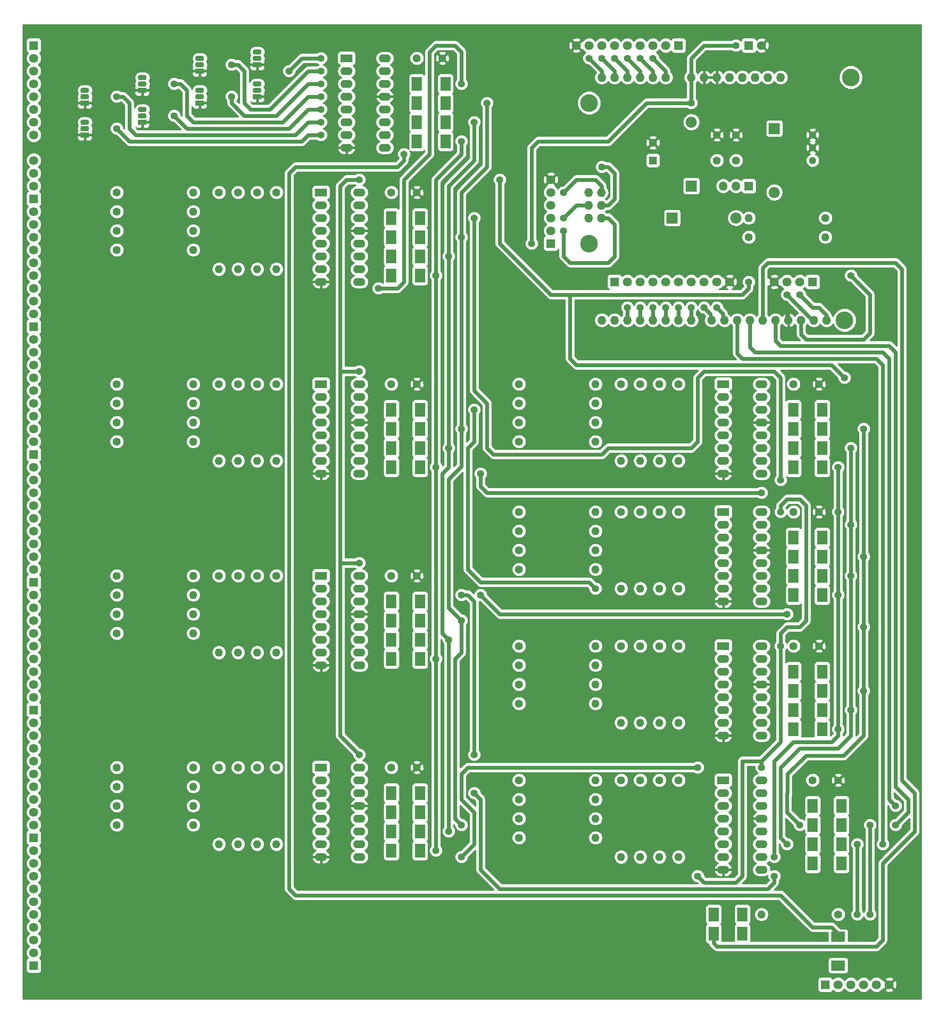
<source format=gbr>
G04 #@! TF.FileFunction,Copper,L1,Top,Signal*
%FSLAX46Y46*%
G04 Gerber Fmt 4.6, Leading zero omitted, Abs format (unit mm)*
G04 Created by KiCad (PCBNEW 4.0.7) date 06/22/18 18:48:44*
%MOMM*%
%LPD*%
G01*
G04 APERTURE LIST*
%ADD10C,0.100000*%
%ADD11C,1.600000*%
%ADD12O,1.600000X1.600000*%
%ADD13R,1.600000X1.600000*%
%ADD14C,1.500000*%
%ADD15R,2.200000X2.200000*%
%ADD16O,2.200000X2.200000*%
%ADD17R,1.800000X1.800000*%
%ADD18C,1.800000*%
%ADD19O,1.800000X1.100000*%
%ADD20R,1.800000X1.100000*%
%ADD21C,1.440000*%
%ADD22R,2.000000X2.800000*%
%ADD23R,2.800000X2.000000*%
%ADD24O,1.800000X1.800000*%
%ADD25R,2.400000X1.600000*%
%ADD26O,2.400000X1.600000*%
%ADD27O,1.727200X1.727200*%
%ADD28C,3.500000*%
%ADD29C,1.400000*%
%ADD30C,0.800000*%
%ADD31C,0.254000*%
G04 APERTURE END LIST*
D10*
D11*
X134620000Y-93980000D03*
D12*
X134620000Y-109220000D03*
D13*
X220980000Y-87630000D03*
D11*
X220980000Y-84130000D03*
X233680000Y-87630000D03*
D14*
X233680000Y-82550000D03*
D11*
X237490000Y-87630000D03*
D14*
X237490000Y-82550000D03*
D11*
X252730000Y-210820000D03*
D14*
X257810000Y-210820000D03*
D11*
X168910000Y-170180000D03*
D14*
X173990000Y-170180000D03*
D11*
X248920000Y-157480000D03*
D14*
X254000000Y-157480000D03*
D11*
X168910000Y-132080000D03*
D14*
X173990000Y-132080000D03*
D11*
X248920000Y-132080000D03*
D14*
X254000000Y-132080000D03*
D11*
X168910000Y-93980000D03*
D14*
X173990000Y-93980000D03*
D11*
X248920000Y-184150000D03*
D14*
X254000000Y-184150000D03*
D11*
X168910000Y-208280000D03*
D14*
X173990000Y-208280000D03*
D11*
X173990000Y-67310000D03*
D14*
X179070000Y-67310000D03*
D15*
X228600000Y-92710000D03*
D16*
X228600000Y-80010000D03*
D15*
X245110000Y-81280000D03*
D16*
X245110000Y-93980000D03*
D15*
X224790000Y-99060000D03*
D16*
X237490000Y-99060000D03*
D17*
X240030000Y-64770000D03*
D18*
X242570000Y-64770000D03*
D17*
X226060000Y-64770000D03*
D18*
X223520000Y-64770000D03*
X220980000Y-64770000D03*
X218440000Y-64770000D03*
X215900000Y-64770000D03*
X213360000Y-64770000D03*
X210820000Y-64770000D03*
X208280000Y-64770000D03*
X205740000Y-64770000D03*
D17*
X252730000Y-111760000D03*
D18*
X250190000Y-111760000D03*
X247650000Y-111760000D03*
X245110000Y-111760000D03*
D17*
X213360000Y-111760000D03*
D18*
X215900000Y-111760000D03*
X218440000Y-111760000D03*
X220980000Y-111760000D03*
X223520000Y-111760000D03*
X226060000Y-111760000D03*
X228600000Y-111760000D03*
X231140000Y-111760000D03*
X233680000Y-111760000D03*
X236220000Y-111760000D03*
D17*
X200660000Y-104140000D03*
D18*
X200660000Y-101600000D03*
X200660000Y-99060000D03*
X200660000Y-96520000D03*
X200660000Y-93980000D03*
X200660000Y-91440000D03*
D17*
X255270000Y-251460000D03*
D18*
X257810000Y-251460000D03*
X260350000Y-251460000D03*
X262890000Y-251460000D03*
X265430000Y-251460000D03*
X267970000Y-251460000D03*
D17*
X97790000Y-247650000D03*
D18*
X97790000Y-245110000D03*
X97790000Y-242570000D03*
X97790000Y-240030000D03*
X97790000Y-237490000D03*
X97790000Y-234950000D03*
X97790000Y-232410000D03*
X97790000Y-229870000D03*
X97790000Y-227330000D03*
X97790000Y-224790000D03*
D17*
X97790000Y-222250000D03*
D18*
X97790000Y-219710000D03*
X97790000Y-217170000D03*
X97790000Y-214630000D03*
X97790000Y-212090000D03*
X97790000Y-209550000D03*
X97790000Y-207010000D03*
X97790000Y-204470000D03*
X97790000Y-201930000D03*
X97790000Y-199390000D03*
D17*
X97790000Y-196850000D03*
D18*
X97790000Y-194310000D03*
X97790000Y-191770000D03*
X97790000Y-189230000D03*
X97790000Y-186690000D03*
X97790000Y-184150000D03*
X97790000Y-181610000D03*
X97790000Y-179070000D03*
X97790000Y-176530000D03*
X97790000Y-173990000D03*
D17*
X97790000Y-171450000D03*
D18*
X97790000Y-168910000D03*
X97790000Y-166370000D03*
X97790000Y-163830000D03*
X97790000Y-161290000D03*
X97790000Y-158750000D03*
X97790000Y-156210000D03*
X97790000Y-153670000D03*
X97790000Y-151130000D03*
X97790000Y-148590000D03*
D17*
X97790000Y-146050000D03*
D18*
X97790000Y-143510000D03*
X97790000Y-140970000D03*
X97790000Y-138430000D03*
X97790000Y-135890000D03*
X97790000Y-133350000D03*
X97790000Y-130810000D03*
X97790000Y-128270000D03*
X97790000Y-125730000D03*
X97790000Y-123190000D03*
D17*
X97790000Y-120650000D03*
D18*
X97790000Y-118110000D03*
X97790000Y-115570000D03*
X97790000Y-113030000D03*
X97790000Y-110490000D03*
X97790000Y-107950000D03*
X97790000Y-105410000D03*
X97790000Y-102870000D03*
X97790000Y-100330000D03*
X97790000Y-97790000D03*
D17*
X97790000Y-95250000D03*
D18*
X97790000Y-92710000D03*
X97790000Y-90170000D03*
X97790000Y-87630000D03*
D17*
X97790000Y-64770000D03*
D18*
X97790000Y-67310000D03*
X97790000Y-69850000D03*
X97790000Y-72390000D03*
X97790000Y-74930000D03*
X97790000Y-77470000D03*
X97790000Y-80010000D03*
X97790000Y-82550000D03*
D19*
X142240000Y-67310000D03*
X142240000Y-66040000D03*
D20*
X142240000Y-68580000D03*
D19*
X142240000Y-73660000D03*
X142240000Y-72390000D03*
D20*
X142240000Y-74930000D03*
D19*
X130810000Y-68580000D03*
X130810000Y-67310000D03*
D20*
X130810000Y-69850000D03*
D19*
X130810000Y-74930000D03*
X130810000Y-73660000D03*
D20*
X130810000Y-76200000D03*
D19*
X119380000Y-72390000D03*
X119380000Y-71120000D03*
D20*
X119380000Y-73660000D03*
D19*
X119380000Y-78740000D03*
X119380000Y-77470000D03*
D20*
X119380000Y-80010000D03*
D19*
X107950000Y-74930000D03*
X107950000Y-73660000D03*
D20*
X107950000Y-76200000D03*
D19*
X107950000Y-81280000D03*
X107950000Y-80010000D03*
D20*
X107950000Y-82550000D03*
D11*
X257810000Y-237490000D03*
D12*
X242570000Y-237490000D03*
D11*
X240030000Y-102870000D03*
D12*
X255270000Y-102870000D03*
D11*
X255270000Y-99060000D03*
D12*
X240030000Y-99060000D03*
D11*
X194310000Y-210820000D03*
D12*
X209550000Y-210820000D03*
D11*
X194310000Y-214630000D03*
D12*
X209550000Y-214630000D03*
D11*
X194310000Y-218440000D03*
D12*
X209550000Y-218440000D03*
D11*
X194310000Y-222250000D03*
D12*
X209550000Y-222250000D03*
D11*
X214630000Y-210820000D03*
D12*
X214630000Y-226060000D03*
D11*
X218440000Y-210820000D03*
D12*
X218440000Y-226060000D03*
D11*
X222250000Y-210820000D03*
D12*
X222250000Y-226060000D03*
D11*
X226060000Y-210820000D03*
D12*
X226060000Y-226060000D03*
D11*
X114300000Y-170180000D03*
D12*
X129540000Y-170180000D03*
D11*
X114300000Y-173990000D03*
D12*
X129540000Y-173990000D03*
D11*
X114300000Y-177800000D03*
D12*
X129540000Y-177800000D03*
D11*
X114300000Y-181610000D03*
D12*
X129540000Y-181610000D03*
D11*
X134620000Y-170180000D03*
D12*
X134620000Y-185420000D03*
D11*
X138430000Y-170180000D03*
D12*
X138430000Y-185420000D03*
D11*
X142240000Y-170180000D03*
D12*
X142240000Y-185420000D03*
D11*
X146050000Y-170180000D03*
D12*
X146050000Y-185420000D03*
D11*
X194310000Y-157480000D03*
D12*
X209550000Y-157480000D03*
D11*
X194310000Y-161290000D03*
D12*
X209550000Y-161290000D03*
D11*
X194310000Y-165100000D03*
D12*
X209550000Y-165100000D03*
D11*
X194310000Y-168910000D03*
D12*
X209550000Y-168910000D03*
D11*
X214630000Y-157480000D03*
D12*
X214630000Y-172720000D03*
D11*
X218440000Y-157480000D03*
D12*
X218440000Y-172720000D03*
D11*
X222250000Y-157480000D03*
D12*
X222250000Y-172720000D03*
D11*
X226060000Y-157480000D03*
D12*
X226060000Y-172720000D03*
D11*
X114300000Y-132080000D03*
D12*
X129540000Y-132080000D03*
D11*
X114300000Y-135890000D03*
D12*
X129540000Y-135890000D03*
D11*
X114300000Y-139700000D03*
D12*
X129540000Y-139700000D03*
D11*
X114300000Y-143510000D03*
D12*
X129540000Y-143510000D03*
D11*
X134620000Y-132080000D03*
D12*
X134620000Y-147320000D03*
D11*
X138430000Y-132080000D03*
D12*
X138430000Y-147320000D03*
D11*
X142240000Y-132080000D03*
D12*
X142240000Y-147320000D03*
D11*
X146050000Y-132080000D03*
D12*
X146050000Y-147320000D03*
D11*
X194310000Y-132080000D03*
D12*
X209550000Y-132080000D03*
D11*
X194310000Y-135890000D03*
D12*
X209550000Y-135890000D03*
D11*
X194310000Y-139700000D03*
D12*
X209550000Y-139700000D03*
D11*
X194310000Y-143510000D03*
D12*
X209550000Y-143510000D03*
D11*
X214630000Y-132080000D03*
D12*
X214630000Y-147320000D03*
D11*
X218440000Y-132080000D03*
D12*
X218440000Y-147320000D03*
D11*
X222250000Y-132080000D03*
D12*
X222250000Y-147320000D03*
D11*
X226060000Y-132080000D03*
D12*
X226060000Y-147320000D03*
D11*
X114300000Y-93980000D03*
D12*
X129540000Y-93980000D03*
D11*
X114300000Y-97790000D03*
D12*
X129540000Y-97790000D03*
D11*
X114300000Y-101600000D03*
D12*
X129540000Y-101600000D03*
D11*
X114300000Y-105410000D03*
D12*
X129540000Y-105410000D03*
D11*
X138430000Y-93980000D03*
D12*
X138430000Y-109220000D03*
D11*
X142240000Y-93980000D03*
D12*
X142240000Y-109220000D03*
D11*
X146050000Y-93980000D03*
D12*
X146050000Y-109220000D03*
D11*
X194310000Y-184150000D03*
D12*
X209550000Y-184150000D03*
D11*
X194310000Y-187960000D03*
D12*
X209550000Y-187960000D03*
D11*
X194310000Y-191770000D03*
D12*
X209550000Y-191770000D03*
D11*
X194310000Y-195580000D03*
D12*
X209550000Y-195580000D03*
D11*
X214630000Y-184150000D03*
D12*
X214630000Y-199390000D03*
D11*
X218440000Y-184150000D03*
D12*
X218440000Y-199390000D03*
D11*
X222250000Y-184150000D03*
D12*
X222250000Y-199390000D03*
D11*
X226060000Y-184150000D03*
D12*
X226060000Y-199390000D03*
D11*
X114300000Y-208280000D03*
D12*
X129540000Y-208280000D03*
D11*
X114300000Y-212090000D03*
D12*
X129540000Y-212090000D03*
D11*
X114300000Y-215900000D03*
D12*
X129540000Y-215900000D03*
D11*
X114300000Y-219710000D03*
D12*
X129540000Y-219710000D03*
D11*
X134620000Y-208280000D03*
D12*
X134620000Y-223520000D03*
D11*
X138430000Y-208280000D03*
D12*
X138430000Y-223520000D03*
D11*
X142240000Y-208280000D03*
D12*
X142240000Y-223520000D03*
D11*
X146050000Y-208280000D03*
D12*
X146050000Y-223520000D03*
D21*
X252730000Y-87630000D03*
X252730000Y-85090000D03*
X252730000Y-82550000D03*
D22*
X233045000Y-241300000D03*
X238760000Y-241300000D03*
X233045000Y-237490000D03*
X238760000Y-237490000D03*
X258445000Y-223520000D03*
X252730000Y-223520000D03*
X258445000Y-219710000D03*
X252730000Y-219710000D03*
X258445000Y-215900000D03*
X252730000Y-215900000D03*
X258445000Y-227330000D03*
X252730000Y-227330000D03*
X174625000Y-220980000D03*
X168910000Y-220980000D03*
X174625000Y-217170000D03*
X168910000Y-217170000D03*
X174625000Y-213360000D03*
X168910000Y-213360000D03*
X174625000Y-224790000D03*
X168910000Y-224790000D03*
X254635000Y-196850000D03*
X248920000Y-196850000D03*
X254635000Y-193040000D03*
X248920000Y-193040000D03*
X254635000Y-189230000D03*
X248920000Y-189230000D03*
X254635000Y-200660000D03*
X248920000Y-200660000D03*
X174625000Y-182880000D03*
X168910000Y-182880000D03*
X174625000Y-179070000D03*
X168910000Y-179070000D03*
X174625000Y-175260000D03*
X168910000Y-175260000D03*
X174625000Y-186690000D03*
X168910000Y-186690000D03*
X254635000Y-170180000D03*
X248920000Y-170180000D03*
X254635000Y-166370000D03*
X248920000Y-166370000D03*
X254635000Y-162560000D03*
X248920000Y-162560000D03*
X254635000Y-173990000D03*
X248920000Y-173990000D03*
X174625000Y-144780000D03*
X168910000Y-144780000D03*
X174625000Y-140970000D03*
X168910000Y-140970000D03*
X174625000Y-137160000D03*
X168910000Y-137160000D03*
X174625000Y-148590000D03*
X168910000Y-148590000D03*
X254635000Y-144780000D03*
X248920000Y-144780000D03*
X254635000Y-140970000D03*
X248920000Y-140970000D03*
X254635000Y-137160000D03*
X248920000Y-137160000D03*
X254635000Y-148590000D03*
X248920000Y-148590000D03*
X174625000Y-106680000D03*
X168910000Y-106680000D03*
X174625000Y-102870000D03*
X168910000Y-102870000D03*
X174625000Y-99060000D03*
X168910000Y-99060000D03*
X174625000Y-110490000D03*
X168910000Y-110490000D03*
X179705000Y-76200000D03*
X173990000Y-76200000D03*
X179705000Y-72390000D03*
X173990000Y-72390000D03*
X179705000Y-83820000D03*
X173990000Y-83820000D03*
D23*
X257810000Y-241935000D03*
X257810000Y-247650000D03*
D17*
X240030000Y-92710000D03*
D24*
X237490000Y-92710000D03*
X234950000Y-92710000D03*
D25*
X234950000Y-210820000D03*
D26*
X242570000Y-228600000D03*
X234950000Y-213360000D03*
X242570000Y-226060000D03*
X234950000Y-215900000D03*
X242570000Y-223520000D03*
X234950000Y-218440000D03*
X242570000Y-220980000D03*
X234950000Y-220980000D03*
X242570000Y-218440000D03*
X234950000Y-223520000D03*
X242570000Y-215900000D03*
X234950000Y-226060000D03*
X242570000Y-213360000D03*
X234950000Y-228600000D03*
X242570000Y-210820000D03*
D25*
X154940000Y-170180000D03*
D26*
X162560000Y-187960000D03*
X154940000Y-172720000D03*
X162560000Y-185420000D03*
X154940000Y-175260000D03*
X162560000Y-182880000D03*
X154940000Y-177800000D03*
X162560000Y-180340000D03*
X154940000Y-180340000D03*
X162560000Y-177800000D03*
X154940000Y-182880000D03*
X162560000Y-175260000D03*
X154940000Y-185420000D03*
X162560000Y-172720000D03*
X154940000Y-187960000D03*
X162560000Y-170180000D03*
D25*
X234950000Y-157480000D03*
D26*
X242570000Y-175260000D03*
X234950000Y-160020000D03*
X242570000Y-172720000D03*
X234950000Y-162560000D03*
X242570000Y-170180000D03*
X234950000Y-165100000D03*
X242570000Y-167640000D03*
X234950000Y-167640000D03*
X242570000Y-165100000D03*
X234950000Y-170180000D03*
X242570000Y-162560000D03*
X234950000Y-172720000D03*
X242570000Y-160020000D03*
X234950000Y-175260000D03*
X242570000Y-157480000D03*
D25*
X154940000Y-132080000D03*
D26*
X162560000Y-149860000D03*
X154940000Y-134620000D03*
X162560000Y-147320000D03*
X154940000Y-137160000D03*
X162560000Y-144780000D03*
X154940000Y-139700000D03*
X162560000Y-142240000D03*
X154940000Y-142240000D03*
X162560000Y-139700000D03*
X154940000Y-144780000D03*
X162560000Y-137160000D03*
X154940000Y-147320000D03*
X162560000Y-134620000D03*
X154940000Y-149860000D03*
X162560000Y-132080000D03*
D25*
X234950000Y-132080000D03*
D26*
X242570000Y-149860000D03*
X234950000Y-134620000D03*
X242570000Y-147320000D03*
X234950000Y-137160000D03*
X242570000Y-144780000D03*
X234950000Y-139700000D03*
X242570000Y-142240000D03*
X234950000Y-142240000D03*
X242570000Y-139700000D03*
X234950000Y-144780000D03*
X242570000Y-137160000D03*
X234950000Y-147320000D03*
X242570000Y-134620000D03*
X234950000Y-149860000D03*
X242570000Y-132080000D03*
D25*
X154940000Y-93980000D03*
D26*
X162560000Y-111760000D03*
X154940000Y-96520000D03*
X162560000Y-109220000D03*
X154940000Y-99060000D03*
X162560000Y-106680000D03*
X154940000Y-101600000D03*
X162560000Y-104140000D03*
X154940000Y-104140000D03*
X162560000Y-101600000D03*
X154940000Y-106680000D03*
X162560000Y-99060000D03*
X154940000Y-109220000D03*
X162560000Y-96520000D03*
X154940000Y-111760000D03*
X162560000Y-93980000D03*
D25*
X234950000Y-184150000D03*
D26*
X242570000Y-201930000D03*
X234950000Y-186690000D03*
X242570000Y-199390000D03*
X234950000Y-189230000D03*
X242570000Y-196850000D03*
X234950000Y-191770000D03*
X242570000Y-194310000D03*
X234950000Y-194310000D03*
X242570000Y-191770000D03*
X234950000Y-196850000D03*
X242570000Y-189230000D03*
X234950000Y-199390000D03*
X242570000Y-186690000D03*
X234950000Y-201930000D03*
X242570000Y-184150000D03*
D25*
X154940000Y-208280000D03*
D26*
X162560000Y-226060000D03*
X154940000Y-210820000D03*
X162560000Y-223520000D03*
X154940000Y-213360000D03*
X162560000Y-220980000D03*
X154940000Y-215900000D03*
X162560000Y-218440000D03*
X154940000Y-218440000D03*
X162560000Y-215900000D03*
X154940000Y-220980000D03*
X162560000Y-213360000D03*
X154940000Y-223520000D03*
X162560000Y-210820000D03*
X154940000Y-226060000D03*
X162560000Y-208280000D03*
D25*
X160020000Y-67310000D03*
D26*
X167640000Y-85090000D03*
X160020000Y-69850000D03*
X167640000Y-82550000D03*
X160020000Y-72390000D03*
X167640000Y-80010000D03*
X160020000Y-74930000D03*
X167640000Y-77470000D03*
X160020000Y-77470000D03*
X167640000Y-74930000D03*
X160020000Y-80010000D03*
X167640000Y-72390000D03*
X160020000Y-82550000D03*
X167640000Y-69850000D03*
X160020000Y-85090000D03*
X167640000Y-67310000D03*
D27*
X210693000Y-93980000D03*
X208153000Y-93980000D03*
X208153000Y-96520000D03*
X210693000Y-96520000D03*
X208153000Y-99060000D03*
X223520000Y-71120000D03*
X228600000Y-71120000D03*
X231140000Y-71120000D03*
X233680000Y-71120000D03*
X236220000Y-71120000D03*
X238760000Y-71120000D03*
X241300000Y-71120000D03*
X243840000Y-71120000D03*
X210820000Y-119380000D03*
X213360000Y-119380000D03*
X215900000Y-119380000D03*
X218440000Y-119380000D03*
X220980000Y-119380000D03*
X223520000Y-119380000D03*
X226060000Y-119380000D03*
X228600000Y-119380000D03*
X247904000Y-119380000D03*
X232664000Y-119380000D03*
X235204000Y-119380000D03*
X237744000Y-119380000D03*
D28*
X208280000Y-76200000D03*
X208280000Y-104140000D03*
X259080000Y-119380000D03*
X260350000Y-71120000D03*
D27*
X255524000Y-119380000D03*
X252984000Y-119380000D03*
X250444000Y-119380000D03*
X245364000Y-119380000D03*
X242824000Y-119380000D03*
X240284000Y-119380000D03*
X246380000Y-71120000D03*
X220980000Y-71120000D03*
X218440000Y-71120000D03*
X215900000Y-71120000D03*
X213360000Y-71120000D03*
X210820000Y-71120000D03*
X210693000Y-99060000D03*
D22*
X179705000Y-80010000D03*
X173990000Y-80010000D03*
D29*
X245110000Y-114300000D03*
X190500000Y-91440000D03*
X259080000Y-130810000D03*
X240030000Y-111760000D03*
X246380000Y-157480000D03*
X162560000Y-91440000D03*
X162560000Y-129540000D03*
X162560000Y-167640000D03*
X162560000Y-205740000D03*
X229870000Y-229870000D03*
X246380000Y-184150000D03*
X242570000Y-208280000D03*
X196850000Y-104140000D03*
X228600000Y-76200000D03*
X237490000Y-64770000D03*
X260350000Y-110490000D03*
X220980000Y-67310000D03*
X218440000Y-67310000D03*
X215900000Y-67310000D03*
X213360000Y-67310000D03*
X210820000Y-67310000D03*
X208280000Y-67310000D03*
X250190000Y-114300000D03*
X247650000Y-114300000D03*
X215900000Y-116840000D03*
X218440000Y-116840000D03*
X220980000Y-116840000D03*
X223520000Y-116840000D03*
X226060000Y-116840000D03*
X228600000Y-116840000D03*
X231140000Y-116840000D03*
X233680000Y-116840000D03*
X203200000Y-101600000D03*
X203200000Y-99060000D03*
X210820000Y-88900000D03*
X203200000Y-93980000D03*
X266700000Y-223520000D03*
X261620000Y-237490000D03*
X261620000Y-223520000D03*
X269240000Y-219710000D03*
X264160000Y-219710000D03*
X264160000Y-237490000D03*
X154940000Y-67310000D03*
X148590000Y-69850000D03*
X154940000Y-69850000D03*
X137160000Y-68580000D03*
X154940000Y-72390000D03*
X137160000Y-74930000D03*
X154940000Y-74930000D03*
X125730000Y-72390000D03*
X154940000Y-77470000D03*
X125730000Y-78740000D03*
X154940000Y-80010000D03*
X114300000Y-74930000D03*
X154940000Y-82550000D03*
X114300000Y-81280000D03*
X260350000Y-160020000D03*
X260350000Y-170180000D03*
X260350000Y-144780000D03*
X180340000Y-182880000D03*
X180340000Y-220980000D03*
X180340000Y-144780000D03*
X180340000Y-106680000D03*
X185420000Y-80010000D03*
X260350000Y-196850000D03*
X247650000Y-223520000D03*
X262890000Y-180340000D03*
X182880000Y-219710000D03*
X262890000Y-166370000D03*
X262890000Y-140970000D03*
X182880000Y-179070000D03*
X182880000Y-140970000D03*
X182880000Y-102870000D03*
X187960000Y-76200000D03*
X262890000Y-193040000D03*
X250190000Y-219710000D03*
X269240000Y-215900000D03*
X257810000Y-148590000D03*
X257810000Y-157480000D03*
X257810000Y-173990000D03*
X177800000Y-186690000D03*
X177800000Y-224790000D03*
X177800000Y-148590000D03*
X177800000Y-110490000D03*
X182880000Y-83820000D03*
X245110000Y-226060000D03*
X257810000Y-200660000D03*
X185420000Y-213360000D03*
X245110000Y-229870000D03*
X182880000Y-226060000D03*
X229870000Y-208280000D03*
X182880000Y-173990000D03*
X185420000Y-205740000D03*
X247650000Y-177800000D03*
X186690000Y-173990000D03*
X185420000Y-137160000D03*
X209550000Y-172720000D03*
X186690000Y-149860000D03*
X242570000Y-153670000D03*
X246380000Y-151130000D03*
X185420000Y-99060000D03*
X182880000Y-72390000D03*
X166370000Y-113030000D03*
X171450000Y-86360000D03*
D30*
X247650000Y-116840000D02*
X247650000Y-119126000D01*
X245110000Y-114300000D02*
X247650000Y-116840000D01*
X247650000Y-119126000D02*
X247904000Y-119380000D01*
X190500000Y-104140000D02*
X200660000Y-114300000D01*
X190500000Y-91440000D02*
X190500000Y-104140000D01*
X200660000Y-114300000D02*
X204470000Y-114300000D01*
X259080000Y-130810000D02*
X256540000Y-128270000D01*
X256540000Y-128270000D02*
X205740000Y-128270000D01*
X205740000Y-128270000D02*
X204470000Y-127000000D01*
X204470000Y-127000000D02*
X204470000Y-114300000D01*
X240030000Y-111760000D02*
X240030000Y-113030000D01*
X240030000Y-113030000D02*
X238760000Y-114300000D01*
X238760000Y-114300000D02*
X204470000Y-114300000D01*
X251460000Y-179070000D02*
X251460000Y-156210000D01*
X247650000Y-180340000D02*
X250190000Y-180340000D01*
X250190000Y-180340000D02*
X251460000Y-179070000D01*
X250190000Y-154940000D02*
X251460000Y-156210000D01*
X247650000Y-154940000D02*
X250190000Y-154940000D01*
X246380000Y-157480000D02*
X246380000Y-156210000D01*
X246380000Y-156210000D02*
X247650000Y-154940000D01*
X246380000Y-181610000D02*
X246380000Y-184150000D01*
X246380000Y-181610000D02*
X247650000Y-180340000D01*
X158750000Y-129540000D02*
X158750000Y-92710000D01*
X160020000Y-91440000D02*
X162560000Y-91440000D01*
X158750000Y-92710000D02*
X160020000Y-91440000D01*
X158750000Y-167640000D02*
X158750000Y-129540000D01*
X158750000Y-129540000D02*
X162560000Y-129540000D01*
X158750000Y-167640000D02*
X162560000Y-167640000D01*
X158750000Y-201930000D02*
X158750000Y-167640000D01*
X162560000Y-205740000D02*
X158750000Y-201930000D01*
X242570000Y-207010000D02*
X238760000Y-207010000D01*
X238760000Y-229870000D02*
X237490000Y-231140000D01*
X237490000Y-231140000D02*
X231140000Y-231140000D01*
X231140000Y-231140000D02*
X229870000Y-229870000D01*
X238760000Y-207010000D02*
X238760000Y-229870000D01*
X242570000Y-208280000D02*
X242570000Y-207010000D01*
X246380000Y-203200000D02*
X246380000Y-184150000D01*
X242570000Y-207010000D02*
X246380000Y-203200000D01*
X219710000Y-76200000D02*
X228600000Y-76200000D01*
X212090000Y-83820000D02*
X219710000Y-76200000D01*
X198120000Y-83820000D02*
X212090000Y-83820000D01*
X196850000Y-85090000D02*
X198120000Y-83820000D01*
X196850000Y-104140000D02*
X196850000Y-85090000D01*
X228600000Y-71120000D02*
X228600000Y-76200000D01*
X228600000Y-67310000D02*
X228600000Y-71120000D01*
X231140000Y-64770000D02*
X228600000Y-67310000D01*
X237490000Y-64770000D02*
X231140000Y-64770000D01*
X251460000Y-123190000D02*
X262890000Y-123190000D01*
X251460000Y-123190000D02*
X250444000Y-122174000D01*
X250444000Y-122174000D02*
X250444000Y-119380000D01*
X264160000Y-114300000D02*
X260350000Y-110490000D01*
X264160000Y-121920000D02*
X264160000Y-114300000D01*
X262890000Y-123190000D02*
X264160000Y-121920000D01*
X223520000Y-71120000D02*
X223520000Y-69850000D01*
X223520000Y-69850000D02*
X220980000Y-67310000D01*
X220980000Y-69850000D02*
X220980000Y-71120000D01*
X218440000Y-67310000D02*
X220980000Y-69850000D01*
X218440000Y-71120000D02*
X218440000Y-69850000D01*
X218440000Y-69850000D02*
X215900000Y-67310000D01*
X215900000Y-69850000D02*
X215900000Y-71120000D01*
X213360000Y-67310000D02*
X215900000Y-69850000D01*
X213360000Y-71120000D02*
X213360000Y-69850000D01*
X213360000Y-69850000D02*
X210820000Y-67310000D01*
X210820000Y-69850000D02*
X210820000Y-71120000D01*
X208280000Y-67310000D02*
X210820000Y-69850000D01*
X255524000Y-118364000D02*
X255524000Y-119380000D01*
X254000000Y-116840000D02*
X255524000Y-118364000D01*
X252730000Y-116840000D02*
X254000000Y-116840000D01*
X250190000Y-114300000D02*
X252730000Y-116840000D01*
X252984000Y-119380000D02*
X252730000Y-119380000D01*
X252730000Y-119380000D02*
X247650000Y-114300000D01*
X215900000Y-119380000D02*
X215900000Y-116840000D01*
X218440000Y-116840000D02*
X218440000Y-119380000D01*
X220980000Y-119380000D02*
X220980000Y-116840000D01*
X223520000Y-116840000D02*
X223520000Y-119380000D01*
X226060000Y-119380000D02*
X226060000Y-116840000D01*
X228600000Y-116840000D02*
X228600000Y-119380000D01*
X232664000Y-119380000D02*
X232410000Y-118110000D01*
X232410000Y-118110000D02*
X231140000Y-116840000D01*
X234950000Y-118110000D02*
X234950000Y-119126000D01*
X233680000Y-116840000D02*
X234950000Y-118110000D01*
X234950000Y-119126000D02*
X235204000Y-119380000D01*
X212090000Y-99060000D02*
X210693000Y-99060000D01*
X213360000Y-100330000D02*
X212090000Y-99060000D01*
X213360000Y-106680000D02*
X213360000Y-100330000D01*
X212090000Y-107950000D02*
X213360000Y-106680000D01*
X204470000Y-107950000D02*
X212090000Y-107950000D01*
X203200000Y-106680000D02*
X204470000Y-107950000D01*
X203200000Y-101600000D02*
X203200000Y-106680000D01*
X208153000Y-96520000D02*
X205740000Y-96520000D01*
X205740000Y-96520000D02*
X203200000Y-99060000D01*
X210693000Y-96520000D02*
X212090000Y-96520000D01*
X212090000Y-88900000D02*
X210820000Y-88900000D01*
X213360000Y-90170000D02*
X212090000Y-88900000D01*
X213360000Y-95250000D02*
X213360000Y-90170000D01*
X212090000Y-96520000D02*
X213360000Y-95250000D01*
X210820000Y-92710000D02*
X210820000Y-93853000D01*
X209550000Y-91440000D02*
X210820000Y-92710000D01*
X205740000Y-91440000D02*
X209550000Y-91440000D01*
X203200000Y-93980000D02*
X205740000Y-91440000D01*
X210820000Y-93853000D02*
X210693000Y-93980000D01*
X237744000Y-119380000D02*
X237744000Y-125984000D01*
X266700000Y-128270000D02*
X266700000Y-223520000D01*
X265430000Y-127000000D02*
X266700000Y-128270000D01*
X238760000Y-127000000D02*
X265430000Y-127000000D01*
X237744000Y-125984000D02*
X238760000Y-127000000D01*
X261620000Y-237490000D02*
X261620000Y-223520000D01*
X245364000Y-119380000D02*
X245364000Y-123444000D01*
X269240000Y-219710000D02*
X271780000Y-217170000D01*
X271780000Y-217170000D02*
X271780000Y-214630000D01*
X271780000Y-214630000D02*
X269240000Y-212090000D01*
X269240000Y-212090000D02*
X269240000Y-125730000D01*
X269240000Y-125730000D02*
X267970000Y-124460000D01*
X267970000Y-124460000D02*
X246380000Y-124460000D01*
X245364000Y-123444000D02*
X246380000Y-124460000D01*
X264160000Y-237490000D02*
X264160000Y-219710000D01*
X151130000Y-67310000D02*
X154940000Y-67310000D01*
X148590000Y-69850000D02*
X151130000Y-67310000D01*
X152400000Y-69850000D02*
X154940000Y-69850000D01*
X144780000Y-77470000D02*
X152400000Y-69850000D01*
X140970000Y-77470000D02*
X144780000Y-77470000D01*
X139700000Y-76200000D02*
X140970000Y-77470000D01*
X139700000Y-69850000D02*
X139700000Y-76200000D01*
X138430000Y-68580000D02*
X139700000Y-69850000D01*
X137160000Y-68580000D02*
X138430000Y-68580000D01*
X152400000Y-72390000D02*
X154940000Y-72390000D01*
X146050000Y-78740000D02*
X152400000Y-72390000D01*
X139700000Y-78740000D02*
X146050000Y-78740000D01*
X137160000Y-76200000D02*
X139700000Y-78740000D01*
X137160000Y-74930000D02*
X137160000Y-76200000D01*
X152400000Y-74930000D02*
X154940000Y-74930000D01*
X147320000Y-80010000D02*
X152400000Y-74930000D01*
X129540000Y-80010000D02*
X147320000Y-80010000D01*
X128270000Y-78740000D02*
X129540000Y-80010000D01*
X128270000Y-73660000D02*
X128270000Y-78740000D01*
X127000000Y-72390000D02*
X128270000Y-73660000D01*
X125730000Y-72390000D02*
X127000000Y-72390000D01*
X152400000Y-77470000D02*
X154940000Y-77470000D01*
X148590000Y-81280000D02*
X152400000Y-77470000D01*
X128270000Y-81280000D02*
X148590000Y-81280000D01*
X125730000Y-78740000D02*
X128270000Y-81280000D01*
X152400000Y-80010000D02*
X154940000Y-80010000D01*
X149860000Y-82550000D02*
X152400000Y-80010000D01*
X118110000Y-82550000D02*
X149860000Y-82550000D01*
X116840000Y-81280000D02*
X118110000Y-82550000D01*
X116840000Y-76200000D02*
X116840000Y-81280000D01*
X115570000Y-74930000D02*
X116840000Y-76200000D01*
X114300000Y-74930000D02*
X115570000Y-74930000D01*
X152400000Y-82550000D02*
X154940000Y-82550000D01*
X151130000Y-83820000D02*
X152400000Y-82550000D01*
X116840000Y-83820000D02*
X151130000Y-83820000D01*
X114300000Y-81280000D02*
X116840000Y-83820000D01*
X270510000Y-109220000D02*
X270510000Y-210820000D01*
X233045000Y-243205000D02*
X233680000Y-243840000D01*
X233680000Y-243840000D02*
X265430000Y-243840000D01*
X265430000Y-243840000D02*
X266700000Y-242570000D01*
X266700000Y-242570000D02*
X266700000Y-227330000D01*
X266700000Y-227330000D02*
X273050000Y-220980000D01*
X273050000Y-220980000D02*
X273050000Y-213360000D01*
X273050000Y-213360000D02*
X270510000Y-210820000D01*
X233045000Y-241300000D02*
X233045000Y-243205000D01*
X242824000Y-108966000D02*
X243840000Y-107950000D01*
X243840000Y-107950000D02*
X269240000Y-107950000D01*
X269240000Y-107950000D02*
X270510000Y-109220000D01*
X242824000Y-108966000D02*
X242824000Y-119380000D01*
X180340000Y-182880000D02*
X179070000Y-181610000D01*
X180340000Y-148590000D02*
X180340000Y-144780000D01*
X179070000Y-149860000D02*
X180340000Y-148590000D01*
X179070000Y-181610000D02*
X179070000Y-149860000D01*
X260350000Y-170180000D02*
X260350000Y-160020000D01*
X260350000Y-160020000D02*
X260350000Y-144780000D01*
X260350000Y-170180000D02*
X260350000Y-196850000D01*
X180340000Y-220980000D02*
X180340000Y-182880000D01*
X180340000Y-144780000D02*
X180340000Y-106680000D01*
X180340000Y-106680000D02*
X180340000Y-92710000D01*
X185420000Y-87630000D02*
X185420000Y-80010000D01*
X180340000Y-92710000D02*
X185420000Y-87630000D01*
X246380000Y-208280000D02*
X250190000Y-204470000D01*
X260350000Y-201930000D02*
X260350000Y-196850000D01*
X257810000Y-204470000D02*
X260350000Y-201930000D01*
X250190000Y-204470000D02*
X257810000Y-204470000D01*
X246380000Y-222250000D02*
X246380000Y-208280000D01*
X247650000Y-223520000D02*
X246380000Y-222250000D01*
X182880000Y-140970000D02*
X182880000Y-148420002D01*
X180340000Y-176530000D02*
X182880000Y-179070000D01*
X180340000Y-150960002D02*
X180340000Y-176530000D01*
X182880000Y-148420002D02*
X180340000Y-150960002D01*
X182880000Y-185420000D02*
X182880000Y-179070000D01*
X181610000Y-186690000D02*
X182880000Y-185420000D01*
X181610000Y-218440000D02*
X181610000Y-186690000D01*
X182880000Y-219710000D02*
X181610000Y-218440000D01*
X262890000Y-140970000D02*
X262890000Y-166370000D01*
X262890000Y-193040000D02*
X262890000Y-180340000D01*
X262890000Y-180340000D02*
X262890000Y-166370000D01*
X182880000Y-102870000D02*
X182880000Y-140970000D01*
X182880000Y-102870000D02*
X182880000Y-93980000D01*
X182880000Y-93980000D02*
X187960000Y-88900000D01*
X187960000Y-88900000D02*
X187960000Y-76200000D01*
X247714282Y-209550542D02*
X251460000Y-205909998D01*
X262890000Y-201930000D02*
X262890000Y-193040000D01*
X258910002Y-205909998D02*
X262890000Y-201930000D01*
X251460000Y-205909998D02*
X258910002Y-205909998D01*
X247650000Y-217170000D02*
X247714282Y-209550542D01*
X250190000Y-219710000D02*
X247650000Y-217170000D01*
X240284000Y-119380000D02*
X240284000Y-124714000D01*
X241300000Y-125730000D02*
X266700000Y-125730000D01*
X266700000Y-125730000D02*
X267970000Y-127000000D01*
X267970000Y-127000000D02*
X267970000Y-214630000D01*
X267970000Y-214630000D02*
X269240000Y-215900000D01*
X240284000Y-124714000D02*
X241300000Y-125730000D01*
X257810000Y-157480000D02*
X257810000Y-173990000D01*
X257810000Y-148590000D02*
X257810000Y-157480000D01*
X257810000Y-173990000D02*
X257810000Y-200660000D01*
X177800000Y-186690000D02*
X177800000Y-148590000D01*
X177800000Y-186690000D02*
X177800000Y-224790000D01*
X177800000Y-110490000D02*
X177800000Y-148590000D01*
X182880000Y-83820000D02*
X182880000Y-86360000D01*
X182880000Y-86360000D02*
X177800000Y-91440000D01*
X177800000Y-91440000D02*
X177800000Y-110490000D01*
X245110000Y-207010000D02*
X248920000Y-203200000D01*
X257810000Y-201930000D02*
X257810000Y-200660000D01*
X256540000Y-203200000D02*
X257810000Y-201930000D01*
X248920000Y-203200000D02*
X256540000Y-203200000D01*
X245110000Y-226060000D02*
X245110000Y-207010000D01*
X186690000Y-214630000D02*
X185420000Y-213360000D01*
X186690000Y-228600000D02*
X186690000Y-214630000D01*
X190500000Y-232410000D02*
X186690000Y-228600000D01*
X243840000Y-232410000D02*
X190500000Y-232410000D01*
X245110000Y-231140000D02*
X243840000Y-232410000D01*
X245110000Y-229870000D02*
X245110000Y-231140000D01*
X185420000Y-223520000D02*
X182880000Y-226060000D01*
X185420000Y-217170000D02*
X185420000Y-223520000D01*
X182880000Y-214630000D02*
X185420000Y-217170000D01*
X182880000Y-209550000D02*
X182880000Y-214630000D01*
X184150000Y-208280000D02*
X182880000Y-209550000D01*
X229870000Y-208280000D02*
X184150000Y-208280000D01*
X182880000Y-173990000D02*
X184150000Y-173990000D01*
X184150000Y-173990000D02*
X185420000Y-175260000D01*
X185420000Y-175260000D02*
X185420000Y-205740000D01*
X190500000Y-177800000D02*
X247650000Y-177800000D01*
X186690000Y-173990000D02*
X190500000Y-177800000D01*
X185420000Y-137160000D02*
X185420000Y-143510000D01*
X185420000Y-143510000D02*
X184150000Y-144780000D01*
X184150000Y-144780000D02*
X184150000Y-168910000D01*
X184150000Y-168910000D02*
X186690000Y-171450000D01*
X186690000Y-171450000D02*
X208280000Y-171450000D01*
X208280000Y-171450000D02*
X209550000Y-172720000D01*
X186690000Y-149860000D02*
X186690000Y-152400000D01*
X186690000Y-152400000D02*
X187960000Y-153670000D01*
X187960000Y-153670000D02*
X242570000Y-153670000D01*
X246380000Y-151130000D02*
X246380000Y-130810000D01*
X246380000Y-130810000D02*
X245110000Y-129540000D01*
X245110000Y-129540000D02*
X231140000Y-129540000D01*
X231140000Y-129540000D02*
X229870000Y-130810000D01*
X229870000Y-130810000D02*
X229870000Y-143510000D01*
X229870000Y-143510000D02*
X228600000Y-144780000D01*
X228600000Y-144780000D02*
X212090000Y-144780000D01*
X212090000Y-144780000D02*
X210820000Y-146050000D01*
X210820000Y-146050000D02*
X189230000Y-146050000D01*
X189230000Y-146050000D02*
X187960000Y-144780000D01*
X187960000Y-144780000D02*
X187960000Y-135890000D01*
X187960000Y-135890000D02*
X185420000Y-133350000D01*
X185420000Y-133350000D02*
X185420000Y-99060000D01*
X182880000Y-66040000D02*
X182880000Y-72390000D01*
X181610000Y-64770000D02*
X182880000Y-66040000D01*
X177800000Y-64770000D02*
X181610000Y-64770000D01*
X176530000Y-66040000D02*
X177800000Y-64770000D01*
X176530000Y-86360000D02*
X176530000Y-66040000D01*
X171450000Y-91440000D02*
X176530000Y-86360000D01*
X171450000Y-111760000D02*
X171450000Y-91440000D01*
X170180000Y-113030000D02*
X171450000Y-111760000D01*
X166370000Y-113030000D02*
X170180000Y-113030000D01*
X256540000Y-240030000D02*
X257810000Y-241300000D01*
X252730000Y-240030000D02*
X256540000Y-240030000D01*
X246380000Y-233680000D02*
X252730000Y-240030000D01*
X149860000Y-233680000D02*
X246380000Y-233680000D01*
X148590000Y-232410000D02*
X149860000Y-233680000D01*
X148590000Y-90170000D02*
X148590000Y-232410000D01*
X149860000Y-88900000D02*
X148590000Y-90170000D01*
X170180000Y-88900000D02*
X149860000Y-88900000D01*
X171450000Y-87630000D02*
X170180000Y-88900000D01*
X171450000Y-86360000D02*
X171450000Y-87630000D01*
X257810000Y-241300000D02*
X257810000Y-241935000D01*
D31*
G36*
X274315000Y-254315000D02*
X95685000Y-254315000D01*
X95685000Y-250560000D01*
X253722560Y-250560000D01*
X253722560Y-252360000D01*
X253766838Y-252595317D01*
X253905910Y-252811441D01*
X254118110Y-252956431D01*
X254370000Y-253007440D01*
X256170000Y-253007440D01*
X256405317Y-252963162D01*
X256621441Y-252824090D01*
X256766431Y-252611890D01*
X256770567Y-252591466D01*
X256939357Y-252760551D01*
X257503330Y-252994733D01*
X258113991Y-252995265D01*
X258678371Y-252762068D01*
X259080323Y-252360818D01*
X259479357Y-252760551D01*
X260043330Y-252994733D01*
X260653991Y-252995265D01*
X261218371Y-252762068D01*
X261620323Y-252360818D01*
X262019357Y-252760551D01*
X262583330Y-252994733D01*
X263193991Y-252995265D01*
X263758371Y-252762068D01*
X264160323Y-252360818D01*
X264559357Y-252760551D01*
X265123330Y-252994733D01*
X265733991Y-252995265D01*
X266298371Y-252762068D01*
X266520668Y-252540159D01*
X267069446Y-252540159D01*
X267155852Y-252796643D01*
X267729336Y-253006458D01*
X268339460Y-252980839D01*
X268784148Y-252796643D01*
X268870554Y-252540159D01*
X267970000Y-251639605D01*
X267069446Y-252540159D01*
X266520668Y-252540159D01*
X266730551Y-252330643D01*
X266739203Y-252309806D01*
X266889841Y-252360554D01*
X267790395Y-251460000D01*
X268149605Y-251460000D01*
X269050159Y-252360554D01*
X269306643Y-252274148D01*
X269516458Y-251700664D01*
X269490839Y-251090540D01*
X269306643Y-250645852D01*
X269050159Y-250559446D01*
X268149605Y-251460000D01*
X267790395Y-251460000D01*
X266889841Y-250559446D01*
X266739673Y-250610035D01*
X266732068Y-250591629D01*
X266520650Y-250379841D01*
X267069446Y-250379841D01*
X267970000Y-251280395D01*
X268870554Y-250379841D01*
X268784148Y-250123357D01*
X268210664Y-249913542D01*
X267600540Y-249939161D01*
X267155852Y-250123357D01*
X267069446Y-250379841D01*
X266520650Y-250379841D01*
X266300643Y-250159449D01*
X265736670Y-249925267D01*
X265126009Y-249924735D01*
X264561629Y-250157932D01*
X264159677Y-250559182D01*
X263760643Y-250159449D01*
X263196670Y-249925267D01*
X262586009Y-249924735D01*
X262021629Y-250157932D01*
X261619677Y-250559182D01*
X261220643Y-250159449D01*
X260656670Y-249925267D01*
X260046009Y-249924735D01*
X259481629Y-250157932D01*
X259079677Y-250559182D01*
X258680643Y-250159449D01*
X258116670Y-249925267D01*
X257506009Y-249924735D01*
X256941629Y-250157932D01*
X256773387Y-250325880D01*
X256773162Y-250324683D01*
X256634090Y-250108559D01*
X256421890Y-249963569D01*
X256170000Y-249912560D01*
X254370000Y-249912560D01*
X254134683Y-249956838D01*
X253918559Y-250095910D01*
X253773569Y-250308110D01*
X253722560Y-250560000D01*
X95685000Y-250560000D01*
X95685000Y-94350000D01*
X96242560Y-94350000D01*
X96242560Y-96150000D01*
X96286838Y-96385317D01*
X96425910Y-96601441D01*
X96638110Y-96746431D01*
X96658534Y-96750567D01*
X96489449Y-96919357D01*
X96255267Y-97483330D01*
X96254735Y-98093991D01*
X96487932Y-98658371D01*
X96889182Y-99060323D01*
X96489449Y-99459357D01*
X96255267Y-100023330D01*
X96254735Y-100633991D01*
X96487932Y-101198371D01*
X96889182Y-101600323D01*
X96489449Y-101999357D01*
X96255267Y-102563330D01*
X96254735Y-103173991D01*
X96487932Y-103738371D01*
X96889182Y-104140323D01*
X96489449Y-104539357D01*
X96255267Y-105103330D01*
X96254735Y-105713991D01*
X96487932Y-106278371D01*
X96889182Y-106680323D01*
X96489449Y-107079357D01*
X96255267Y-107643330D01*
X96254735Y-108253991D01*
X96487932Y-108818371D01*
X96889182Y-109220323D01*
X96489449Y-109619357D01*
X96255267Y-110183330D01*
X96254735Y-110793991D01*
X96487932Y-111358371D01*
X96889182Y-111760323D01*
X96489449Y-112159357D01*
X96255267Y-112723330D01*
X96254735Y-113333991D01*
X96487932Y-113898371D01*
X96889182Y-114300323D01*
X96489449Y-114699357D01*
X96255267Y-115263330D01*
X96254735Y-115873991D01*
X96487932Y-116438371D01*
X96889182Y-116840323D01*
X96489449Y-117239357D01*
X96255267Y-117803330D01*
X96254735Y-118413991D01*
X96487932Y-118978371D01*
X96655880Y-119146613D01*
X96654683Y-119146838D01*
X96438559Y-119285910D01*
X96293569Y-119498110D01*
X96242560Y-119750000D01*
X96242560Y-121550000D01*
X96286838Y-121785317D01*
X96425910Y-122001441D01*
X96638110Y-122146431D01*
X96658534Y-122150567D01*
X96489449Y-122319357D01*
X96255267Y-122883330D01*
X96254735Y-123493991D01*
X96487932Y-124058371D01*
X96889182Y-124460323D01*
X96489449Y-124859357D01*
X96255267Y-125423330D01*
X96254735Y-126033991D01*
X96487932Y-126598371D01*
X96889182Y-127000323D01*
X96489449Y-127399357D01*
X96255267Y-127963330D01*
X96254735Y-128573991D01*
X96487932Y-129138371D01*
X96889182Y-129540323D01*
X96489449Y-129939357D01*
X96255267Y-130503330D01*
X96254735Y-131113991D01*
X96487932Y-131678371D01*
X96889182Y-132080323D01*
X96489449Y-132479357D01*
X96255267Y-133043330D01*
X96254735Y-133653991D01*
X96487932Y-134218371D01*
X96889182Y-134620323D01*
X96489449Y-135019357D01*
X96255267Y-135583330D01*
X96254735Y-136193991D01*
X96487932Y-136758371D01*
X96889182Y-137160323D01*
X96489449Y-137559357D01*
X96255267Y-138123330D01*
X96254735Y-138733991D01*
X96487932Y-139298371D01*
X96889182Y-139700323D01*
X96489449Y-140099357D01*
X96255267Y-140663330D01*
X96254735Y-141273991D01*
X96487932Y-141838371D01*
X96889182Y-142240323D01*
X96489449Y-142639357D01*
X96255267Y-143203330D01*
X96254735Y-143813991D01*
X96487932Y-144378371D01*
X96655880Y-144546613D01*
X96654683Y-144546838D01*
X96438559Y-144685910D01*
X96293569Y-144898110D01*
X96242560Y-145150000D01*
X96242560Y-146950000D01*
X96286838Y-147185317D01*
X96425910Y-147401441D01*
X96638110Y-147546431D01*
X96658534Y-147550567D01*
X96489449Y-147719357D01*
X96255267Y-148283330D01*
X96254735Y-148893991D01*
X96487932Y-149458371D01*
X96889182Y-149860323D01*
X96489449Y-150259357D01*
X96255267Y-150823330D01*
X96254735Y-151433991D01*
X96487932Y-151998371D01*
X96889182Y-152400323D01*
X96489449Y-152799357D01*
X96255267Y-153363330D01*
X96254735Y-153973991D01*
X96487932Y-154538371D01*
X96889182Y-154940323D01*
X96489449Y-155339357D01*
X96255267Y-155903330D01*
X96254735Y-156513991D01*
X96487932Y-157078371D01*
X96889182Y-157480323D01*
X96489449Y-157879357D01*
X96255267Y-158443330D01*
X96254735Y-159053991D01*
X96487932Y-159618371D01*
X96889182Y-160020323D01*
X96489449Y-160419357D01*
X96255267Y-160983330D01*
X96254735Y-161593991D01*
X96487932Y-162158371D01*
X96889182Y-162560323D01*
X96489449Y-162959357D01*
X96255267Y-163523330D01*
X96254735Y-164133991D01*
X96487932Y-164698371D01*
X96889182Y-165100323D01*
X96489449Y-165499357D01*
X96255267Y-166063330D01*
X96254735Y-166673991D01*
X96487932Y-167238371D01*
X96889182Y-167640323D01*
X96489449Y-168039357D01*
X96255267Y-168603330D01*
X96254735Y-169213991D01*
X96487932Y-169778371D01*
X96655880Y-169946613D01*
X96654683Y-169946838D01*
X96438559Y-170085910D01*
X96293569Y-170298110D01*
X96242560Y-170550000D01*
X96242560Y-172350000D01*
X96286838Y-172585317D01*
X96425910Y-172801441D01*
X96638110Y-172946431D01*
X96658534Y-172950567D01*
X96489449Y-173119357D01*
X96255267Y-173683330D01*
X96254735Y-174293991D01*
X96487932Y-174858371D01*
X96889182Y-175260323D01*
X96489449Y-175659357D01*
X96255267Y-176223330D01*
X96254735Y-176833991D01*
X96487932Y-177398371D01*
X96889182Y-177800323D01*
X96489449Y-178199357D01*
X96255267Y-178763330D01*
X96254735Y-179373991D01*
X96487932Y-179938371D01*
X96889182Y-180340323D01*
X96489449Y-180739357D01*
X96255267Y-181303330D01*
X96254735Y-181913991D01*
X96487932Y-182478371D01*
X96889182Y-182880323D01*
X96489449Y-183279357D01*
X96255267Y-183843330D01*
X96254735Y-184453991D01*
X96487932Y-185018371D01*
X96889182Y-185420323D01*
X96489449Y-185819357D01*
X96255267Y-186383330D01*
X96254735Y-186993991D01*
X96487932Y-187558371D01*
X96889182Y-187960323D01*
X96489449Y-188359357D01*
X96255267Y-188923330D01*
X96254735Y-189533991D01*
X96487932Y-190098371D01*
X96889182Y-190500323D01*
X96489449Y-190899357D01*
X96255267Y-191463330D01*
X96254735Y-192073991D01*
X96487932Y-192638371D01*
X96889182Y-193040323D01*
X96489449Y-193439357D01*
X96255267Y-194003330D01*
X96254735Y-194613991D01*
X96487932Y-195178371D01*
X96655880Y-195346613D01*
X96654683Y-195346838D01*
X96438559Y-195485910D01*
X96293569Y-195698110D01*
X96242560Y-195950000D01*
X96242560Y-197750000D01*
X96286838Y-197985317D01*
X96425910Y-198201441D01*
X96638110Y-198346431D01*
X96658534Y-198350567D01*
X96489449Y-198519357D01*
X96255267Y-199083330D01*
X96254735Y-199693991D01*
X96487932Y-200258371D01*
X96889182Y-200660323D01*
X96489449Y-201059357D01*
X96255267Y-201623330D01*
X96254735Y-202233991D01*
X96487932Y-202798371D01*
X96889182Y-203200323D01*
X96489449Y-203599357D01*
X96255267Y-204163330D01*
X96254735Y-204773991D01*
X96487932Y-205338371D01*
X96889182Y-205740323D01*
X96489449Y-206139357D01*
X96255267Y-206703330D01*
X96254735Y-207313991D01*
X96487932Y-207878371D01*
X96889182Y-208280323D01*
X96489449Y-208679357D01*
X96255267Y-209243330D01*
X96254735Y-209853991D01*
X96487932Y-210418371D01*
X96889182Y-210820323D01*
X96489449Y-211219357D01*
X96255267Y-211783330D01*
X96254735Y-212393991D01*
X96487932Y-212958371D01*
X96889182Y-213360323D01*
X96489449Y-213759357D01*
X96255267Y-214323330D01*
X96254735Y-214933991D01*
X96487932Y-215498371D01*
X96889182Y-215900323D01*
X96489449Y-216299357D01*
X96255267Y-216863330D01*
X96254735Y-217473991D01*
X96487932Y-218038371D01*
X96889182Y-218440323D01*
X96489449Y-218839357D01*
X96255267Y-219403330D01*
X96254735Y-220013991D01*
X96487932Y-220578371D01*
X96655880Y-220746613D01*
X96654683Y-220746838D01*
X96438559Y-220885910D01*
X96293569Y-221098110D01*
X96242560Y-221350000D01*
X96242560Y-223150000D01*
X96286838Y-223385317D01*
X96425910Y-223601441D01*
X96638110Y-223746431D01*
X96658534Y-223750567D01*
X96489449Y-223919357D01*
X96255267Y-224483330D01*
X96254735Y-225093991D01*
X96487932Y-225658371D01*
X96889182Y-226060323D01*
X96489449Y-226459357D01*
X96255267Y-227023330D01*
X96254735Y-227633991D01*
X96487932Y-228198371D01*
X96889182Y-228600323D01*
X96489449Y-228999357D01*
X96255267Y-229563330D01*
X96254735Y-230173991D01*
X96487932Y-230738371D01*
X96889182Y-231140323D01*
X96489449Y-231539357D01*
X96255267Y-232103330D01*
X96254735Y-232713991D01*
X96487932Y-233278371D01*
X96889182Y-233680323D01*
X96489449Y-234079357D01*
X96255267Y-234643330D01*
X96254735Y-235253991D01*
X96487932Y-235818371D01*
X96889182Y-236220323D01*
X96489449Y-236619357D01*
X96255267Y-237183330D01*
X96254735Y-237793991D01*
X96487932Y-238358371D01*
X96889182Y-238760323D01*
X96489449Y-239159357D01*
X96255267Y-239723330D01*
X96254735Y-240333991D01*
X96487932Y-240898371D01*
X96889182Y-241300323D01*
X96489449Y-241699357D01*
X96255267Y-242263330D01*
X96254735Y-242873991D01*
X96487932Y-243438371D01*
X96889182Y-243840323D01*
X96489449Y-244239357D01*
X96255267Y-244803330D01*
X96254735Y-245413991D01*
X96487932Y-245978371D01*
X96655880Y-246146613D01*
X96654683Y-246146838D01*
X96438559Y-246285910D01*
X96293569Y-246498110D01*
X96242560Y-246750000D01*
X96242560Y-248550000D01*
X96286838Y-248785317D01*
X96425910Y-249001441D01*
X96638110Y-249146431D01*
X96890000Y-249197440D01*
X98690000Y-249197440D01*
X98925317Y-249153162D01*
X99141441Y-249014090D01*
X99286431Y-248801890D01*
X99337440Y-248550000D01*
X99337440Y-246750000D01*
X99318624Y-246650000D01*
X255762560Y-246650000D01*
X255762560Y-248650000D01*
X255806838Y-248885317D01*
X255945910Y-249101441D01*
X256158110Y-249246431D01*
X256410000Y-249297440D01*
X259210000Y-249297440D01*
X259445317Y-249253162D01*
X259661441Y-249114090D01*
X259806431Y-248901890D01*
X259857440Y-248650000D01*
X259857440Y-246650000D01*
X259813162Y-246414683D01*
X259674090Y-246198559D01*
X259461890Y-246053569D01*
X259210000Y-246002560D01*
X256410000Y-246002560D01*
X256174683Y-246046838D01*
X255958559Y-246185910D01*
X255813569Y-246398110D01*
X255762560Y-246650000D01*
X99318624Y-246650000D01*
X99293162Y-246514683D01*
X99154090Y-246298559D01*
X98941890Y-246153569D01*
X98921466Y-246149433D01*
X99090551Y-245980643D01*
X99324733Y-245416670D01*
X99325265Y-244806009D01*
X99092068Y-244241629D01*
X98690818Y-243839677D01*
X99090551Y-243440643D01*
X99324733Y-242876670D01*
X99325265Y-242266009D01*
X99092068Y-241701629D01*
X98690818Y-241299677D01*
X99090551Y-240900643D01*
X99324733Y-240336670D01*
X99325265Y-239726009D01*
X99092068Y-239161629D01*
X98690818Y-238759677D01*
X99090551Y-238360643D01*
X99324733Y-237796670D01*
X99325265Y-237186009D01*
X99092068Y-236621629D01*
X98690818Y-236219677D01*
X99090551Y-235820643D01*
X99324733Y-235256670D01*
X99325265Y-234646009D01*
X99092068Y-234081629D01*
X98690818Y-233679677D01*
X99090551Y-233280643D01*
X99324733Y-232716670D01*
X99325265Y-232106009D01*
X99092068Y-231541629D01*
X98690818Y-231139677D01*
X99090551Y-230740643D01*
X99324733Y-230176670D01*
X99325265Y-229566009D01*
X99092068Y-229001629D01*
X98690818Y-228599677D01*
X99090551Y-228200643D01*
X99324733Y-227636670D01*
X99325265Y-227026009D01*
X99092068Y-226461629D01*
X98690818Y-226059677D01*
X99090551Y-225660643D01*
X99324733Y-225096670D01*
X99325265Y-224486009D01*
X99092068Y-223921629D01*
X98924120Y-223753387D01*
X98925317Y-223753162D01*
X99141441Y-223614090D01*
X99224938Y-223491887D01*
X133185000Y-223491887D01*
X133185000Y-223548113D01*
X133294233Y-224097264D01*
X133605302Y-224562811D01*
X134070849Y-224873880D01*
X134620000Y-224983113D01*
X135169151Y-224873880D01*
X135634698Y-224562811D01*
X135945767Y-224097264D01*
X136055000Y-223548113D01*
X136055000Y-223491887D01*
X136995000Y-223491887D01*
X136995000Y-223548113D01*
X137104233Y-224097264D01*
X137415302Y-224562811D01*
X137880849Y-224873880D01*
X138430000Y-224983113D01*
X138979151Y-224873880D01*
X139444698Y-224562811D01*
X139755767Y-224097264D01*
X139865000Y-223548113D01*
X139865000Y-223491887D01*
X140805000Y-223491887D01*
X140805000Y-223548113D01*
X140914233Y-224097264D01*
X141225302Y-224562811D01*
X141690849Y-224873880D01*
X142240000Y-224983113D01*
X142789151Y-224873880D01*
X143254698Y-224562811D01*
X143565767Y-224097264D01*
X143675000Y-223548113D01*
X143675000Y-223491887D01*
X144615000Y-223491887D01*
X144615000Y-223548113D01*
X144724233Y-224097264D01*
X145035302Y-224562811D01*
X145500849Y-224873880D01*
X146050000Y-224983113D01*
X146599151Y-224873880D01*
X147064698Y-224562811D01*
X147375767Y-224097264D01*
X147485000Y-223548113D01*
X147485000Y-223491887D01*
X147375767Y-222942736D01*
X147064698Y-222477189D01*
X146599151Y-222166120D01*
X146050000Y-222056887D01*
X145500849Y-222166120D01*
X145035302Y-222477189D01*
X144724233Y-222942736D01*
X144615000Y-223491887D01*
X143675000Y-223491887D01*
X143565767Y-222942736D01*
X143254698Y-222477189D01*
X142789151Y-222166120D01*
X142240000Y-222056887D01*
X141690849Y-222166120D01*
X141225302Y-222477189D01*
X140914233Y-222942736D01*
X140805000Y-223491887D01*
X139865000Y-223491887D01*
X139755767Y-222942736D01*
X139444698Y-222477189D01*
X138979151Y-222166120D01*
X138430000Y-222056887D01*
X137880849Y-222166120D01*
X137415302Y-222477189D01*
X137104233Y-222942736D01*
X136995000Y-223491887D01*
X136055000Y-223491887D01*
X135945767Y-222942736D01*
X135634698Y-222477189D01*
X135169151Y-222166120D01*
X134620000Y-222056887D01*
X134070849Y-222166120D01*
X133605302Y-222477189D01*
X133294233Y-222942736D01*
X133185000Y-223491887D01*
X99224938Y-223491887D01*
X99286431Y-223401890D01*
X99337440Y-223150000D01*
X99337440Y-221350000D01*
X99293162Y-221114683D01*
X99154090Y-220898559D01*
X98941890Y-220753569D01*
X98921466Y-220749433D01*
X99090551Y-220580643D01*
X99324733Y-220016670D01*
X99324752Y-219994187D01*
X112864752Y-219994187D01*
X113082757Y-220521800D01*
X113486077Y-220925824D01*
X114013309Y-221144750D01*
X114584187Y-221145248D01*
X115111800Y-220927243D01*
X115515824Y-220523923D01*
X115734750Y-219996691D01*
X115735000Y-219710000D01*
X128076887Y-219710000D01*
X128186120Y-220259151D01*
X128497189Y-220724698D01*
X128962736Y-221035767D01*
X129511887Y-221145000D01*
X129568113Y-221145000D01*
X130117264Y-221035767D01*
X130582811Y-220724698D01*
X130893880Y-220259151D01*
X131003113Y-219710000D01*
X130893880Y-219160849D01*
X130582811Y-218695302D01*
X130117264Y-218384233D01*
X129568113Y-218275000D01*
X129511887Y-218275000D01*
X128962736Y-218384233D01*
X128497189Y-218695302D01*
X128186120Y-219160849D01*
X128076887Y-219710000D01*
X115735000Y-219710000D01*
X115735248Y-219425813D01*
X115517243Y-218898200D01*
X115113923Y-218494176D01*
X114586691Y-218275250D01*
X114015813Y-218274752D01*
X113488200Y-218492757D01*
X113084176Y-218896077D01*
X112865250Y-219423309D01*
X112864752Y-219994187D01*
X99324752Y-219994187D01*
X99325265Y-219406009D01*
X99092068Y-218841629D01*
X98690818Y-218439677D01*
X99090551Y-218040643D01*
X99324733Y-217476670D01*
X99325265Y-216866009D01*
X99092068Y-216301629D01*
X98974832Y-216184187D01*
X112864752Y-216184187D01*
X113082757Y-216711800D01*
X113486077Y-217115824D01*
X114013309Y-217334750D01*
X114584187Y-217335248D01*
X115111800Y-217117243D01*
X115515824Y-216713923D01*
X115734750Y-216186691D01*
X115735000Y-215900000D01*
X128076887Y-215900000D01*
X128186120Y-216449151D01*
X128497189Y-216914698D01*
X128962736Y-217225767D01*
X129511887Y-217335000D01*
X129568113Y-217335000D01*
X130117264Y-217225767D01*
X130582811Y-216914698D01*
X130893880Y-216449151D01*
X131003113Y-215900000D01*
X130893880Y-215350849D01*
X130582811Y-214885302D01*
X130117264Y-214574233D01*
X129568113Y-214465000D01*
X129511887Y-214465000D01*
X128962736Y-214574233D01*
X128497189Y-214885302D01*
X128186120Y-215350849D01*
X128076887Y-215900000D01*
X115735000Y-215900000D01*
X115735248Y-215615813D01*
X115517243Y-215088200D01*
X115113923Y-214684176D01*
X114586691Y-214465250D01*
X114015813Y-214464752D01*
X113488200Y-214682757D01*
X113084176Y-215086077D01*
X112865250Y-215613309D01*
X112864752Y-216184187D01*
X98974832Y-216184187D01*
X98690818Y-215899677D01*
X99090551Y-215500643D01*
X99324733Y-214936670D01*
X99325265Y-214326009D01*
X99092068Y-213761629D01*
X98690818Y-213359677D01*
X99090551Y-212960643D01*
X99324733Y-212396670D01*
X99324752Y-212374187D01*
X112864752Y-212374187D01*
X113082757Y-212901800D01*
X113486077Y-213305824D01*
X114013309Y-213524750D01*
X114584187Y-213525248D01*
X115111800Y-213307243D01*
X115515824Y-212903923D01*
X115734750Y-212376691D01*
X115735000Y-212090000D01*
X128076887Y-212090000D01*
X128186120Y-212639151D01*
X128497189Y-213104698D01*
X128962736Y-213415767D01*
X129511887Y-213525000D01*
X129568113Y-213525000D01*
X130117264Y-213415767D01*
X130582811Y-213104698D01*
X130893880Y-212639151D01*
X131003113Y-212090000D01*
X130893880Y-211540849D01*
X130582811Y-211075302D01*
X130117264Y-210764233D01*
X129568113Y-210655000D01*
X129511887Y-210655000D01*
X128962736Y-210764233D01*
X128497189Y-211075302D01*
X128186120Y-211540849D01*
X128076887Y-212090000D01*
X115735000Y-212090000D01*
X115735248Y-211805813D01*
X115517243Y-211278200D01*
X115113923Y-210874176D01*
X114586691Y-210655250D01*
X114015813Y-210654752D01*
X113488200Y-210872757D01*
X113084176Y-211276077D01*
X112865250Y-211803309D01*
X112864752Y-212374187D01*
X99324752Y-212374187D01*
X99325265Y-211786009D01*
X99092068Y-211221629D01*
X98690818Y-210819677D01*
X99090551Y-210420643D01*
X99324733Y-209856670D01*
X99325265Y-209246009D01*
X99092068Y-208681629D01*
X98974832Y-208564187D01*
X112864752Y-208564187D01*
X113082757Y-209091800D01*
X113486077Y-209495824D01*
X114013309Y-209714750D01*
X114584187Y-209715248D01*
X115111800Y-209497243D01*
X115515824Y-209093923D01*
X115734750Y-208566691D01*
X115735000Y-208280000D01*
X128076887Y-208280000D01*
X128186120Y-208829151D01*
X128497189Y-209294698D01*
X128962736Y-209605767D01*
X129511887Y-209715000D01*
X129568113Y-209715000D01*
X130117264Y-209605767D01*
X130582811Y-209294698D01*
X130893880Y-208829151D01*
X130946584Y-208564187D01*
X133184752Y-208564187D01*
X133402757Y-209091800D01*
X133806077Y-209495824D01*
X134333309Y-209714750D01*
X134904187Y-209715248D01*
X135431800Y-209497243D01*
X135835824Y-209093923D01*
X136054750Y-208566691D01*
X136054752Y-208564187D01*
X136994752Y-208564187D01*
X137212757Y-209091800D01*
X137616077Y-209495824D01*
X138143309Y-209714750D01*
X138714187Y-209715248D01*
X139241800Y-209497243D01*
X139645824Y-209093923D01*
X139864750Y-208566691D01*
X139864752Y-208564187D01*
X140804752Y-208564187D01*
X141022757Y-209091800D01*
X141426077Y-209495824D01*
X141953309Y-209714750D01*
X142524187Y-209715248D01*
X143051800Y-209497243D01*
X143455824Y-209093923D01*
X143674750Y-208566691D01*
X143674752Y-208564187D01*
X144614752Y-208564187D01*
X144832757Y-209091800D01*
X145236077Y-209495824D01*
X145763309Y-209714750D01*
X146334187Y-209715248D01*
X146861800Y-209497243D01*
X147265824Y-209093923D01*
X147484750Y-208566691D01*
X147485248Y-207995813D01*
X147267243Y-207468200D01*
X146863923Y-207064176D01*
X146336691Y-206845250D01*
X145765813Y-206844752D01*
X145238200Y-207062757D01*
X144834176Y-207466077D01*
X144615250Y-207993309D01*
X144614752Y-208564187D01*
X143674752Y-208564187D01*
X143675248Y-207995813D01*
X143457243Y-207468200D01*
X143053923Y-207064176D01*
X142526691Y-206845250D01*
X141955813Y-206844752D01*
X141428200Y-207062757D01*
X141024176Y-207466077D01*
X140805250Y-207993309D01*
X140804752Y-208564187D01*
X139864752Y-208564187D01*
X139865248Y-207995813D01*
X139647243Y-207468200D01*
X139243923Y-207064176D01*
X138716691Y-206845250D01*
X138145813Y-206844752D01*
X137618200Y-207062757D01*
X137214176Y-207466077D01*
X136995250Y-207993309D01*
X136994752Y-208564187D01*
X136054752Y-208564187D01*
X136055248Y-207995813D01*
X135837243Y-207468200D01*
X135433923Y-207064176D01*
X134906691Y-206845250D01*
X134335813Y-206844752D01*
X133808200Y-207062757D01*
X133404176Y-207466077D01*
X133185250Y-207993309D01*
X133184752Y-208564187D01*
X130946584Y-208564187D01*
X131003113Y-208280000D01*
X130893880Y-207730849D01*
X130582811Y-207265302D01*
X130117264Y-206954233D01*
X129568113Y-206845000D01*
X129511887Y-206845000D01*
X128962736Y-206954233D01*
X128497189Y-207265302D01*
X128186120Y-207730849D01*
X128076887Y-208280000D01*
X115735000Y-208280000D01*
X115735248Y-207995813D01*
X115517243Y-207468200D01*
X115113923Y-207064176D01*
X114586691Y-206845250D01*
X114015813Y-206844752D01*
X113488200Y-207062757D01*
X113084176Y-207466077D01*
X112865250Y-207993309D01*
X112864752Y-208564187D01*
X98974832Y-208564187D01*
X98690818Y-208279677D01*
X99090551Y-207880643D01*
X99324733Y-207316670D01*
X99325265Y-206706009D01*
X99092068Y-206141629D01*
X98690818Y-205739677D01*
X99090551Y-205340643D01*
X99324733Y-204776670D01*
X99325265Y-204166009D01*
X99092068Y-203601629D01*
X98690818Y-203199677D01*
X99090551Y-202800643D01*
X99324733Y-202236670D01*
X99325265Y-201626009D01*
X99092068Y-201061629D01*
X98690818Y-200659677D01*
X99090551Y-200260643D01*
X99324733Y-199696670D01*
X99325265Y-199086009D01*
X99092068Y-198521629D01*
X98924120Y-198353387D01*
X98925317Y-198353162D01*
X99141441Y-198214090D01*
X99286431Y-198001890D01*
X99337440Y-197750000D01*
X99337440Y-195950000D01*
X99293162Y-195714683D01*
X99154090Y-195498559D01*
X98941890Y-195353569D01*
X98921466Y-195349433D01*
X99090551Y-195180643D01*
X99324733Y-194616670D01*
X99325265Y-194006009D01*
X99092068Y-193441629D01*
X98690818Y-193039677D01*
X99090551Y-192640643D01*
X99324733Y-192076670D01*
X99325265Y-191466009D01*
X99092068Y-190901629D01*
X98690818Y-190499677D01*
X99090551Y-190100643D01*
X99324733Y-189536670D01*
X99325265Y-188926009D01*
X99092068Y-188361629D01*
X98690818Y-187959677D01*
X99090551Y-187560643D01*
X99324733Y-186996670D01*
X99325265Y-186386009D01*
X99092068Y-185821629D01*
X98690818Y-185419677D01*
X98718656Y-185391887D01*
X133185000Y-185391887D01*
X133185000Y-185448113D01*
X133294233Y-185997264D01*
X133605302Y-186462811D01*
X134070849Y-186773880D01*
X134620000Y-186883113D01*
X135169151Y-186773880D01*
X135634698Y-186462811D01*
X135945767Y-185997264D01*
X136055000Y-185448113D01*
X136055000Y-185391887D01*
X136995000Y-185391887D01*
X136995000Y-185448113D01*
X137104233Y-185997264D01*
X137415302Y-186462811D01*
X137880849Y-186773880D01*
X138430000Y-186883113D01*
X138979151Y-186773880D01*
X139444698Y-186462811D01*
X139755767Y-185997264D01*
X139865000Y-185448113D01*
X139865000Y-185391887D01*
X140805000Y-185391887D01*
X140805000Y-185448113D01*
X140914233Y-185997264D01*
X141225302Y-186462811D01*
X141690849Y-186773880D01*
X142240000Y-186883113D01*
X142789151Y-186773880D01*
X143254698Y-186462811D01*
X143565767Y-185997264D01*
X143675000Y-185448113D01*
X143675000Y-185391887D01*
X144615000Y-185391887D01*
X144615000Y-185448113D01*
X144724233Y-185997264D01*
X145035302Y-186462811D01*
X145500849Y-186773880D01*
X146050000Y-186883113D01*
X146599151Y-186773880D01*
X147064698Y-186462811D01*
X147375767Y-185997264D01*
X147485000Y-185448113D01*
X147485000Y-185391887D01*
X147375767Y-184842736D01*
X147064698Y-184377189D01*
X146599151Y-184066120D01*
X146050000Y-183956887D01*
X145500849Y-184066120D01*
X145035302Y-184377189D01*
X144724233Y-184842736D01*
X144615000Y-185391887D01*
X143675000Y-185391887D01*
X143565767Y-184842736D01*
X143254698Y-184377189D01*
X142789151Y-184066120D01*
X142240000Y-183956887D01*
X141690849Y-184066120D01*
X141225302Y-184377189D01*
X140914233Y-184842736D01*
X140805000Y-185391887D01*
X139865000Y-185391887D01*
X139755767Y-184842736D01*
X139444698Y-184377189D01*
X138979151Y-184066120D01*
X138430000Y-183956887D01*
X137880849Y-184066120D01*
X137415302Y-184377189D01*
X137104233Y-184842736D01*
X136995000Y-185391887D01*
X136055000Y-185391887D01*
X135945767Y-184842736D01*
X135634698Y-184377189D01*
X135169151Y-184066120D01*
X134620000Y-183956887D01*
X134070849Y-184066120D01*
X133605302Y-184377189D01*
X133294233Y-184842736D01*
X133185000Y-185391887D01*
X98718656Y-185391887D01*
X99090551Y-185020643D01*
X99324733Y-184456670D01*
X99325265Y-183846009D01*
X99092068Y-183281629D01*
X98690818Y-182879677D01*
X99090551Y-182480643D01*
X99324733Y-181916670D01*
X99324752Y-181894187D01*
X112864752Y-181894187D01*
X113082757Y-182421800D01*
X113486077Y-182825824D01*
X114013309Y-183044750D01*
X114584187Y-183045248D01*
X115111800Y-182827243D01*
X115515824Y-182423923D01*
X115734750Y-181896691D01*
X115735000Y-181610000D01*
X128076887Y-181610000D01*
X128186120Y-182159151D01*
X128497189Y-182624698D01*
X128962736Y-182935767D01*
X129511887Y-183045000D01*
X129568113Y-183045000D01*
X130117264Y-182935767D01*
X130582811Y-182624698D01*
X130893880Y-182159151D01*
X131003113Y-181610000D01*
X130893880Y-181060849D01*
X130582811Y-180595302D01*
X130117264Y-180284233D01*
X129568113Y-180175000D01*
X129511887Y-180175000D01*
X128962736Y-180284233D01*
X128497189Y-180595302D01*
X128186120Y-181060849D01*
X128076887Y-181610000D01*
X115735000Y-181610000D01*
X115735248Y-181325813D01*
X115517243Y-180798200D01*
X115113923Y-180394176D01*
X114586691Y-180175250D01*
X114015813Y-180174752D01*
X113488200Y-180392757D01*
X113084176Y-180796077D01*
X112865250Y-181323309D01*
X112864752Y-181894187D01*
X99324752Y-181894187D01*
X99325265Y-181306009D01*
X99092068Y-180741629D01*
X98690818Y-180339677D01*
X99090551Y-179940643D01*
X99324733Y-179376670D01*
X99325265Y-178766009D01*
X99092068Y-178201629D01*
X98974832Y-178084187D01*
X112864752Y-178084187D01*
X113082757Y-178611800D01*
X113486077Y-179015824D01*
X114013309Y-179234750D01*
X114584187Y-179235248D01*
X115111800Y-179017243D01*
X115515824Y-178613923D01*
X115734750Y-178086691D01*
X115735000Y-177800000D01*
X128076887Y-177800000D01*
X128186120Y-178349151D01*
X128497189Y-178814698D01*
X128962736Y-179125767D01*
X129511887Y-179235000D01*
X129568113Y-179235000D01*
X130117264Y-179125767D01*
X130582811Y-178814698D01*
X130893880Y-178349151D01*
X131003113Y-177800000D01*
X130893880Y-177250849D01*
X130582811Y-176785302D01*
X130117264Y-176474233D01*
X129568113Y-176365000D01*
X129511887Y-176365000D01*
X128962736Y-176474233D01*
X128497189Y-176785302D01*
X128186120Y-177250849D01*
X128076887Y-177800000D01*
X115735000Y-177800000D01*
X115735248Y-177515813D01*
X115517243Y-176988200D01*
X115113923Y-176584176D01*
X114586691Y-176365250D01*
X114015813Y-176364752D01*
X113488200Y-176582757D01*
X113084176Y-176986077D01*
X112865250Y-177513309D01*
X112864752Y-178084187D01*
X98974832Y-178084187D01*
X98690818Y-177799677D01*
X99090551Y-177400643D01*
X99324733Y-176836670D01*
X99325265Y-176226009D01*
X99092068Y-175661629D01*
X98690818Y-175259677D01*
X99090551Y-174860643D01*
X99324733Y-174296670D01*
X99324752Y-174274187D01*
X112864752Y-174274187D01*
X113082757Y-174801800D01*
X113486077Y-175205824D01*
X114013309Y-175424750D01*
X114584187Y-175425248D01*
X115111800Y-175207243D01*
X115515824Y-174803923D01*
X115734750Y-174276691D01*
X115735000Y-173990000D01*
X128076887Y-173990000D01*
X128186120Y-174539151D01*
X128497189Y-175004698D01*
X128962736Y-175315767D01*
X129511887Y-175425000D01*
X129568113Y-175425000D01*
X130117264Y-175315767D01*
X130582811Y-175004698D01*
X130893880Y-174539151D01*
X131003113Y-173990000D01*
X130893880Y-173440849D01*
X130582811Y-172975302D01*
X130117264Y-172664233D01*
X129568113Y-172555000D01*
X129511887Y-172555000D01*
X128962736Y-172664233D01*
X128497189Y-172975302D01*
X128186120Y-173440849D01*
X128076887Y-173990000D01*
X115735000Y-173990000D01*
X115735248Y-173705813D01*
X115517243Y-173178200D01*
X115113923Y-172774176D01*
X114586691Y-172555250D01*
X114015813Y-172554752D01*
X113488200Y-172772757D01*
X113084176Y-173176077D01*
X112865250Y-173703309D01*
X112864752Y-174274187D01*
X99324752Y-174274187D01*
X99325265Y-173686009D01*
X99092068Y-173121629D01*
X98924120Y-172953387D01*
X98925317Y-172953162D01*
X99141441Y-172814090D01*
X99286431Y-172601890D01*
X99337440Y-172350000D01*
X99337440Y-170550000D01*
X99321294Y-170464187D01*
X112864752Y-170464187D01*
X113082757Y-170991800D01*
X113486077Y-171395824D01*
X114013309Y-171614750D01*
X114584187Y-171615248D01*
X115111800Y-171397243D01*
X115515824Y-170993923D01*
X115734750Y-170466691D01*
X115735000Y-170180000D01*
X128076887Y-170180000D01*
X128186120Y-170729151D01*
X128497189Y-171194698D01*
X128962736Y-171505767D01*
X129511887Y-171615000D01*
X129568113Y-171615000D01*
X130117264Y-171505767D01*
X130582811Y-171194698D01*
X130893880Y-170729151D01*
X130946584Y-170464187D01*
X133184752Y-170464187D01*
X133402757Y-170991800D01*
X133806077Y-171395824D01*
X134333309Y-171614750D01*
X134904187Y-171615248D01*
X135431800Y-171397243D01*
X135835824Y-170993923D01*
X136054750Y-170466691D01*
X136054752Y-170464187D01*
X136994752Y-170464187D01*
X137212757Y-170991800D01*
X137616077Y-171395824D01*
X138143309Y-171614750D01*
X138714187Y-171615248D01*
X139241800Y-171397243D01*
X139645824Y-170993923D01*
X139864750Y-170466691D01*
X139864752Y-170464187D01*
X140804752Y-170464187D01*
X141022757Y-170991800D01*
X141426077Y-171395824D01*
X141953309Y-171614750D01*
X142524187Y-171615248D01*
X143051800Y-171397243D01*
X143455824Y-170993923D01*
X143674750Y-170466691D01*
X143674752Y-170464187D01*
X144614752Y-170464187D01*
X144832757Y-170991800D01*
X145236077Y-171395824D01*
X145763309Y-171614750D01*
X146334187Y-171615248D01*
X146861800Y-171397243D01*
X147265824Y-170993923D01*
X147484750Y-170466691D01*
X147485248Y-169895813D01*
X147267243Y-169368200D01*
X146863923Y-168964176D01*
X146336691Y-168745250D01*
X145765813Y-168744752D01*
X145238200Y-168962757D01*
X144834176Y-169366077D01*
X144615250Y-169893309D01*
X144614752Y-170464187D01*
X143674752Y-170464187D01*
X143675248Y-169895813D01*
X143457243Y-169368200D01*
X143053923Y-168964176D01*
X142526691Y-168745250D01*
X141955813Y-168744752D01*
X141428200Y-168962757D01*
X141024176Y-169366077D01*
X140805250Y-169893309D01*
X140804752Y-170464187D01*
X139864752Y-170464187D01*
X139865248Y-169895813D01*
X139647243Y-169368200D01*
X139243923Y-168964176D01*
X138716691Y-168745250D01*
X138145813Y-168744752D01*
X137618200Y-168962757D01*
X137214176Y-169366077D01*
X136995250Y-169893309D01*
X136994752Y-170464187D01*
X136054752Y-170464187D01*
X136055248Y-169895813D01*
X135837243Y-169368200D01*
X135433923Y-168964176D01*
X134906691Y-168745250D01*
X134335813Y-168744752D01*
X133808200Y-168962757D01*
X133404176Y-169366077D01*
X133185250Y-169893309D01*
X133184752Y-170464187D01*
X130946584Y-170464187D01*
X131003113Y-170180000D01*
X130893880Y-169630849D01*
X130582811Y-169165302D01*
X130117264Y-168854233D01*
X129568113Y-168745000D01*
X129511887Y-168745000D01*
X128962736Y-168854233D01*
X128497189Y-169165302D01*
X128186120Y-169630849D01*
X128076887Y-170180000D01*
X115735000Y-170180000D01*
X115735248Y-169895813D01*
X115517243Y-169368200D01*
X115113923Y-168964176D01*
X114586691Y-168745250D01*
X114015813Y-168744752D01*
X113488200Y-168962757D01*
X113084176Y-169366077D01*
X112865250Y-169893309D01*
X112864752Y-170464187D01*
X99321294Y-170464187D01*
X99293162Y-170314683D01*
X99154090Y-170098559D01*
X98941890Y-169953569D01*
X98921466Y-169949433D01*
X99090551Y-169780643D01*
X99324733Y-169216670D01*
X99325265Y-168606009D01*
X99092068Y-168041629D01*
X98690818Y-167639677D01*
X99090551Y-167240643D01*
X99324733Y-166676670D01*
X99325265Y-166066009D01*
X99092068Y-165501629D01*
X98690818Y-165099677D01*
X99090551Y-164700643D01*
X99324733Y-164136670D01*
X99325265Y-163526009D01*
X99092068Y-162961629D01*
X98690818Y-162559677D01*
X99090551Y-162160643D01*
X99324733Y-161596670D01*
X99325265Y-160986009D01*
X99092068Y-160421629D01*
X98690818Y-160019677D01*
X99090551Y-159620643D01*
X99324733Y-159056670D01*
X99325265Y-158446009D01*
X99092068Y-157881629D01*
X98690818Y-157479677D01*
X99090551Y-157080643D01*
X99324733Y-156516670D01*
X99325265Y-155906009D01*
X99092068Y-155341629D01*
X98690818Y-154939677D01*
X99090551Y-154540643D01*
X99324733Y-153976670D01*
X99325265Y-153366009D01*
X99092068Y-152801629D01*
X98690818Y-152399677D01*
X99090551Y-152000643D01*
X99324733Y-151436670D01*
X99325265Y-150826009D01*
X99092068Y-150261629D01*
X98690818Y-149859677D01*
X99090551Y-149460643D01*
X99324733Y-148896670D01*
X99325265Y-148286009D01*
X99092068Y-147721629D01*
X98924120Y-147553387D01*
X98925317Y-147553162D01*
X99141441Y-147414090D01*
X99224938Y-147291887D01*
X133185000Y-147291887D01*
X133185000Y-147348113D01*
X133294233Y-147897264D01*
X133605302Y-148362811D01*
X134070849Y-148673880D01*
X134620000Y-148783113D01*
X135169151Y-148673880D01*
X135634698Y-148362811D01*
X135945767Y-147897264D01*
X136055000Y-147348113D01*
X136055000Y-147291887D01*
X136995000Y-147291887D01*
X136995000Y-147348113D01*
X137104233Y-147897264D01*
X137415302Y-148362811D01*
X137880849Y-148673880D01*
X138430000Y-148783113D01*
X138979151Y-148673880D01*
X139444698Y-148362811D01*
X139755767Y-147897264D01*
X139865000Y-147348113D01*
X139865000Y-147291887D01*
X140805000Y-147291887D01*
X140805000Y-147348113D01*
X140914233Y-147897264D01*
X141225302Y-148362811D01*
X141690849Y-148673880D01*
X142240000Y-148783113D01*
X142789151Y-148673880D01*
X143254698Y-148362811D01*
X143565767Y-147897264D01*
X143675000Y-147348113D01*
X143675000Y-147291887D01*
X144615000Y-147291887D01*
X144615000Y-147348113D01*
X144724233Y-147897264D01*
X145035302Y-148362811D01*
X145500849Y-148673880D01*
X146050000Y-148783113D01*
X146599151Y-148673880D01*
X147064698Y-148362811D01*
X147375767Y-147897264D01*
X147485000Y-147348113D01*
X147485000Y-147291887D01*
X147375767Y-146742736D01*
X147064698Y-146277189D01*
X146599151Y-145966120D01*
X146050000Y-145856887D01*
X145500849Y-145966120D01*
X145035302Y-146277189D01*
X144724233Y-146742736D01*
X144615000Y-147291887D01*
X143675000Y-147291887D01*
X143565767Y-146742736D01*
X143254698Y-146277189D01*
X142789151Y-145966120D01*
X142240000Y-145856887D01*
X141690849Y-145966120D01*
X141225302Y-146277189D01*
X140914233Y-146742736D01*
X140805000Y-147291887D01*
X139865000Y-147291887D01*
X139755767Y-146742736D01*
X139444698Y-146277189D01*
X138979151Y-145966120D01*
X138430000Y-145856887D01*
X137880849Y-145966120D01*
X137415302Y-146277189D01*
X137104233Y-146742736D01*
X136995000Y-147291887D01*
X136055000Y-147291887D01*
X135945767Y-146742736D01*
X135634698Y-146277189D01*
X135169151Y-145966120D01*
X134620000Y-145856887D01*
X134070849Y-145966120D01*
X133605302Y-146277189D01*
X133294233Y-146742736D01*
X133185000Y-147291887D01*
X99224938Y-147291887D01*
X99286431Y-147201890D01*
X99337440Y-146950000D01*
X99337440Y-145150000D01*
X99293162Y-144914683D01*
X99154090Y-144698559D01*
X98941890Y-144553569D01*
X98921466Y-144549433D01*
X99090551Y-144380643D01*
X99324733Y-143816670D01*
X99324752Y-143794187D01*
X112864752Y-143794187D01*
X113082757Y-144321800D01*
X113486077Y-144725824D01*
X114013309Y-144944750D01*
X114584187Y-144945248D01*
X115111800Y-144727243D01*
X115515824Y-144323923D01*
X115734750Y-143796691D01*
X115735000Y-143510000D01*
X128076887Y-143510000D01*
X128186120Y-144059151D01*
X128497189Y-144524698D01*
X128962736Y-144835767D01*
X129511887Y-144945000D01*
X129568113Y-144945000D01*
X130117264Y-144835767D01*
X130582811Y-144524698D01*
X130893880Y-144059151D01*
X131003113Y-143510000D01*
X130893880Y-142960849D01*
X130582811Y-142495302D01*
X130117264Y-142184233D01*
X129568113Y-142075000D01*
X129511887Y-142075000D01*
X128962736Y-142184233D01*
X128497189Y-142495302D01*
X128186120Y-142960849D01*
X128076887Y-143510000D01*
X115735000Y-143510000D01*
X115735248Y-143225813D01*
X115517243Y-142698200D01*
X115113923Y-142294176D01*
X114586691Y-142075250D01*
X114015813Y-142074752D01*
X113488200Y-142292757D01*
X113084176Y-142696077D01*
X112865250Y-143223309D01*
X112864752Y-143794187D01*
X99324752Y-143794187D01*
X99325265Y-143206009D01*
X99092068Y-142641629D01*
X98690818Y-142239677D01*
X99090551Y-141840643D01*
X99324733Y-141276670D01*
X99325265Y-140666009D01*
X99092068Y-140101629D01*
X98974832Y-139984187D01*
X112864752Y-139984187D01*
X113082757Y-140511800D01*
X113486077Y-140915824D01*
X114013309Y-141134750D01*
X114584187Y-141135248D01*
X115111800Y-140917243D01*
X115515824Y-140513923D01*
X115734750Y-139986691D01*
X115735000Y-139700000D01*
X128076887Y-139700000D01*
X128186120Y-140249151D01*
X128497189Y-140714698D01*
X128962736Y-141025767D01*
X129511887Y-141135000D01*
X129568113Y-141135000D01*
X130117264Y-141025767D01*
X130582811Y-140714698D01*
X130893880Y-140249151D01*
X131003113Y-139700000D01*
X130893880Y-139150849D01*
X130582811Y-138685302D01*
X130117264Y-138374233D01*
X129568113Y-138265000D01*
X129511887Y-138265000D01*
X128962736Y-138374233D01*
X128497189Y-138685302D01*
X128186120Y-139150849D01*
X128076887Y-139700000D01*
X115735000Y-139700000D01*
X115735248Y-139415813D01*
X115517243Y-138888200D01*
X115113923Y-138484176D01*
X114586691Y-138265250D01*
X114015813Y-138264752D01*
X113488200Y-138482757D01*
X113084176Y-138886077D01*
X112865250Y-139413309D01*
X112864752Y-139984187D01*
X98974832Y-139984187D01*
X98690818Y-139699677D01*
X99090551Y-139300643D01*
X99324733Y-138736670D01*
X99325265Y-138126009D01*
X99092068Y-137561629D01*
X98690818Y-137159677D01*
X99090551Y-136760643D01*
X99324733Y-136196670D01*
X99324752Y-136174187D01*
X112864752Y-136174187D01*
X113082757Y-136701800D01*
X113486077Y-137105824D01*
X114013309Y-137324750D01*
X114584187Y-137325248D01*
X115111800Y-137107243D01*
X115515824Y-136703923D01*
X115734750Y-136176691D01*
X115735000Y-135890000D01*
X128076887Y-135890000D01*
X128186120Y-136439151D01*
X128497189Y-136904698D01*
X128962736Y-137215767D01*
X129511887Y-137325000D01*
X129568113Y-137325000D01*
X130117264Y-137215767D01*
X130582811Y-136904698D01*
X130893880Y-136439151D01*
X131003113Y-135890000D01*
X130893880Y-135340849D01*
X130582811Y-134875302D01*
X130117264Y-134564233D01*
X129568113Y-134455000D01*
X129511887Y-134455000D01*
X128962736Y-134564233D01*
X128497189Y-134875302D01*
X128186120Y-135340849D01*
X128076887Y-135890000D01*
X115735000Y-135890000D01*
X115735248Y-135605813D01*
X115517243Y-135078200D01*
X115113923Y-134674176D01*
X114586691Y-134455250D01*
X114015813Y-134454752D01*
X113488200Y-134672757D01*
X113084176Y-135076077D01*
X112865250Y-135603309D01*
X112864752Y-136174187D01*
X99324752Y-136174187D01*
X99325265Y-135586009D01*
X99092068Y-135021629D01*
X98690818Y-134619677D01*
X99090551Y-134220643D01*
X99324733Y-133656670D01*
X99325265Y-133046009D01*
X99092068Y-132481629D01*
X98974832Y-132364187D01*
X112864752Y-132364187D01*
X113082757Y-132891800D01*
X113486077Y-133295824D01*
X114013309Y-133514750D01*
X114584187Y-133515248D01*
X115111800Y-133297243D01*
X115515824Y-132893923D01*
X115734750Y-132366691D01*
X115735000Y-132080000D01*
X128076887Y-132080000D01*
X128186120Y-132629151D01*
X128497189Y-133094698D01*
X128962736Y-133405767D01*
X129511887Y-133515000D01*
X129568113Y-133515000D01*
X130117264Y-133405767D01*
X130582811Y-133094698D01*
X130893880Y-132629151D01*
X130946584Y-132364187D01*
X133184752Y-132364187D01*
X133402757Y-132891800D01*
X133806077Y-133295824D01*
X134333309Y-133514750D01*
X134904187Y-133515248D01*
X135431800Y-133297243D01*
X135835824Y-132893923D01*
X136054750Y-132366691D01*
X136054752Y-132364187D01*
X136994752Y-132364187D01*
X137212757Y-132891800D01*
X137616077Y-133295824D01*
X138143309Y-133514750D01*
X138714187Y-133515248D01*
X139241800Y-133297243D01*
X139645824Y-132893923D01*
X139864750Y-132366691D01*
X139864752Y-132364187D01*
X140804752Y-132364187D01*
X141022757Y-132891800D01*
X141426077Y-133295824D01*
X141953309Y-133514750D01*
X142524187Y-133515248D01*
X143051800Y-133297243D01*
X143455824Y-132893923D01*
X143674750Y-132366691D01*
X143674752Y-132364187D01*
X144614752Y-132364187D01*
X144832757Y-132891800D01*
X145236077Y-133295824D01*
X145763309Y-133514750D01*
X146334187Y-133515248D01*
X146861800Y-133297243D01*
X147265824Y-132893923D01*
X147484750Y-132366691D01*
X147485248Y-131795813D01*
X147267243Y-131268200D01*
X146863923Y-130864176D01*
X146336691Y-130645250D01*
X145765813Y-130644752D01*
X145238200Y-130862757D01*
X144834176Y-131266077D01*
X144615250Y-131793309D01*
X144614752Y-132364187D01*
X143674752Y-132364187D01*
X143675248Y-131795813D01*
X143457243Y-131268200D01*
X143053923Y-130864176D01*
X142526691Y-130645250D01*
X141955813Y-130644752D01*
X141428200Y-130862757D01*
X141024176Y-131266077D01*
X140805250Y-131793309D01*
X140804752Y-132364187D01*
X139864752Y-132364187D01*
X139865248Y-131795813D01*
X139647243Y-131268200D01*
X139243923Y-130864176D01*
X138716691Y-130645250D01*
X138145813Y-130644752D01*
X137618200Y-130862757D01*
X137214176Y-131266077D01*
X136995250Y-131793309D01*
X136994752Y-132364187D01*
X136054752Y-132364187D01*
X136055248Y-131795813D01*
X135837243Y-131268200D01*
X135433923Y-130864176D01*
X134906691Y-130645250D01*
X134335813Y-130644752D01*
X133808200Y-130862757D01*
X133404176Y-131266077D01*
X133185250Y-131793309D01*
X133184752Y-132364187D01*
X130946584Y-132364187D01*
X131003113Y-132080000D01*
X130893880Y-131530849D01*
X130582811Y-131065302D01*
X130117264Y-130754233D01*
X129568113Y-130645000D01*
X129511887Y-130645000D01*
X128962736Y-130754233D01*
X128497189Y-131065302D01*
X128186120Y-131530849D01*
X128076887Y-132080000D01*
X115735000Y-132080000D01*
X115735248Y-131795813D01*
X115517243Y-131268200D01*
X115113923Y-130864176D01*
X114586691Y-130645250D01*
X114015813Y-130644752D01*
X113488200Y-130862757D01*
X113084176Y-131266077D01*
X112865250Y-131793309D01*
X112864752Y-132364187D01*
X98974832Y-132364187D01*
X98690818Y-132079677D01*
X99090551Y-131680643D01*
X99324733Y-131116670D01*
X99325265Y-130506009D01*
X99092068Y-129941629D01*
X98690818Y-129539677D01*
X99090551Y-129140643D01*
X99324733Y-128576670D01*
X99325265Y-127966009D01*
X99092068Y-127401629D01*
X98690818Y-126999677D01*
X99090551Y-126600643D01*
X99324733Y-126036670D01*
X99325265Y-125426009D01*
X99092068Y-124861629D01*
X98690818Y-124459677D01*
X99090551Y-124060643D01*
X99324733Y-123496670D01*
X99325265Y-122886009D01*
X99092068Y-122321629D01*
X98924120Y-122153387D01*
X98925317Y-122153162D01*
X99141441Y-122014090D01*
X99286431Y-121801890D01*
X99337440Y-121550000D01*
X99337440Y-119750000D01*
X99293162Y-119514683D01*
X99154090Y-119298559D01*
X98941890Y-119153569D01*
X98921466Y-119149433D01*
X99090551Y-118980643D01*
X99324733Y-118416670D01*
X99325265Y-117806009D01*
X99092068Y-117241629D01*
X98690818Y-116839677D01*
X99090551Y-116440643D01*
X99324733Y-115876670D01*
X99325265Y-115266009D01*
X99092068Y-114701629D01*
X98690818Y-114299677D01*
X99090551Y-113900643D01*
X99324733Y-113336670D01*
X99325265Y-112726009D01*
X99092068Y-112161629D01*
X98690818Y-111759677D01*
X99090551Y-111360643D01*
X99324733Y-110796670D01*
X99325265Y-110186009D01*
X99092068Y-109621629D01*
X98690818Y-109219677D01*
X98718656Y-109191887D01*
X133185000Y-109191887D01*
X133185000Y-109248113D01*
X133294233Y-109797264D01*
X133605302Y-110262811D01*
X134070849Y-110573880D01*
X134620000Y-110683113D01*
X135169151Y-110573880D01*
X135634698Y-110262811D01*
X135945767Y-109797264D01*
X136055000Y-109248113D01*
X136055000Y-109191887D01*
X136995000Y-109191887D01*
X136995000Y-109248113D01*
X137104233Y-109797264D01*
X137415302Y-110262811D01*
X137880849Y-110573880D01*
X138430000Y-110683113D01*
X138979151Y-110573880D01*
X139444698Y-110262811D01*
X139755767Y-109797264D01*
X139865000Y-109248113D01*
X139865000Y-109191887D01*
X140805000Y-109191887D01*
X140805000Y-109248113D01*
X140914233Y-109797264D01*
X141225302Y-110262811D01*
X141690849Y-110573880D01*
X142240000Y-110683113D01*
X142789151Y-110573880D01*
X143254698Y-110262811D01*
X143565767Y-109797264D01*
X143675000Y-109248113D01*
X143675000Y-109191887D01*
X144615000Y-109191887D01*
X144615000Y-109248113D01*
X144724233Y-109797264D01*
X145035302Y-110262811D01*
X145500849Y-110573880D01*
X146050000Y-110683113D01*
X146599151Y-110573880D01*
X147064698Y-110262811D01*
X147375767Y-109797264D01*
X147485000Y-109248113D01*
X147485000Y-109191887D01*
X147375767Y-108642736D01*
X147064698Y-108177189D01*
X146599151Y-107866120D01*
X146050000Y-107756887D01*
X145500849Y-107866120D01*
X145035302Y-108177189D01*
X144724233Y-108642736D01*
X144615000Y-109191887D01*
X143675000Y-109191887D01*
X143565767Y-108642736D01*
X143254698Y-108177189D01*
X142789151Y-107866120D01*
X142240000Y-107756887D01*
X141690849Y-107866120D01*
X141225302Y-108177189D01*
X140914233Y-108642736D01*
X140805000Y-109191887D01*
X139865000Y-109191887D01*
X139755767Y-108642736D01*
X139444698Y-108177189D01*
X138979151Y-107866120D01*
X138430000Y-107756887D01*
X137880849Y-107866120D01*
X137415302Y-108177189D01*
X137104233Y-108642736D01*
X136995000Y-109191887D01*
X136055000Y-109191887D01*
X135945767Y-108642736D01*
X135634698Y-108177189D01*
X135169151Y-107866120D01*
X134620000Y-107756887D01*
X134070849Y-107866120D01*
X133605302Y-108177189D01*
X133294233Y-108642736D01*
X133185000Y-109191887D01*
X98718656Y-109191887D01*
X99090551Y-108820643D01*
X99324733Y-108256670D01*
X99325265Y-107646009D01*
X99092068Y-107081629D01*
X98690818Y-106679677D01*
X99090551Y-106280643D01*
X99324733Y-105716670D01*
X99324752Y-105694187D01*
X112864752Y-105694187D01*
X113082757Y-106221800D01*
X113486077Y-106625824D01*
X114013309Y-106844750D01*
X114584187Y-106845248D01*
X115111800Y-106627243D01*
X115515824Y-106223923D01*
X115734750Y-105696691D01*
X115735000Y-105410000D01*
X128076887Y-105410000D01*
X128186120Y-105959151D01*
X128497189Y-106424698D01*
X128962736Y-106735767D01*
X129511887Y-106845000D01*
X129568113Y-106845000D01*
X130117264Y-106735767D01*
X130582811Y-106424698D01*
X130893880Y-105959151D01*
X131003113Y-105410000D01*
X130893880Y-104860849D01*
X130582811Y-104395302D01*
X130117264Y-104084233D01*
X129568113Y-103975000D01*
X129511887Y-103975000D01*
X128962736Y-104084233D01*
X128497189Y-104395302D01*
X128186120Y-104860849D01*
X128076887Y-105410000D01*
X115735000Y-105410000D01*
X115735248Y-105125813D01*
X115517243Y-104598200D01*
X115113923Y-104194176D01*
X114586691Y-103975250D01*
X114015813Y-103974752D01*
X113488200Y-104192757D01*
X113084176Y-104596077D01*
X112865250Y-105123309D01*
X112864752Y-105694187D01*
X99324752Y-105694187D01*
X99325265Y-105106009D01*
X99092068Y-104541629D01*
X98690818Y-104139677D01*
X99090551Y-103740643D01*
X99324733Y-103176670D01*
X99325265Y-102566009D01*
X99092068Y-102001629D01*
X98974832Y-101884187D01*
X112864752Y-101884187D01*
X113082757Y-102411800D01*
X113486077Y-102815824D01*
X114013309Y-103034750D01*
X114584187Y-103035248D01*
X115111800Y-102817243D01*
X115515824Y-102413923D01*
X115734750Y-101886691D01*
X115735000Y-101600000D01*
X128076887Y-101600000D01*
X128186120Y-102149151D01*
X128497189Y-102614698D01*
X128962736Y-102925767D01*
X129511887Y-103035000D01*
X129568113Y-103035000D01*
X130117264Y-102925767D01*
X130582811Y-102614698D01*
X130893880Y-102149151D01*
X131003113Y-101600000D01*
X130893880Y-101050849D01*
X130582811Y-100585302D01*
X130117264Y-100274233D01*
X129568113Y-100165000D01*
X129511887Y-100165000D01*
X128962736Y-100274233D01*
X128497189Y-100585302D01*
X128186120Y-101050849D01*
X128076887Y-101600000D01*
X115735000Y-101600000D01*
X115735248Y-101315813D01*
X115517243Y-100788200D01*
X115113923Y-100384176D01*
X114586691Y-100165250D01*
X114015813Y-100164752D01*
X113488200Y-100382757D01*
X113084176Y-100786077D01*
X112865250Y-101313309D01*
X112864752Y-101884187D01*
X98974832Y-101884187D01*
X98690818Y-101599677D01*
X99090551Y-101200643D01*
X99324733Y-100636670D01*
X99325265Y-100026009D01*
X99092068Y-99461629D01*
X98690818Y-99059677D01*
X99090551Y-98660643D01*
X99324733Y-98096670D01*
X99324752Y-98074187D01*
X112864752Y-98074187D01*
X113082757Y-98601800D01*
X113486077Y-99005824D01*
X114013309Y-99224750D01*
X114584187Y-99225248D01*
X115111800Y-99007243D01*
X115515824Y-98603923D01*
X115734750Y-98076691D01*
X115735000Y-97790000D01*
X128076887Y-97790000D01*
X128186120Y-98339151D01*
X128497189Y-98804698D01*
X128962736Y-99115767D01*
X129511887Y-99225000D01*
X129568113Y-99225000D01*
X130117264Y-99115767D01*
X130582811Y-98804698D01*
X130893880Y-98339151D01*
X131003113Y-97790000D01*
X130893880Y-97240849D01*
X130582811Y-96775302D01*
X130117264Y-96464233D01*
X129568113Y-96355000D01*
X129511887Y-96355000D01*
X128962736Y-96464233D01*
X128497189Y-96775302D01*
X128186120Y-97240849D01*
X128076887Y-97790000D01*
X115735000Y-97790000D01*
X115735248Y-97505813D01*
X115517243Y-96978200D01*
X115113923Y-96574176D01*
X114586691Y-96355250D01*
X114015813Y-96354752D01*
X113488200Y-96572757D01*
X113084176Y-96976077D01*
X112865250Y-97503309D01*
X112864752Y-98074187D01*
X99324752Y-98074187D01*
X99325265Y-97486009D01*
X99092068Y-96921629D01*
X98924120Y-96753387D01*
X98925317Y-96753162D01*
X99141441Y-96614090D01*
X99286431Y-96401890D01*
X99337440Y-96150000D01*
X99337440Y-94350000D01*
X99321294Y-94264187D01*
X112864752Y-94264187D01*
X113082757Y-94791800D01*
X113486077Y-95195824D01*
X114013309Y-95414750D01*
X114584187Y-95415248D01*
X115111800Y-95197243D01*
X115515824Y-94793923D01*
X115734750Y-94266691D01*
X115735000Y-93980000D01*
X128076887Y-93980000D01*
X128186120Y-94529151D01*
X128497189Y-94994698D01*
X128962736Y-95305767D01*
X129511887Y-95415000D01*
X129568113Y-95415000D01*
X130117264Y-95305767D01*
X130582811Y-94994698D01*
X130893880Y-94529151D01*
X130946584Y-94264187D01*
X133184752Y-94264187D01*
X133402757Y-94791800D01*
X133806077Y-95195824D01*
X134333309Y-95414750D01*
X134904187Y-95415248D01*
X135431800Y-95197243D01*
X135835824Y-94793923D01*
X136054750Y-94266691D01*
X136054752Y-94264187D01*
X136994752Y-94264187D01*
X137212757Y-94791800D01*
X137616077Y-95195824D01*
X138143309Y-95414750D01*
X138714187Y-95415248D01*
X139241800Y-95197243D01*
X139645824Y-94793923D01*
X139864750Y-94266691D01*
X139864752Y-94264187D01*
X140804752Y-94264187D01*
X141022757Y-94791800D01*
X141426077Y-95195824D01*
X141953309Y-95414750D01*
X142524187Y-95415248D01*
X143051800Y-95197243D01*
X143455824Y-94793923D01*
X143674750Y-94266691D01*
X143674752Y-94264187D01*
X144614752Y-94264187D01*
X144832757Y-94791800D01*
X145236077Y-95195824D01*
X145763309Y-95414750D01*
X146334187Y-95415248D01*
X146861800Y-95197243D01*
X147265824Y-94793923D01*
X147484750Y-94266691D01*
X147485248Y-93695813D01*
X147267243Y-93168200D01*
X146863923Y-92764176D01*
X146336691Y-92545250D01*
X145765813Y-92544752D01*
X145238200Y-92762757D01*
X144834176Y-93166077D01*
X144615250Y-93693309D01*
X144614752Y-94264187D01*
X143674752Y-94264187D01*
X143675248Y-93695813D01*
X143457243Y-93168200D01*
X143053923Y-92764176D01*
X142526691Y-92545250D01*
X141955813Y-92544752D01*
X141428200Y-92762757D01*
X141024176Y-93166077D01*
X140805250Y-93693309D01*
X140804752Y-94264187D01*
X139864752Y-94264187D01*
X139865248Y-93695813D01*
X139647243Y-93168200D01*
X139243923Y-92764176D01*
X138716691Y-92545250D01*
X138145813Y-92544752D01*
X137618200Y-92762757D01*
X137214176Y-93166077D01*
X136995250Y-93693309D01*
X136994752Y-94264187D01*
X136054752Y-94264187D01*
X136055248Y-93695813D01*
X135837243Y-93168200D01*
X135433923Y-92764176D01*
X134906691Y-92545250D01*
X134335813Y-92544752D01*
X133808200Y-92762757D01*
X133404176Y-93166077D01*
X133185250Y-93693309D01*
X133184752Y-94264187D01*
X130946584Y-94264187D01*
X131003113Y-93980000D01*
X130893880Y-93430849D01*
X130582811Y-92965302D01*
X130117264Y-92654233D01*
X129568113Y-92545000D01*
X129511887Y-92545000D01*
X128962736Y-92654233D01*
X128497189Y-92965302D01*
X128186120Y-93430849D01*
X128076887Y-93980000D01*
X115735000Y-93980000D01*
X115735248Y-93695813D01*
X115517243Y-93168200D01*
X115113923Y-92764176D01*
X114586691Y-92545250D01*
X114015813Y-92544752D01*
X113488200Y-92762757D01*
X113084176Y-93166077D01*
X112865250Y-93693309D01*
X112864752Y-94264187D01*
X99321294Y-94264187D01*
X99293162Y-94114683D01*
X99154090Y-93898559D01*
X98941890Y-93753569D01*
X98921466Y-93749433D01*
X99090551Y-93580643D01*
X99324733Y-93016670D01*
X99325265Y-92406009D01*
X99092068Y-91841629D01*
X98690818Y-91439677D01*
X99090551Y-91040643D01*
X99324733Y-90476670D01*
X99325000Y-90170000D01*
X147554999Y-90170000D01*
X147555000Y-90170005D01*
X147555000Y-232409995D01*
X147554999Y-232410000D01*
X147633785Y-232806077D01*
X147858144Y-233141856D01*
X149128142Y-234411853D01*
X149128144Y-234411856D01*
X149329429Y-234546349D01*
X149463922Y-234636215D01*
X149860000Y-234715001D01*
X149860005Y-234715000D01*
X245951288Y-234715000D01*
X251998142Y-240761853D01*
X251998144Y-240761856D01*
X252210764Y-240903923D01*
X252333923Y-240986215D01*
X252730000Y-241065001D01*
X252730005Y-241065000D01*
X255762560Y-241065000D01*
X255762560Y-242805000D01*
X240386177Y-242805000D01*
X240407440Y-242700000D01*
X240407440Y-239900000D01*
X240363162Y-239664683D01*
X240224090Y-239448559D01*
X240146752Y-239395716D01*
X240211441Y-239354090D01*
X240356431Y-239141890D01*
X240407440Y-238890000D01*
X240407440Y-237490000D01*
X241106887Y-237490000D01*
X241216120Y-238039151D01*
X241527189Y-238504698D01*
X241992736Y-238815767D01*
X242541887Y-238925000D01*
X242598113Y-238925000D01*
X243147264Y-238815767D01*
X243612811Y-238504698D01*
X243923880Y-238039151D01*
X244033113Y-237490000D01*
X243923880Y-236940849D01*
X243612811Y-236475302D01*
X243147264Y-236164233D01*
X242598113Y-236055000D01*
X242541887Y-236055000D01*
X241992736Y-236164233D01*
X241527189Y-236475302D01*
X241216120Y-236940849D01*
X241106887Y-237490000D01*
X240407440Y-237490000D01*
X240407440Y-236090000D01*
X240363162Y-235854683D01*
X240224090Y-235638559D01*
X240011890Y-235493569D01*
X239760000Y-235442560D01*
X237760000Y-235442560D01*
X237524683Y-235486838D01*
X237308559Y-235625910D01*
X237163569Y-235838110D01*
X237112560Y-236090000D01*
X237112560Y-238890000D01*
X237156838Y-239125317D01*
X237295910Y-239341441D01*
X237373248Y-239394284D01*
X237308559Y-239435910D01*
X237163569Y-239648110D01*
X237112560Y-239900000D01*
X237112560Y-242700000D01*
X237132317Y-242805000D01*
X234671177Y-242805000D01*
X234692440Y-242700000D01*
X234692440Y-239900000D01*
X234648162Y-239664683D01*
X234509090Y-239448559D01*
X234431752Y-239395716D01*
X234496441Y-239354090D01*
X234641431Y-239141890D01*
X234692440Y-238890000D01*
X234692440Y-236090000D01*
X234648162Y-235854683D01*
X234509090Y-235638559D01*
X234296890Y-235493569D01*
X234045000Y-235442560D01*
X232045000Y-235442560D01*
X231809683Y-235486838D01*
X231593559Y-235625910D01*
X231448569Y-235838110D01*
X231397560Y-236090000D01*
X231397560Y-238890000D01*
X231441838Y-239125317D01*
X231580910Y-239341441D01*
X231658248Y-239394284D01*
X231593559Y-239435910D01*
X231448569Y-239648110D01*
X231397560Y-239900000D01*
X231397560Y-242700000D01*
X231441838Y-242935317D01*
X231580910Y-243151441D01*
X231793110Y-243296431D01*
X232038053Y-243346033D01*
X232088785Y-243601077D01*
X232313144Y-243936856D01*
X232948142Y-244571853D01*
X232948144Y-244571856D01*
X233283923Y-244796215D01*
X233680000Y-244875001D01*
X233680005Y-244875000D01*
X265429995Y-244875000D01*
X265430000Y-244875001D01*
X265826077Y-244796215D01*
X266161856Y-244571856D01*
X267431853Y-243301858D01*
X267431856Y-243301856D01*
X267653594Y-242970000D01*
X267656215Y-242966078D01*
X267735001Y-242570000D01*
X267735000Y-242569995D01*
X267735000Y-227758712D01*
X273781853Y-221711858D01*
X273781856Y-221711856D01*
X274006215Y-221376077D01*
X274022584Y-221293785D01*
X274085001Y-220980000D01*
X274085000Y-220979995D01*
X274085000Y-213360000D01*
X274006215Y-212963923D01*
X274006215Y-212963922D01*
X273903935Y-212810849D01*
X273781856Y-212628144D01*
X273781853Y-212628142D01*
X271545000Y-210391288D01*
X271545000Y-109220005D01*
X271545001Y-109220000D01*
X271466215Y-108823922D01*
X271342359Y-108638559D01*
X271241856Y-108488144D01*
X271241853Y-108488142D01*
X269971856Y-107218144D01*
X269636077Y-106993785D01*
X269240000Y-106914999D01*
X269239995Y-106915000D01*
X243840005Y-106915000D01*
X243840000Y-106914999D01*
X243443923Y-106993785D01*
X243108144Y-107218144D01*
X242092144Y-108234144D01*
X241867785Y-108569923D01*
X241788999Y-108966000D01*
X241789000Y-108966005D01*
X241789000Y-118284229D01*
X241734971Y-118320330D01*
X241554000Y-118591172D01*
X241373029Y-118320330D01*
X240886848Y-117995474D01*
X240313359Y-117881400D01*
X240254641Y-117881400D01*
X239681152Y-117995474D01*
X239194971Y-118320330D01*
X239014000Y-118591172D01*
X238833029Y-118320330D01*
X238346848Y-117995474D01*
X237773359Y-117881400D01*
X237714641Y-117881400D01*
X237141152Y-117995474D01*
X236654971Y-118320330D01*
X236474000Y-118591172D01*
X236293029Y-118320330D01*
X235985000Y-118114511D01*
X235985000Y-118110005D01*
X235985001Y-118110000D01*
X235906215Y-117713922D01*
X235811289Y-117571855D01*
X235681856Y-117378144D01*
X235681853Y-117378142D01*
X235015113Y-116711401D01*
X235015231Y-116575617D01*
X234812418Y-116084771D01*
X234437204Y-115708902D01*
X233946713Y-115505232D01*
X233415617Y-115504769D01*
X232924771Y-115707582D01*
X232548902Y-116082796D01*
X232409909Y-116417527D01*
X232272418Y-116084771D01*
X231897204Y-115708902D01*
X231406713Y-115505232D01*
X230875617Y-115504769D01*
X230384771Y-115707582D01*
X230008902Y-116082796D01*
X229869909Y-116417527D01*
X229732418Y-116084771D01*
X229357204Y-115708902D01*
X228866713Y-115505232D01*
X228335617Y-115504769D01*
X227844771Y-115707582D01*
X227468902Y-116082796D01*
X227329909Y-116417527D01*
X227192418Y-116084771D01*
X226817204Y-115708902D01*
X226326713Y-115505232D01*
X225795617Y-115504769D01*
X225304771Y-115707582D01*
X224928902Y-116082796D01*
X224789909Y-116417527D01*
X224652418Y-116084771D01*
X224277204Y-115708902D01*
X223786713Y-115505232D01*
X223255617Y-115504769D01*
X222764771Y-115707582D01*
X222388902Y-116082796D01*
X222249909Y-116417527D01*
X222112418Y-116084771D01*
X221737204Y-115708902D01*
X221246713Y-115505232D01*
X220715617Y-115504769D01*
X220224771Y-115707582D01*
X219848902Y-116082796D01*
X219709909Y-116417527D01*
X219572418Y-116084771D01*
X219197204Y-115708902D01*
X218706713Y-115505232D01*
X218175617Y-115504769D01*
X217684771Y-115707582D01*
X217308902Y-116082796D01*
X217169909Y-116417527D01*
X217032418Y-116084771D01*
X216657204Y-115708902D01*
X216166713Y-115505232D01*
X215635617Y-115504769D01*
X215144771Y-115707582D01*
X214768902Y-116082796D01*
X214565232Y-116573287D01*
X214564769Y-117104383D01*
X214767582Y-117595229D01*
X214865000Y-117692817D01*
X214865000Y-118284229D01*
X214810971Y-118320330D01*
X214630000Y-118591172D01*
X214449029Y-118320330D01*
X213962848Y-117995474D01*
X213389359Y-117881400D01*
X213330641Y-117881400D01*
X212757152Y-117995474D01*
X212270971Y-118320330D01*
X212090000Y-118591172D01*
X211909029Y-118320330D01*
X211422848Y-117995474D01*
X210849359Y-117881400D01*
X210790641Y-117881400D01*
X210217152Y-117995474D01*
X209730971Y-118320330D01*
X209406115Y-118806511D01*
X209292041Y-119380000D01*
X209406115Y-119953489D01*
X209730971Y-120439670D01*
X210217152Y-120764526D01*
X210790641Y-120878600D01*
X210849359Y-120878600D01*
X211422848Y-120764526D01*
X211909029Y-120439670D01*
X212090000Y-120168828D01*
X212270971Y-120439670D01*
X212757152Y-120764526D01*
X213330641Y-120878600D01*
X213389359Y-120878600D01*
X213962848Y-120764526D01*
X214449029Y-120439670D01*
X214630000Y-120168828D01*
X214810971Y-120439670D01*
X215297152Y-120764526D01*
X215870641Y-120878600D01*
X215929359Y-120878600D01*
X216502848Y-120764526D01*
X216989029Y-120439670D01*
X217170000Y-120168828D01*
X217350971Y-120439670D01*
X217837152Y-120764526D01*
X218410641Y-120878600D01*
X218469359Y-120878600D01*
X219042848Y-120764526D01*
X219529029Y-120439670D01*
X219710000Y-120168828D01*
X219890971Y-120439670D01*
X220377152Y-120764526D01*
X220950641Y-120878600D01*
X221009359Y-120878600D01*
X221582848Y-120764526D01*
X222069029Y-120439670D01*
X222250000Y-120168828D01*
X222430971Y-120439670D01*
X222917152Y-120764526D01*
X223490641Y-120878600D01*
X223549359Y-120878600D01*
X224122848Y-120764526D01*
X224609029Y-120439670D01*
X224790000Y-120168828D01*
X224970971Y-120439670D01*
X225457152Y-120764526D01*
X226030641Y-120878600D01*
X226089359Y-120878600D01*
X226662848Y-120764526D01*
X227149029Y-120439670D01*
X227330000Y-120168828D01*
X227510971Y-120439670D01*
X227997152Y-120764526D01*
X228570641Y-120878600D01*
X228629359Y-120878600D01*
X229202848Y-120764526D01*
X229689029Y-120439670D01*
X230013885Y-119953489D01*
X230127959Y-119380000D01*
X230013885Y-118806511D01*
X229689029Y-118320330D01*
X229635000Y-118284229D01*
X229635000Y-117693135D01*
X229731098Y-117597204D01*
X229870091Y-117262473D01*
X230007582Y-117595229D01*
X230382796Y-117971098D01*
X230873287Y-118174768D01*
X231011177Y-118174888D01*
X231407403Y-118571114D01*
X231250115Y-118806511D01*
X231136041Y-119380000D01*
X231250115Y-119953489D01*
X231574971Y-120439670D01*
X232061152Y-120764526D01*
X232634641Y-120878600D01*
X232693359Y-120878600D01*
X233266848Y-120764526D01*
X233753029Y-120439670D01*
X233934000Y-120168828D01*
X234114971Y-120439670D01*
X234601152Y-120764526D01*
X235174641Y-120878600D01*
X235233359Y-120878600D01*
X235806848Y-120764526D01*
X236293029Y-120439670D01*
X236474000Y-120168828D01*
X236654971Y-120439670D01*
X236709000Y-120475771D01*
X236709000Y-125983995D01*
X236708999Y-125984000D01*
X236787785Y-126380077D01*
X237012144Y-126715856D01*
X237531288Y-127235000D01*
X206168711Y-127235000D01*
X205505000Y-126571288D01*
X205505000Y-115335000D01*
X238759995Y-115335000D01*
X238760000Y-115335001D01*
X239156077Y-115256215D01*
X239491856Y-115031856D01*
X240761853Y-113761858D01*
X240761856Y-113761856D01*
X240908226Y-113542796D01*
X240986215Y-113426078D01*
X241065001Y-113030000D01*
X241065000Y-113029995D01*
X241065000Y-112613135D01*
X241161098Y-112517204D01*
X241364768Y-112026713D01*
X241365231Y-111495617D01*
X241162418Y-111004771D01*
X240787204Y-110628902D01*
X240296713Y-110425232D01*
X239765617Y-110424769D01*
X239274771Y-110627582D01*
X238898902Y-111002796D01*
X238695232Y-111493287D01*
X238694769Y-112024383D01*
X238897582Y-112515229D01*
X238989241Y-112607048D01*
X238331288Y-113265000D01*
X236627699Y-113265000D01*
X237034148Y-113096643D01*
X237120554Y-112840159D01*
X236220000Y-111939605D01*
X235319446Y-112840159D01*
X235405852Y-113096643D01*
X235866020Y-113265000D01*
X234057238Y-113265000D01*
X234548371Y-113062068D01*
X234980551Y-112630643D01*
X234989203Y-112609806D01*
X235139841Y-112660554D01*
X236040395Y-111760000D01*
X236399605Y-111760000D01*
X237300159Y-112660554D01*
X237556643Y-112574148D01*
X237766458Y-112000664D01*
X237740839Y-111390540D01*
X237556643Y-110945852D01*
X237300159Y-110859446D01*
X236399605Y-111760000D01*
X236040395Y-111760000D01*
X235139841Y-110859446D01*
X234989673Y-110910035D01*
X234982068Y-110891629D01*
X234770650Y-110679841D01*
X235319446Y-110679841D01*
X236220000Y-111580395D01*
X237120554Y-110679841D01*
X237034148Y-110423357D01*
X236460664Y-110213542D01*
X235850540Y-110239161D01*
X235405852Y-110423357D01*
X235319446Y-110679841D01*
X234770650Y-110679841D01*
X234550643Y-110459449D01*
X233986670Y-110225267D01*
X233376009Y-110224735D01*
X232811629Y-110457932D01*
X232409677Y-110859182D01*
X232010643Y-110459449D01*
X231446670Y-110225267D01*
X230836009Y-110224735D01*
X230271629Y-110457932D01*
X229869677Y-110859182D01*
X229470643Y-110459449D01*
X228906670Y-110225267D01*
X228296009Y-110224735D01*
X227731629Y-110457932D01*
X227329677Y-110859182D01*
X226930643Y-110459449D01*
X226366670Y-110225267D01*
X225756009Y-110224735D01*
X225191629Y-110457932D01*
X224789677Y-110859182D01*
X224390643Y-110459449D01*
X223826670Y-110225267D01*
X223216009Y-110224735D01*
X222651629Y-110457932D01*
X222249677Y-110859182D01*
X221850643Y-110459449D01*
X221286670Y-110225267D01*
X220676009Y-110224735D01*
X220111629Y-110457932D01*
X219709677Y-110859182D01*
X219310643Y-110459449D01*
X218746670Y-110225267D01*
X218136009Y-110224735D01*
X217571629Y-110457932D01*
X217169677Y-110859182D01*
X216770643Y-110459449D01*
X216206670Y-110225267D01*
X215596009Y-110224735D01*
X215031629Y-110457932D01*
X214863387Y-110625880D01*
X214863162Y-110624683D01*
X214724090Y-110408559D01*
X214511890Y-110263569D01*
X214260000Y-110212560D01*
X212460000Y-110212560D01*
X212224683Y-110256838D01*
X212008559Y-110395910D01*
X211863569Y-110608110D01*
X211812560Y-110860000D01*
X211812560Y-112660000D01*
X211856838Y-112895317D01*
X211995910Y-113111441D01*
X212208110Y-113256431D01*
X212250425Y-113265000D01*
X201088711Y-113265000D01*
X192228095Y-104404383D01*
X195514769Y-104404383D01*
X195717582Y-104895229D01*
X196092796Y-105271098D01*
X196583287Y-105474768D01*
X197114383Y-105475231D01*
X197605229Y-105272418D01*
X197981098Y-104897204D01*
X198184768Y-104406713D01*
X198185231Y-103875617D01*
X197982418Y-103384771D01*
X197885000Y-103287183D01*
X197885000Y-103240000D01*
X199112560Y-103240000D01*
X199112560Y-105040000D01*
X199156838Y-105275317D01*
X199295910Y-105491441D01*
X199508110Y-105636431D01*
X199760000Y-105687440D01*
X201560000Y-105687440D01*
X201795317Y-105643162D01*
X202011441Y-105504090D01*
X202156431Y-105291890D01*
X202165000Y-105249575D01*
X202165000Y-106679995D01*
X202164999Y-106680000D01*
X202243785Y-107076077D01*
X202468144Y-107411856D01*
X203738142Y-108681853D01*
X203738144Y-108681856D01*
X203939429Y-108816349D01*
X204073922Y-108906215D01*
X204470000Y-108985001D01*
X204470005Y-108985000D01*
X212089995Y-108985000D01*
X212090000Y-108985001D01*
X212486077Y-108906215D01*
X212821856Y-108681856D01*
X214091853Y-107411858D01*
X214091856Y-107411856D01*
X214226349Y-107210571D01*
X214316215Y-107076078D01*
X214395001Y-106680000D01*
X214395000Y-106679995D01*
X214395000Y-103154187D01*
X238594752Y-103154187D01*
X238812757Y-103681800D01*
X239216077Y-104085824D01*
X239743309Y-104304750D01*
X240314187Y-104305248D01*
X240841800Y-104087243D01*
X241245824Y-103683923D01*
X241464750Y-103156691D01*
X241465000Y-102870000D01*
X253806887Y-102870000D01*
X253916120Y-103419151D01*
X254227189Y-103884698D01*
X254692736Y-104195767D01*
X255241887Y-104305000D01*
X255298113Y-104305000D01*
X255847264Y-104195767D01*
X256312811Y-103884698D01*
X256623880Y-103419151D01*
X256733113Y-102870000D01*
X256623880Y-102320849D01*
X256312811Y-101855302D01*
X255847264Y-101544233D01*
X255298113Y-101435000D01*
X255241887Y-101435000D01*
X254692736Y-101544233D01*
X254227189Y-101855302D01*
X253916120Y-102320849D01*
X253806887Y-102870000D01*
X241465000Y-102870000D01*
X241465248Y-102585813D01*
X241247243Y-102058200D01*
X240843923Y-101654176D01*
X240316691Y-101435250D01*
X239745813Y-101434752D01*
X239218200Y-101652757D01*
X238814176Y-102056077D01*
X238595250Y-102583309D01*
X238594752Y-103154187D01*
X214395000Y-103154187D01*
X214395000Y-100330005D01*
X214395001Y-100330000D01*
X214316215Y-99933922D01*
X214175920Y-99723956D01*
X214091856Y-99598144D01*
X214091853Y-99598142D01*
X212821856Y-98328144D01*
X212486077Y-98103785D01*
X212090000Y-98024999D01*
X212089995Y-98025000D01*
X211798513Y-98025000D01*
X211782029Y-98000330D01*
X211721671Y-97960000D01*
X223042560Y-97960000D01*
X223042560Y-100160000D01*
X223086838Y-100395317D01*
X223225910Y-100611441D01*
X223438110Y-100756431D01*
X223690000Y-100807440D01*
X225890000Y-100807440D01*
X226125317Y-100763162D01*
X226341441Y-100624090D01*
X226486431Y-100411890D01*
X226537440Y-100160000D01*
X226537440Y-99060000D01*
X235721009Y-99060000D01*
X235853078Y-99723956D01*
X236229179Y-100286830D01*
X236792053Y-100662931D01*
X237456009Y-100795000D01*
X237523991Y-100795000D01*
X238187947Y-100662931D01*
X238750821Y-100286830D01*
X238939876Y-100003889D01*
X238987189Y-100074698D01*
X239452736Y-100385767D01*
X240001887Y-100495000D01*
X240058113Y-100495000D01*
X240607264Y-100385767D01*
X241072811Y-100074698D01*
X241383880Y-99609151D01*
X241436584Y-99344187D01*
X253834752Y-99344187D01*
X254052757Y-99871800D01*
X254456077Y-100275824D01*
X254983309Y-100494750D01*
X255554187Y-100495248D01*
X256081800Y-100277243D01*
X256485824Y-99873923D01*
X256704750Y-99346691D01*
X256705248Y-98775813D01*
X256487243Y-98248200D01*
X256083923Y-97844176D01*
X255556691Y-97625250D01*
X254985813Y-97624752D01*
X254458200Y-97842757D01*
X254054176Y-98246077D01*
X253835250Y-98773309D01*
X253834752Y-99344187D01*
X241436584Y-99344187D01*
X241493113Y-99060000D01*
X241383880Y-98510849D01*
X241072811Y-98045302D01*
X240607264Y-97734233D01*
X240058113Y-97625000D01*
X240001887Y-97625000D01*
X239452736Y-97734233D01*
X238987189Y-98045302D01*
X238939876Y-98116111D01*
X238750821Y-97833170D01*
X238187947Y-97457069D01*
X237523991Y-97325000D01*
X237456009Y-97325000D01*
X236792053Y-97457069D01*
X236229179Y-97833170D01*
X235853078Y-98396044D01*
X235721009Y-99060000D01*
X226537440Y-99060000D01*
X226537440Y-97960000D01*
X226493162Y-97724683D01*
X226354090Y-97508559D01*
X226141890Y-97363569D01*
X225890000Y-97312560D01*
X223690000Y-97312560D01*
X223454683Y-97356838D01*
X223238559Y-97495910D01*
X223093569Y-97708110D01*
X223042560Y-97960000D01*
X211721671Y-97960000D01*
X211467248Y-97790000D01*
X211782029Y-97579670D01*
X211798513Y-97555000D01*
X212089995Y-97555000D01*
X212090000Y-97555001D01*
X212486077Y-97476215D01*
X212821856Y-97251856D01*
X214091853Y-95981858D01*
X214091856Y-95981856D01*
X214226349Y-95780571D01*
X214316215Y-95646078D01*
X214395001Y-95250000D01*
X214395000Y-95249995D01*
X214395000Y-91610000D01*
X226852560Y-91610000D01*
X226852560Y-93810000D01*
X226896838Y-94045317D01*
X227035910Y-94261441D01*
X227248110Y-94406431D01*
X227500000Y-94457440D01*
X229700000Y-94457440D01*
X229935317Y-94413162D01*
X230151441Y-94274090D01*
X230296431Y-94061890D01*
X230347440Y-93810000D01*
X230347440Y-92710000D01*
X233384928Y-92710000D01*
X233501773Y-93297419D01*
X233834519Y-93795409D01*
X234332509Y-94128155D01*
X234919928Y-94245000D01*
X234980072Y-94245000D01*
X235567491Y-94128155D01*
X236065481Y-93795409D01*
X236220000Y-93564155D01*
X236374519Y-93795409D01*
X236872509Y-94128155D01*
X237459928Y-94245000D01*
X237520072Y-94245000D01*
X238107491Y-94128155D01*
X238528026Y-93847163D01*
X238665910Y-94061441D01*
X238878110Y-94206431D01*
X239130000Y-94257440D01*
X240930000Y-94257440D01*
X241165317Y-94213162D01*
X241381441Y-94074090D01*
X241468954Y-93946009D01*
X243375000Y-93946009D01*
X243375000Y-94013991D01*
X243507069Y-94677947D01*
X243883170Y-95240821D01*
X244446044Y-95616922D01*
X245110000Y-95748991D01*
X245773956Y-95616922D01*
X246336830Y-95240821D01*
X246712931Y-94677947D01*
X246845000Y-94013991D01*
X246845000Y-93946009D01*
X246712931Y-93282053D01*
X246336830Y-92719179D01*
X245773956Y-92343078D01*
X245110000Y-92211009D01*
X244446044Y-92343078D01*
X243883170Y-92719179D01*
X243507069Y-93282053D01*
X243375000Y-93946009D01*
X241468954Y-93946009D01*
X241526431Y-93861890D01*
X241577440Y-93610000D01*
X241577440Y-91810000D01*
X241533162Y-91574683D01*
X241394090Y-91358559D01*
X241181890Y-91213569D01*
X240930000Y-91162560D01*
X239130000Y-91162560D01*
X238894683Y-91206838D01*
X238678559Y-91345910D01*
X238533569Y-91558110D01*
X238530281Y-91574344D01*
X238107491Y-91291845D01*
X237520072Y-91175000D01*
X237459928Y-91175000D01*
X236872509Y-91291845D01*
X236374519Y-91624591D01*
X236220000Y-91855845D01*
X236065481Y-91624591D01*
X235567491Y-91291845D01*
X234980072Y-91175000D01*
X234919928Y-91175000D01*
X234332509Y-91291845D01*
X233834519Y-91624591D01*
X233501773Y-92122581D01*
X233384928Y-92710000D01*
X230347440Y-92710000D01*
X230347440Y-91610000D01*
X230303162Y-91374683D01*
X230164090Y-91158559D01*
X229951890Y-91013569D01*
X229700000Y-90962560D01*
X227500000Y-90962560D01*
X227264683Y-91006838D01*
X227048559Y-91145910D01*
X226903569Y-91358110D01*
X226852560Y-91610000D01*
X214395000Y-91610000D01*
X214395000Y-90170005D01*
X214395001Y-90170000D01*
X214316215Y-89773922D01*
X214221289Y-89631855D01*
X214091856Y-89438144D01*
X214091853Y-89438142D01*
X212821856Y-88168144D01*
X212486077Y-87943785D01*
X212090000Y-87864999D01*
X212089995Y-87865000D01*
X211673135Y-87865000D01*
X211577204Y-87768902D01*
X211086713Y-87565232D01*
X210555617Y-87564769D01*
X210064771Y-87767582D01*
X209688902Y-88142796D01*
X209485232Y-88633287D01*
X209484769Y-89164383D01*
X209687582Y-89655229D01*
X210062796Y-90031098D01*
X210553287Y-90234768D01*
X211084383Y-90235231D01*
X211575229Y-90032418D01*
X211667048Y-89940759D01*
X212325000Y-90598711D01*
X212325000Y-94821289D01*
X211724439Y-95421849D01*
X211467248Y-95250000D01*
X211782029Y-95039670D01*
X212106885Y-94553489D01*
X212220959Y-93980000D01*
X212106885Y-93406511D01*
X211855000Y-93029539D01*
X211855000Y-92710005D01*
X211855001Y-92710000D01*
X211776215Y-92313922D01*
X211648365Y-92122581D01*
X211551856Y-91978144D01*
X211551853Y-91978142D01*
X210281856Y-90708144D01*
X209946077Y-90483785D01*
X209550000Y-90404999D01*
X209549995Y-90405000D01*
X205740000Y-90405000D01*
X205343922Y-90483785D01*
X205209429Y-90573651D01*
X205008144Y-90708144D01*
X205008142Y-90708147D01*
X203071401Y-92644887D01*
X202935617Y-92644769D01*
X202444771Y-92847582D01*
X202068902Y-93222796D01*
X202038376Y-93296310D01*
X201962068Y-93111629D01*
X201530643Y-92679449D01*
X201509806Y-92670797D01*
X201560554Y-92520159D01*
X200660000Y-91619605D01*
X199759446Y-92520159D01*
X199810035Y-92670327D01*
X199791629Y-92677932D01*
X199359449Y-93109357D01*
X199125267Y-93673330D01*
X199124735Y-94283991D01*
X199357932Y-94848371D01*
X199759182Y-95250323D01*
X199359449Y-95649357D01*
X199125267Y-96213330D01*
X199124735Y-96823991D01*
X199357932Y-97388371D01*
X199759182Y-97790323D01*
X199359449Y-98189357D01*
X199125267Y-98753330D01*
X199124735Y-99363991D01*
X199357932Y-99928371D01*
X199759182Y-100330323D01*
X199359449Y-100729357D01*
X199125267Y-101293330D01*
X199124735Y-101903991D01*
X199357932Y-102468371D01*
X199525880Y-102636613D01*
X199524683Y-102636838D01*
X199308559Y-102775910D01*
X199163569Y-102988110D01*
X199112560Y-103240000D01*
X197885000Y-103240000D01*
X197885000Y-91199336D01*
X199113542Y-91199336D01*
X199139161Y-91809460D01*
X199323357Y-92254148D01*
X199579841Y-92340554D01*
X200480395Y-91440000D01*
X200839605Y-91440000D01*
X201740159Y-92340554D01*
X201996643Y-92254148D01*
X202206458Y-91680664D01*
X202180839Y-91070540D01*
X201996643Y-90625852D01*
X201740159Y-90539446D01*
X200839605Y-91440000D01*
X200480395Y-91440000D01*
X199579841Y-90539446D01*
X199323357Y-90625852D01*
X199113542Y-91199336D01*
X197885000Y-91199336D01*
X197885000Y-90359841D01*
X199759446Y-90359841D01*
X200660000Y-91260395D01*
X201560554Y-90359841D01*
X201474148Y-90103357D01*
X200900664Y-89893542D01*
X200290540Y-89919161D01*
X199845852Y-90103357D01*
X199759446Y-90359841D01*
X197885000Y-90359841D01*
X197885000Y-86830000D01*
X219532560Y-86830000D01*
X219532560Y-88430000D01*
X219576838Y-88665317D01*
X219715910Y-88881441D01*
X219928110Y-89026431D01*
X220180000Y-89077440D01*
X221780000Y-89077440D01*
X222015317Y-89033162D01*
X222231441Y-88894090D01*
X222376431Y-88681890D01*
X222427440Y-88430000D01*
X222427440Y-87914187D01*
X232244752Y-87914187D01*
X232462757Y-88441800D01*
X232866077Y-88845824D01*
X233393309Y-89064750D01*
X233964187Y-89065248D01*
X234491800Y-88847243D01*
X234895824Y-88443923D01*
X235114750Y-87916691D01*
X235114752Y-87914187D01*
X236054752Y-87914187D01*
X236272757Y-88441800D01*
X236676077Y-88845824D01*
X237203309Y-89064750D01*
X237774187Y-89065248D01*
X238301800Y-88847243D01*
X238705824Y-88443923D01*
X238924750Y-87916691D01*
X238924766Y-87898344D01*
X251374765Y-87898344D01*
X251580617Y-88396543D01*
X251961452Y-88778043D01*
X252459291Y-88984764D01*
X252998344Y-88985235D01*
X253496543Y-88779383D01*
X253878043Y-88398548D01*
X254084764Y-87900709D01*
X254085235Y-87361656D01*
X253879383Y-86863457D01*
X253498548Y-86481957D01*
X253220884Y-86366661D01*
X253435869Y-86277611D01*
X253500169Y-86039774D01*
X252730000Y-85269605D01*
X251959831Y-86039774D01*
X252024131Y-86277611D01*
X252256172Y-86359669D01*
X251963457Y-86480617D01*
X251581957Y-86861452D01*
X251375236Y-87359291D01*
X251374765Y-87898344D01*
X238924766Y-87898344D01*
X238925248Y-87345813D01*
X238707243Y-86818200D01*
X238303923Y-86414176D01*
X237776691Y-86195250D01*
X237205813Y-86194752D01*
X236678200Y-86412757D01*
X236274176Y-86816077D01*
X236055250Y-87343309D01*
X236054752Y-87914187D01*
X235114752Y-87914187D01*
X235115248Y-87345813D01*
X234897243Y-86818200D01*
X234493923Y-86414176D01*
X233966691Y-86195250D01*
X233395813Y-86194752D01*
X232868200Y-86412757D01*
X232464176Y-86816077D01*
X232245250Y-87343309D01*
X232244752Y-87914187D01*
X222427440Y-87914187D01*
X222427440Y-86830000D01*
X222383162Y-86594683D01*
X222244090Y-86378559D01*
X222031890Y-86233569D01*
X221780000Y-86182560D01*
X220180000Y-86182560D01*
X219944683Y-86226838D01*
X219728559Y-86365910D01*
X219583569Y-86578110D01*
X219532560Y-86830000D01*
X197885000Y-86830000D01*
X197885000Y-85518712D01*
X198265966Y-85137745D01*
X220151861Y-85137745D01*
X220225995Y-85383864D01*
X220763223Y-85576965D01*
X221333454Y-85549778D01*
X221734005Y-85383864D01*
X221808139Y-85137745D01*
X220980000Y-84309605D01*
X220151861Y-85137745D01*
X198265966Y-85137745D01*
X198548711Y-84855000D01*
X212089995Y-84855000D01*
X212090000Y-84855001D01*
X212486077Y-84776215D01*
X212821856Y-84551856D01*
X213460488Y-83913223D01*
X219533035Y-83913223D01*
X219560222Y-84483454D01*
X219726136Y-84884005D01*
X219972255Y-84958139D01*
X220800395Y-84130000D01*
X221159605Y-84130000D01*
X221987745Y-84958139D01*
X222206185Y-84892342D01*
X251362667Y-84892342D01*
X251391108Y-85430644D01*
X251542389Y-85795869D01*
X251780226Y-85860169D01*
X252550395Y-85090000D01*
X252909605Y-85090000D01*
X253679774Y-85860169D01*
X253917611Y-85795869D01*
X254097333Y-85287658D01*
X254068892Y-84749356D01*
X253917611Y-84384131D01*
X253679774Y-84319831D01*
X252909605Y-85090000D01*
X252550395Y-85090000D01*
X251780226Y-84319831D01*
X251542389Y-84384131D01*
X251362667Y-84892342D01*
X222206185Y-84892342D01*
X222233864Y-84884005D01*
X222426965Y-84346777D01*
X222399778Y-83776546D01*
X222294142Y-83521517D01*
X232888088Y-83521517D01*
X232956077Y-83762460D01*
X233475171Y-83947201D01*
X234025448Y-83919230D01*
X234403923Y-83762460D01*
X234471912Y-83521517D01*
X236698088Y-83521517D01*
X236766077Y-83762460D01*
X237285171Y-83947201D01*
X237835448Y-83919230D01*
X238213923Y-83762460D01*
X238281912Y-83521517D01*
X238260169Y-83499774D01*
X251959831Y-83499774D01*
X252024131Y-83737611D01*
X252238728Y-83813500D01*
X252024131Y-83902389D01*
X251959831Y-84140226D01*
X252730000Y-84910395D01*
X253500169Y-84140226D01*
X253435869Y-83902389D01*
X253221272Y-83826500D01*
X253435869Y-83737611D01*
X253500169Y-83499774D01*
X252730000Y-82729605D01*
X251959831Y-83499774D01*
X238260169Y-83499774D01*
X237490000Y-82729605D01*
X236698088Y-83521517D01*
X234471912Y-83521517D01*
X233680000Y-82729605D01*
X232888088Y-83521517D01*
X222294142Y-83521517D01*
X222233864Y-83375995D01*
X221987745Y-83301861D01*
X221159605Y-84130000D01*
X220800395Y-84130000D01*
X219972255Y-83301861D01*
X219726136Y-83375995D01*
X219533035Y-83913223D01*
X213460488Y-83913223D01*
X214251456Y-83122255D01*
X220151861Y-83122255D01*
X220980000Y-83950395D01*
X221808139Y-83122255D01*
X221734005Y-82876136D01*
X221196777Y-82683035D01*
X220626546Y-82710222D01*
X220225995Y-82876136D01*
X220151861Y-83122255D01*
X214251456Y-83122255D01*
X215028540Y-82345171D01*
X232282799Y-82345171D01*
X232310770Y-82895448D01*
X232467540Y-83273923D01*
X232708483Y-83341912D01*
X233500395Y-82550000D01*
X233859605Y-82550000D01*
X234651517Y-83341912D01*
X234892460Y-83273923D01*
X235077201Y-82754829D01*
X235056378Y-82345171D01*
X236092799Y-82345171D01*
X236120770Y-82895448D01*
X236277540Y-83273923D01*
X236518483Y-83341912D01*
X237310395Y-82550000D01*
X237669605Y-82550000D01*
X238461517Y-83341912D01*
X238702460Y-83273923D01*
X238887201Y-82754829D01*
X238859230Y-82204552D01*
X238702460Y-81826077D01*
X238461517Y-81758088D01*
X237669605Y-82550000D01*
X237310395Y-82550000D01*
X236518483Y-81758088D01*
X236277540Y-81826077D01*
X236092799Y-82345171D01*
X235056378Y-82345171D01*
X235049230Y-82204552D01*
X234892460Y-81826077D01*
X234651517Y-81758088D01*
X233859605Y-82550000D01*
X233500395Y-82550000D01*
X232708483Y-81758088D01*
X232467540Y-81826077D01*
X232282799Y-82345171D01*
X215028540Y-82345171D01*
X217397702Y-79976009D01*
X226865000Y-79976009D01*
X226865000Y-80043991D01*
X226997069Y-80707947D01*
X227373170Y-81270821D01*
X227936044Y-81646922D01*
X228600000Y-81778991D01*
X229263956Y-81646922D01*
X229366382Y-81578483D01*
X232888088Y-81578483D01*
X233680000Y-82370395D01*
X234471912Y-81578483D01*
X236698088Y-81578483D01*
X237490000Y-82370395D01*
X238281912Y-81578483D01*
X238213923Y-81337540D01*
X237694829Y-81152799D01*
X237144552Y-81180770D01*
X236766077Y-81337540D01*
X236698088Y-81578483D01*
X234471912Y-81578483D01*
X234403923Y-81337540D01*
X233884829Y-81152799D01*
X233334552Y-81180770D01*
X232956077Y-81337540D01*
X232888088Y-81578483D01*
X229366382Y-81578483D01*
X229826830Y-81270821D01*
X230202931Y-80707947D01*
X230307946Y-80180000D01*
X243362560Y-80180000D01*
X243362560Y-82380000D01*
X243406838Y-82615317D01*
X243545910Y-82831441D01*
X243758110Y-82976431D01*
X244010000Y-83027440D01*
X246210000Y-83027440D01*
X246445317Y-82983162D01*
X246661441Y-82844090D01*
X246806431Y-82631890D01*
X246857440Y-82380000D01*
X246857440Y-82352342D01*
X251362667Y-82352342D01*
X251391108Y-82890644D01*
X251542389Y-83255869D01*
X251780226Y-83320169D01*
X252550395Y-82550000D01*
X252909605Y-82550000D01*
X253679774Y-83320169D01*
X253917611Y-83255869D01*
X254097333Y-82747658D01*
X254068892Y-82209356D01*
X253917611Y-81844131D01*
X253679774Y-81779831D01*
X252909605Y-82550000D01*
X252550395Y-82550000D01*
X251780226Y-81779831D01*
X251542389Y-81844131D01*
X251362667Y-82352342D01*
X246857440Y-82352342D01*
X246857440Y-81600226D01*
X251959831Y-81600226D01*
X252730000Y-82370395D01*
X253500169Y-81600226D01*
X253435869Y-81362389D01*
X252927658Y-81182667D01*
X252389356Y-81211108D01*
X252024131Y-81362389D01*
X251959831Y-81600226D01*
X246857440Y-81600226D01*
X246857440Y-80180000D01*
X246813162Y-79944683D01*
X246674090Y-79728559D01*
X246461890Y-79583569D01*
X246210000Y-79532560D01*
X244010000Y-79532560D01*
X243774683Y-79576838D01*
X243558559Y-79715910D01*
X243413569Y-79928110D01*
X243362560Y-80180000D01*
X230307946Y-80180000D01*
X230335000Y-80043991D01*
X230335000Y-79976009D01*
X230202931Y-79312053D01*
X229826830Y-78749179D01*
X229263956Y-78373078D01*
X228600000Y-78241009D01*
X227936044Y-78373078D01*
X227373170Y-78749179D01*
X226997069Y-79312053D01*
X226865000Y-79976009D01*
X217397702Y-79976009D01*
X220138711Y-77235000D01*
X227746865Y-77235000D01*
X227842796Y-77331098D01*
X228333287Y-77534768D01*
X228864383Y-77535231D01*
X229355229Y-77332418D01*
X229731098Y-76957204D01*
X229934768Y-76466713D01*
X229935231Y-75935617D01*
X229732418Y-75444771D01*
X229635000Y-75347183D01*
X229635000Y-72215771D01*
X229689029Y-72179670D01*
X229869992Y-71908839D01*
X230251510Y-72326821D01*
X230780973Y-72574968D01*
X231013000Y-72454469D01*
X231013000Y-71247000D01*
X231267000Y-71247000D01*
X231267000Y-72454469D01*
X231499027Y-72574968D01*
X232028490Y-72326821D01*
X232410000Y-71908848D01*
X232791510Y-72326821D01*
X233320973Y-72574968D01*
X233553000Y-72454469D01*
X233553000Y-71247000D01*
X231267000Y-71247000D01*
X231013000Y-71247000D01*
X230993000Y-71247000D01*
X230993000Y-70993000D01*
X231013000Y-70993000D01*
X231013000Y-69785531D01*
X231267000Y-69785531D01*
X231267000Y-70993000D01*
X233553000Y-70993000D01*
X233553000Y-69785531D01*
X233807000Y-69785531D01*
X233807000Y-70993000D01*
X233827000Y-70993000D01*
X233827000Y-71247000D01*
X233807000Y-71247000D01*
X233807000Y-72454469D01*
X234039027Y-72574968D01*
X234568490Y-72326821D01*
X234950008Y-71908839D01*
X235130971Y-72179670D01*
X235617152Y-72504526D01*
X236190641Y-72618600D01*
X236249359Y-72618600D01*
X236822848Y-72504526D01*
X237309029Y-72179670D01*
X237490000Y-71908828D01*
X237670971Y-72179670D01*
X238157152Y-72504526D01*
X238730641Y-72618600D01*
X238789359Y-72618600D01*
X239362848Y-72504526D01*
X239849029Y-72179670D01*
X240030000Y-71908828D01*
X240210971Y-72179670D01*
X240697152Y-72504526D01*
X241270641Y-72618600D01*
X241329359Y-72618600D01*
X241902848Y-72504526D01*
X242389029Y-72179670D01*
X242570000Y-71908828D01*
X242750971Y-72179670D01*
X243237152Y-72504526D01*
X243810641Y-72618600D01*
X243869359Y-72618600D01*
X244442848Y-72504526D01*
X244929029Y-72179670D01*
X245110000Y-71908828D01*
X245290971Y-72179670D01*
X245777152Y-72504526D01*
X246350641Y-72618600D01*
X246409359Y-72618600D01*
X246982848Y-72504526D01*
X247469029Y-72179670D01*
X247793885Y-71693489D01*
X247814007Y-71592325D01*
X257964587Y-71592325D01*
X258326916Y-72469229D01*
X258997242Y-73140726D01*
X259873513Y-73504585D01*
X260822325Y-73505413D01*
X261699229Y-73143084D01*
X262370726Y-72472758D01*
X262734585Y-71596487D01*
X262735413Y-70647675D01*
X262373084Y-69770771D01*
X261702758Y-69099274D01*
X260826487Y-68735415D01*
X259877675Y-68734587D01*
X259000771Y-69096916D01*
X258329274Y-69767242D01*
X257965415Y-70643513D01*
X257964587Y-71592325D01*
X247814007Y-71592325D01*
X247907959Y-71120000D01*
X247793885Y-70546511D01*
X247469029Y-70060330D01*
X246982848Y-69735474D01*
X246409359Y-69621400D01*
X246350641Y-69621400D01*
X245777152Y-69735474D01*
X245290971Y-70060330D01*
X245110000Y-70331172D01*
X244929029Y-70060330D01*
X244442848Y-69735474D01*
X243869359Y-69621400D01*
X243810641Y-69621400D01*
X243237152Y-69735474D01*
X242750971Y-70060330D01*
X242570000Y-70331172D01*
X242389029Y-70060330D01*
X241902848Y-69735474D01*
X241329359Y-69621400D01*
X241270641Y-69621400D01*
X240697152Y-69735474D01*
X240210971Y-70060330D01*
X240030000Y-70331172D01*
X239849029Y-70060330D01*
X239362848Y-69735474D01*
X238789359Y-69621400D01*
X238730641Y-69621400D01*
X238157152Y-69735474D01*
X237670971Y-70060330D01*
X237490000Y-70331172D01*
X237309029Y-70060330D01*
X236822848Y-69735474D01*
X236249359Y-69621400D01*
X236190641Y-69621400D01*
X235617152Y-69735474D01*
X235130971Y-70060330D01*
X234950008Y-70331161D01*
X234568490Y-69913179D01*
X234039027Y-69665032D01*
X233807000Y-69785531D01*
X233553000Y-69785531D01*
X233320973Y-69665032D01*
X232791510Y-69913179D01*
X232410000Y-70331152D01*
X232028490Y-69913179D01*
X231499027Y-69665032D01*
X231267000Y-69785531D01*
X231013000Y-69785531D01*
X230780973Y-69665032D01*
X230251510Y-69913179D01*
X229869992Y-70331161D01*
X229689029Y-70060330D01*
X229635000Y-70024229D01*
X229635000Y-67738712D01*
X231568711Y-65805000D01*
X236636865Y-65805000D01*
X236732796Y-65901098D01*
X237223287Y-66104768D01*
X237754383Y-66105231D01*
X238245229Y-65902418D01*
X238482560Y-65665501D01*
X238482560Y-65670000D01*
X238526838Y-65905317D01*
X238665910Y-66121441D01*
X238878110Y-66266431D01*
X239130000Y-66317440D01*
X240930000Y-66317440D01*
X241165317Y-66273162D01*
X241381441Y-66134090D01*
X241520598Y-65930426D01*
X241554890Y-65964718D01*
X241669447Y-65850161D01*
X241755852Y-66106643D01*
X242329336Y-66316458D01*
X242939460Y-66290839D01*
X243384148Y-66106643D01*
X243470554Y-65850159D01*
X242570000Y-64949605D01*
X242555858Y-64963748D01*
X242376253Y-64784143D01*
X242390395Y-64770000D01*
X242749605Y-64770000D01*
X243650159Y-65670554D01*
X243906643Y-65584148D01*
X244116458Y-65010664D01*
X244090839Y-64400540D01*
X243906643Y-63955852D01*
X243650159Y-63869446D01*
X242749605Y-64770000D01*
X242390395Y-64770000D01*
X242376253Y-64755858D01*
X242555858Y-64576253D01*
X242570000Y-64590395D01*
X243470554Y-63689841D01*
X243384148Y-63433357D01*
X242810664Y-63223542D01*
X242200540Y-63249161D01*
X241755852Y-63433357D01*
X241669447Y-63689839D01*
X241554890Y-63575282D01*
X241518412Y-63611760D01*
X241394090Y-63418559D01*
X241181890Y-63273569D01*
X240930000Y-63222560D01*
X239130000Y-63222560D01*
X238894683Y-63266838D01*
X238678559Y-63405910D01*
X238533569Y-63618110D01*
X238482560Y-63870000D01*
X238482560Y-63874669D01*
X238247204Y-63638902D01*
X237756713Y-63435232D01*
X237225617Y-63434769D01*
X236734771Y-63637582D01*
X236637183Y-63735000D01*
X231140000Y-63735000D01*
X230743922Y-63813785D01*
X230615855Y-63899357D01*
X230408144Y-64038144D01*
X230408142Y-64038147D01*
X227868144Y-66578144D01*
X227643785Y-66913923D01*
X227564999Y-67310000D01*
X227565000Y-67310005D01*
X227565000Y-70024229D01*
X227510971Y-70060330D01*
X227186115Y-70546511D01*
X227072041Y-71120000D01*
X227186115Y-71693489D01*
X227510971Y-72179670D01*
X227565000Y-72215771D01*
X227565000Y-75165000D01*
X219710000Y-75165000D01*
X219313922Y-75243785D01*
X219179429Y-75333651D01*
X218978144Y-75468144D01*
X218978142Y-75468147D01*
X211661288Y-82785000D01*
X198120005Y-82785000D01*
X198120000Y-82784999D01*
X197723922Y-82863785D01*
X197600762Y-82946078D01*
X197388144Y-83088144D01*
X197388142Y-83088147D01*
X196118144Y-84358144D01*
X195893785Y-84693923D01*
X195814999Y-85090000D01*
X195815000Y-85090005D01*
X195815000Y-103286865D01*
X195718902Y-103382796D01*
X195515232Y-103873287D01*
X195514769Y-104404383D01*
X192228095Y-104404383D01*
X191535000Y-103711288D01*
X191535000Y-92293135D01*
X191631098Y-92197204D01*
X191834768Y-91706713D01*
X191835231Y-91175617D01*
X191632418Y-90684771D01*
X191257204Y-90308902D01*
X190766713Y-90105232D01*
X190235617Y-90104769D01*
X189744771Y-90307582D01*
X189368902Y-90682796D01*
X189165232Y-91173287D01*
X189164769Y-91704383D01*
X189367582Y-92195229D01*
X189465000Y-92292817D01*
X189465000Y-104139995D01*
X189464999Y-104140000D01*
X189543785Y-104536077D01*
X189768144Y-104871856D01*
X199928142Y-115031853D01*
X199928144Y-115031856D01*
X200263923Y-115256215D01*
X200660000Y-115335001D01*
X200660005Y-115335000D01*
X203435000Y-115335000D01*
X203435000Y-126999995D01*
X203434999Y-127000000D01*
X203513785Y-127396077D01*
X203738144Y-127731856D01*
X205008142Y-129001853D01*
X205008144Y-129001856D01*
X205209429Y-129136349D01*
X205343922Y-129226215D01*
X205740000Y-129305001D01*
X205740005Y-129305000D01*
X229911289Y-129305000D01*
X229138144Y-130078144D01*
X228913785Y-130413923D01*
X228834999Y-130810000D01*
X228835000Y-130810005D01*
X228835000Y-143081289D01*
X228171288Y-143745000D01*
X212090005Y-143745000D01*
X212090000Y-143744999D01*
X211693922Y-143823785D01*
X211570762Y-143906078D01*
X211358144Y-144048144D01*
X211358142Y-144048147D01*
X210391288Y-145015000D01*
X189658711Y-145015000D01*
X188995000Y-144351288D01*
X188995000Y-143794187D01*
X192874752Y-143794187D01*
X193092757Y-144321800D01*
X193496077Y-144725824D01*
X194023309Y-144944750D01*
X194594187Y-144945248D01*
X195121800Y-144727243D01*
X195525824Y-144323923D01*
X195744750Y-143796691D01*
X195745000Y-143510000D01*
X208086887Y-143510000D01*
X208196120Y-144059151D01*
X208507189Y-144524698D01*
X208972736Y-144835767D01*
X209521887Y-144945000D01*
X209578113Y-144945000D01*
X210127264Y-144835767D01*
X210592811Y-144524698D01*
X210903880Y-144059151D01*
X211013113Y-143510000D01*
X210903880Y-142960849D01*
X210592811Y-142495302D01*
X210127264Y-142184233D01*
X209578113Y-142075000D01*
X209521887Y-142075000D01*
X208972736Y-142184233D01*
X208507189Y-142495302D01*
X208196120Y-142960849D01*
X208086887Y-143510000D01*
X195745000Y-143510000D01*
X195745248Y-143225813D01*
X195527243Y-142698200D01*
X195123923Y-142294176D01*
X194596691Y-142075250D01*
X194025813Y-142074752D01*
X193498200Y-142292757D01*
X193094176Y-142696077D01*
X192875250Y-143223309D01*
X192874752Y-143794187D01*
X188995000Y-143794187D01*
X188995000Y-139984187D01*
X192874752Y-139984187D01*
X193092757Y-140511800D01*
X193496077Y-140915824D01*
X194023309Y-141134750D01*
X194594187Y-141135248D01*
X195121800Y-140917243D01*
X195525824Y-140513923D01*
X195744750Y-139986691D01*
X195745000Y-139700000D01*
X208086887Y-139700000D01*
X208196120Y-140249151D01*
X208507189Y-140714698D01*
X208972736Y-141025767D01*
X209521887Y-141135000D01*
X209578113Y-141135000D01*
X210127264Y-141025767D01*
X210592811Y-140714698D01*
X210903880Y-140249151D01*
X211013113Y-139700000D01*
X210903880Y-139150849D01*
X210592811Y-138685302D01*
X210127264Y-138374233D01*
X209578113Y-138265000D01*
X209521887Y-138265000D01*
X208972736Y-138374233D01*
X208507189Y-138685302D01*
X208196120Y-139150849D01*
X208086887Y-139700000D01*
X195745000Y-139700000D01*
X195745248Y-139415813D01*
X195527243Y-138888200D01*
X195123923Y-138484176D01*
X194596691Y-138265250D01*
X194025813Y-138264752D01*
X193498200Y-138482757D01*
X193094176Y-138886077D01*
X192875250Y-139413309D01*
X192874752Y-139984187D01*
X188995000Y-139984187D01*
X188995000Y-136174187D01*
X192874752Y-136174187D01*
X193092757Y-136701800D01*
X193496077Y-137105824D01*
X194023309Y-137324750D01*
X194594187Y-137325248D01*
X195121800Y-137107243D01*
X195525824Y-136703923D01*
X195744750Y-136176691D01*
X195745000Y-135890000D01*
X208086887Y-135890000D01*
X208196120Y-136439151D01*
X208507189Y-136904698D01*
X208972736Y-137215767D01*
X209521887Y-137325000D01*
X209578113Y-137325000D01*
X210127264Y-137215767D01*
X210592811Y-136904698D01*
X210903880Y-136439151D01*
X211013113Y-135890000D01*
X210903880Y-135340849D01*
X210592811Y-134875302D01*
X210127264Y-134564233D01*
X209578113Y-134455000D01*
X209521887Y-134455000D01*
X208972736Y-134564233D01*
X208507189Y-134875302D01*
X208196120Y-135340849D01*
X208086887Y-135890000D01*
X195745000Y-135890000D01*
X195745248Y-135605813D01*
X195527243Y-135078200D01*
X195123923Y-134674176D01*
X194596691Y-134455250D01*
X194025813Y-134454752D01*
X193498200Y-134672757D01*
X193094176Y-135076077D01*
X192875250Y-135603309D01*
X192874752Y-136174187D01*
X188995000Y-136174187D01*
X188995000Y-135890000D01*
X188944217Y-135634698D01*
X188916215Y-135493922D01*
X188792359Y-135308559D01*
X188691856Y-135158144D01*
X188691853Y-135158142D01*
X186455000Y-132921288D01*
X186455000Y-132364187D01*
X192874752Y-132364187D01*
X193092757Y-132891800D01*
X193496077Y-133295824D01*
X194023309Y-133514750D01*
X194594187Y-133515248D01*
X195121800Y-133297243D01*
X195525824Y-132893923D01*
X195744750Y-132366691D01*
X195745000Y-132080000D01*
X208086887Y-132080000D01*
X208196120Y-132629151D01*
X208507189Y-133094698D01*
X208972736Y-133405767D01*
X209521887Y-133515000D01*
X209578113Y-133515000D01*
X210127264Y-133405767D01*
X210592811Y-133094698D01*
X210903880Y-132629151D01*
X210956584Y-132364187D01*
X213194752Y-132364187D01*
X213412757Y-132891800D01*
X213816077Y-133295824D01*
X214343309Y-133514750D01*
X214914187Y-133515248D01*
X215441800Y-133297243D01*
X215845824Y-132893923D01*
X216064750Y-132366691D01*
X216064752Y-132364187D01*
X217004752Y-132364187D01*
X217222757Y-132891800D01*
X217626077Y-133295824D01*
X218153309Y-133514750D01*
X218724187Y-133515248D01*
X219251800Y-133297243D01*
X219655824Y-132893923D01*
X219874750Y-132366691D01*
X219874752Y-132364187D01*
X220814752Y-132364187D01*
X221032757Y-132891800D01*
X221436077Y-133295824D01*
X221963309Y-133514750D01*
X222534187Y-133515248D01*
X223061800Y-133297243D01*
X223465824Y-132893923D01*
X223684750Y-132366691D01*
X223684752Y-132364187D01*
X224624752Y-132364187D01*
X224842757Y-132891800D01*
X225246077Y-133295824D01*
X225773309Y-133514750D01*
X226344187Y-133515248D01*
X226871800Y-133297243D01*
X227275824Y-132893923D01*
X227494750Y-132366691D01*
X227495248Y-131795813D01*
X227277243Y-131268200D01*
X226873923Y-130864176D01*
X226346691Y-130645250D01*
X225775813Y-130644752D01*
X225248200Y-130862757D01*
X224844176Y-131266077D01*
X224625250Y-131793309D01*
X224624752Y-132364187D01*
X223684752Y-132364187D01*
X223685248Y-131795813D01*
X223467243Y-131268200D01*
X223063923Y-130864176D01*
X222536691Y-130645250D01*
X221965813Y-130644752D01*
X221438200Y-130862757D01*
X221034176Y-131266077D01*
X220815250Y-131793309D01*
X220814752Y-132364187D01*
X219874752Y-132364187D01*
X219875248Y-131795813D01*
X219657243Y-131268200D01*
X219253923Y-130864176D01*
X218726691Y-130645250D01*
X218155813Y-130644752D01*
X217628200Y-130862757D01*
X217224176Y-131266077D01*
X217005250Y-131793309D01*
X217004752Y-132364187D01*
X216064752Y-132364187D01*
X216065248Y-131795813D01*
X215847243Y-131268200D01*
X215443923Y-130864176D01*
X214916691Y-130645250D01*
X214345813Y-130644752D01*
X213818200Y-130862757D01*
X213414176Y-131266077D01*
X213195250Y-131793309D01*
X213194752Y-132364187D01*
X210956584Y-132364187D01*
X211013113Y-132080000D01*
X210903880Y-131530849D01*
X210592811Y-131065302D01*
X210127264Y-130754233D01*
X209578113Y-130645000D01*
X209521887Y-130645000D01*
X208972736Y-130754233D01*
X208507189Y-131065302D01*
X208196120Y-131530849D01*
X208086887Y-132080000D01*
X195745000Y-132080000D01*
X195745248Y-131795813D01*
X195527243Y-131268200D01*
X195123923Y-130864176D01*
X194596691Y-130645250D01*
X194025813Y-130644752D01*
X193498200Y-130862757D01*
X193094176Y-131266077D01*
X192875250Y-131793309D01*
X192874752Y-132364187D01*
X186455000Y-132364187D01*
X186455000Y-99913135D01*
X186551098Y-99817204D01*
X186754768Y-99326713D01*
X186755231Y-98795617D01*
X186552418Y-98304771D01*
X186177204Y-97928902D01*
X185686713Y-97725232D01*
X185155617Y-97724769D01*
X184664771Y-97927582D01*
X184288902Y-98302796D01*
X184085232Y-98793287D01*
X184084769Y-99324383D01*
X184287582Y-99815229D01*
X184385000Y-99912817D01*
X184385000Y-133349995D01*
X184384999Y-133350000D01*
X184463785Y-133746077D01*
X184688144Y-134081856D01*
X186925000Y-136318711D01*
X186925000Y-144779995D01*
X186924999Y-144780000D01*
X187003785Y-145176077D01*
X187228144Y-145511856D01*
X188498142Y-146781853D01*
X188498144Y-146781856D01*
X188699429Y-146916349D01*
X188833922Y-147006215D01*
X189230000Y-147085001D01*
X189230005Y-147085000D01*
X210819995Y-147085000D01*
X210820000Y-147085001D01*
X211216077Y-147006215D01*
X211551856Y-146781856D01*
X212518711Y-145815000D01*
X228599995Y-145815000D01*
X228600000Y-145815001D01*
X228996077Y-145736215D01*
X229331856Y-145511856D01*
X230601853Y-144241858D01*
X230601856Y-144241856D01*
X230748226Y-144022796D01*
X230826215Y-143906078D01*
X230905001Y-143510000D01*
X230905000Y-143509995D01*
X230905000Y-134620000D01*
X233079050Y-134620000D01*
X233188283Y-135169151D01*
X233499352Y-135634698D01*
X233881438Y-135890000D01*
X233499352Y-136145302D01*
X233188283Y-136610849D01*
X233079050Y-137160000D01*
X233188283Y-137709151D01*
X233499352Y-138174698D01*
X233881438Y-138430000D01*
X233499352Y-138685302D01*
X233188283Y-139150849D01*
X233079050Y-139700000D01*
X233188283Y-140249151D01*
X233499352Y-140714698D01*
X233881438Y-140970000D01*
X233499352Y-141225302D01*
X233188283Y-141690849D01*
X233079050Y-142240000D01*
X233188283Y-142789151D01*
X233499352Y-143254698D01*
X233881438Y-143510000D01*
X233499352Y-143765302D01*
X233188283Y-144230849D01*
X233079050Y-144780000D01*
X233188283Y-145329151D01*
X233499352Y-145794698D01*
X233881438Y-146050000D01*
X233499352Y-146305302D01*
X233188283Y-146770849D01*
X233079050Y-147320000D01*
X233188283Y-147869151D01*
X233499352Y-148334698D01*
X233877707Y-148587507D01*
X233445500Y-148935104D01*
X233175633Y-149428181D01*
X233158096Y-149510961D01*
X233280085Y-149733000D01*
X234823000Y-149733000D01*
X234823000Y-149713000D01*
X235077000Y-149713000D01*
X235077000Y-149733000D01*
X236619915Y-149733000D01*
X236741904Y-149510961D01*
X236724367Y-149428181D01*
X236454500Y-148935104D01*
X236022293Y-148587507D01*
X236400648Y-148334698D01*
X236711717Y-147869151D01*
X236820950Y-147320000D01*
X236711717Y-146770849D01*
X236400648Y-146305302D01*
X236018562Y-146050000D01*
X236400648Y-145794698D01*
X236711717Y-145329151D01*
X236820950Y-144780000D01*
X236711717Y-144230849D01*
X236400648Y-143765302D01*
X236018562Y-143510000D01*
X236400648Y-143254698D01*
X236711717Y-142789151D01*
X236820950Y-142240000D01*
X240699050Y-142240000D01*
X240808283Y-142789151D01*
X241119352Y-143254698D01*
X241501438Y-143510000D01*
X241119352Y-143765302D01*
X240808283Y-144230849D01*
X240699050Y-144780000D01*
X240808283Y-145329151D01*
X241119352Y-145794698D01*
X241501438Y-146050000D01*
X241119352Y-146305302D01*
X240808283Y-146770849D01*
X240699050Y-147320000D01*
X240808283Y-147869151D01*
X241119352Y-148334698D01*
X241501438Y-148590000D01*
X241119352Y-148845302D01*
X240808283Y-149310849D01*
X240699050Y-149860000D01*
X240808283Y-150409151D01*
X241119352Y-150874698D01*
X241584899Y-151185767D01*
X242134050Y-151295000D01*
X243005950Y-151295000D01*
X243555101Y-151185767D01*
X244020648Y-150874698D01*
X244331717Y-150409151D01*
X244440950Y-149860000D01*
X244331717Y-149310849D01*
X244020648Y-148845302D01*
X243638562Y-148590000D01*
X244020648Y-148334698D01*
X244331717Y-147869151D01*
X244440950Y-147320000D01*
X244331717Y-146770849D01*
X244020648Y-146305302D01*
X243638562Y-146050000D01*
X244020648Y-145794698D01*
X244331717Y-145329151D01*
X244440950Y-144780000D01*
X244331717Y-144230849D01*
X244020648Y-143765302D01*
X243638562Y-143510000D01*
X244020648Y-143254698D01*
X244331717Y-142789151D01*
X244440950Y-142240000D01*
X244331717Y-141690849D01*
X244020648Y-141225302D01*
X243642293Y-140972493D01*
X244074500Y-140624896D01*
X244344367Y-140131819D01*
X244361904Y-140049039D01*
X244239915Y-139827000D01*
X242697000Y-139827000D01*
X242697000Y-139847000D01*
X242443000Y-139847000D01*
X242443000Y-139827000D01*
X240900085Y-139827000D01*
X240778096Y-140049039D01*
X240795633Y-140131819D01*
X241065500Y-140624896D01*
X241497707Y-140972493D01*
X241119352Y-141225302D01*
X240808283Y-141690849D01*
X240699050Y-142240000D01*
X236820950Y-142240000D01*
X236711717Y-141690849D01*
X236400648Y-141225302D01*
X236018562Y-140970000D01*
X236400648Y-140714698D01*
X236711717Y-140249151D01*
X236820950Y-139700000D01*
X236711717Y-139150849D01*
X236400648Y-138685302D01*
X236018562Y-138430000D01*
X236400648Y-138174698D01*
X236711717Y-137709151D01*
X236820950Y-137160000D01*
X236711717Y-136610849D01*
X236400648Y-136145302D01*
X236018562Y-135890000D01*
X236400648Y-135634698D01*
X236711717Y-135169151D01*
X236820950Y-134620000D01*
X236711717Y-134070849D01*
X236400648Y-133605302D01*
X236254650Y-133507749D01*
X236385317Y-133483162D01*
X236601441Y-133344090D01*
X236746431Y-133131890D01*
X236797440Y-132880000D01*
X236797440Y-132080000D01*
X240699050Y-132080000D01*
X240808283Y-132629151D01*
X241119352Y-133094698D01*
X241501438Y-133350000D01*
X241119352Y-133605302D01*
X240808283Y-134070849D01*
X240699050Y-134620000D01*
X240808283Y-135169151D01*
X241119352Y-135634698D01*
X241501438Y-135890000D01*
X241119352Y-136145302D01*
X240808283Y-136610849D01*
X240699050Y-137160000D01*
X240808283Y-137709151D01*
X241119352Y-138174698D01*
X241497707Y-138427507D01*
X241065500Y-138775104D01*
X240795633Y-139268181D01*
X240778096Y-139350961D01*
X240900085Y-139573000D01*
X242443000Y-139573000D01*
X242443000Y-139553000D01*
X242697000Y-139553000D01*
X242697000Y-139573000D01*
X244239915Y-139573000D01*
X244361904Y-139350961D01*
X244344367Y-139268181D01*
X244074500Y-138775104D01*
X243642293Y-138427507D01*
X244020648Y-138174698D01*
X244331717Y-137709151D01*
X244440950Y-137160000D01*
X244331717Y-136610849D01*
X244020648Y-136145302D01*
X243638562Y-135890000D01*
X244020648Y-135634698D01*
X244331717Y-135169151D01*
X244440950Y-134620000D01*
X244331717Y-134070849D01*
X244020648Y-133605302D01*
X243638562Y-133350000D01*
X244020648Y-133094698D01*
X244331717Y-132629151D01*
X244440950Y-132080000D01*
X244331717Y-131530849D01*
X244020648Y-131065302D01*
X243555101Y-130754233D01*
X243005950Y-130645000D01*
X242134050Y-130645000D01*
X241584899Y-130754233D01*
X241119352Y-131065302D01*
X240808283Y-131530849D01*
X240699050Y-132080000D01*
X236797440Y-132080000D01*
X236797440Y-131280000D01*
X236753162Y-131044683D01*
X236614090Y-130828559D01*
X236401890Y-130683569D01*
X236150000Y-130632560D01*
X233750000Y-130632560D01*
X233514683Y-130676838D01*
X233298559Y-130815910D01*
X233153569Y-131028110D01*
X233102560Y-131280000D01*
X233102560Y-132880000D01*
X233146838Y-133115317D01*
X233285910Y-133331441D01*
X233498110Y-133476431D01*
X233647074Y-133506597D01*
X233499352Y-133605302D01*
X233188283Y-134070849D01*
X233079050Y-134620000D01*
X230905000Y-134620000D01*
X230905000Y-131238712D01*
X231568711Y-130575000D01*
X244681288Y-130575000D01*
X245345000Y-131238711D01*
X245345000Y-150276865D01*
X245248902Y-150372796D01*
X245045232Y-150863287D01*
X245044769Y-151394383D01*
X245247582Y-151885229D01*
X245622796Y-152261098D01*
X246113287Y-152464768D01*
X246644383Y-152465231D01*
X247135229Y-152262418D01*
X247511098Y-151887204D01*
X247714768Y-151396713D01*
X247715231Y-150865617D01*
X247573031Y-150521466D01*
X247668110Y-150586431D01*
X247920000Y-150637440D01*
X249920000Y-150637440D01*
X250155317Y-150593162D01*
X250371441Y-150454090D01*
X250516431Y-150241890D01*
X250567440Y-149990000D01*
X250567440Y-147190000D01*
X250523162Y-146954683D01*
X250384090Y-146738559D01*
X250306752Y-146685716D01*
X250371441Y-146644090D01*
X250516431Y-146431890D01*
X250567440Y-146180000D01*
X250567440Y-143380000D01*
X250523162Y-143144683D01*
X250384090Y-142928559D01*
X250306752Y-142875716D01*
X250371441Y-142834090D01*
X250516431Y-142621890D01*
X250567440Y-142370000D01*
X250567440Y-139570000D01*
X250523162Y-139334683D01*
X250384090Y-139118559D01*
X250306752Y-139065716D01*
X250371441Y-139024090D01*
X250516431Y-138811890D01*
X250567440Y-138560000D01*
X250567440Y-135760000D01*
X252987560Y-135760000D01*
X252987560Y-138560000D01*
X253031838Y-138795317D01*
X253170910Y-139011441D01*
X253248248Y-139064284D01*
X253183559Y-139105910D01*
X253038569Y-139318110D01*
X252987560Y-139570000D01*
X252987560Y-142370000D01*
X253031838Y-142605317D01*
X253170910Y-142821441D01*
X253248248Y-142874284D01*
X253183559Y-142915910D01*
X253038569Y-143128110D01*
X252987560Y-143380000D01*
X252987560Y-146180000D01*
X253031838Y-146415317D01*
X253170910Y-146631441D01*
X253248248Y-146684284D01*
X253183559Y-146725910D01*
X253038569Y-146938110D01*
X252987560Y-147190000D01*
X252987560Y-149990000D01*
X253031838Y-150225317D01*
X253170910Y-150441441D01*
X253383110Y-150586431D01*
X253635000Y-150637440D01*
X255635000Y-150637440D01*
X255870317Y-150593162D01*
X256086441Y-150454090D01*
X256231431Y-150241890D01*
X256282440Y-149990000D01*
X256282440Y-147190000D01*
X256238162Y-146954683D01*
X256099090Y-146738559D01*
X256021752Y-146685716D01*
X256086441Y-146644090D01*
X256231431Y-146431890D01*
X256282440Y-146180000D01*
X256282440Y-143380000D01*
X256238162Y-143144683D01*
X256099090Y-142928559D01*
X256021752Y-142875716D01*
X256086441Y-142834090D01*
X256231431Y-142621890D01*
X256282440Y-142370000D01*
X256282440Y-139570000D01*
X256238162Y-139334683D01*
X256099090Y-139118559D01*
X256021752Y-139065716D01*
X256086441Y-139024090D01*
X256231431Y-138811890D01*
X256282440Y-138560000D01*
X256282440Y-135760000D01*
X256238162Y-135524683D01*
X256099090Y-135308559D01*
X255886890Y-135163569D01*
X255635000Y-135112560D01*
X253635000Y-135112560D01*
X253399683Y-135156838D01*
X253183559Y-135295910D01*
X253038569Y-135508110D01*
X252987560Y-135760000D01*
X250567440Y-135760000D01*
X250523162Y-135524683D01*
X250384090Y-135308559D01*
X250171890Y-135163569D01*
X249920000Y-135112560D01*
X247920000Y-135112560D01*
X247684683Y-135156838D01*
X247468559Y-135295910D01*
X247415000Y-135374296D01*
X247415000Y-132364187D01*
X247484752Y-132364187D01*
X247702757Y-132891800D01*
X248106077Y-133295824D01*
X248633309Y-133514750D01*
X249204187Y-133515248D01*
X249731800Y-133297243D01*
X249977954Y-133051517D01*
X253208088Y-133051517D01*
X253276077Y-133292460D01*
X253795171Y-133477201D01*
X254345448Y-133449230D01*
X254723923Y-133292460D01*
X254791912Y-133051517D01*
X254000000Y-132259605D01*
X253208088Y-133051517D01*
X249977954Y-133051517D01*
X250135824Y-132893923D01*
X250354750Y-132366691D01*
X250355178Y-131875171D01*
X252602799Y-131875171D01*
X252630770Y-132425448D01*
X252787540Y-132803923D01*
X253028483Y-132871912D01*
X253820395Y-132080000D01*
X254179605Y-132080000D01*
X254971517Y-132871912D01*
X255212460Y-132803923D01*
X255397201Y-132284829D01*
X255369230Y-131734552D01*
X255212460Y-131356077D01*
X254971517Y-131288088D01*
X254179605Y-132080000D01*
X253820395Y-132080000D01*
X253028483Y-131288088D01*
X252787540Y-131356077D01*
X252602799Y-131875171D01*
X250355178Y-131875171D01*
X250355248Y-131795813D01*
X250137243Y-131268200D01*
X249977805Y-131108483D01*
X253208088Y-131108483D01*
X254000000Y-131900395D01*
X254791912Y-131108483D01*
X254723923Y-130867540D01*
X254204829Y-130682799D01*
X253654552Y-130710770D01*
X253276077Y-130867540D01*
X253208088Y-131108483D01*
X249977805Y-131108483D01*
X249733923Y-130864176D01*
X249206691Y-130645250D01*
X248635813Y-130644752D01*
X248108200Y-130862757D01*
X247704176Y-131266077D01*
X247485250Y-131793309D01*
X247484752Y-132364187D01*
X247415000Y-132364187D01*
X247415000Y-130810005D01*
X247415001Y-130810000D01*
X247336215Y-130413922D01*
X247241289Y-130271856D01*
X247111856Y-130078144D01*
X247111853Y-130078142D01*
X246338712Y-129305000D01*
X256111288Y-129305000D01*
X257744887Y-130938599D01*
X257744769Y-131074383D01*
X257947582Y-131565229D01*
X258322796Y-131941098D01*
X258813287Y-132144768D01*
X259344383Y-132145231D01*
X259835229Y-131942418D01*
X260211098Y-131567204D01*
X260414768Y-131076713D01*
X260415231Y-130545617D01*
X260212418Y-130054771D01*
X259837204Y-129678902D01*
X259346713Y-129475232D01*
X259208823Y-129475112D01*
X257768712Y-128035000D01*
X265001288Y-128035000D01*
X265665000Y-128698711D01*
X265665000Y-222666865D01*
X265568902Y-222762796D01*
X265365232Y-223253287D01*
X265364769Y-223784383D01*
X265567582Y-224275229D01*
X265942796Y-224651098D01*
X266433287Y-224854768D01*
X266964383Y-224855231D01*
X267455229Y-224652418D01*
X267831098Y-224277204D01*
X268034768Y-223786713D01*
X268035231Y-223255617D01*
X267832418Y-222764771D01*
X267735000Y-222667183D01*
X267735000Y-215858712D01*
X267904887Y-216028599D01*
X267904769Y-216164383D01*
X268107582Y-216655229D01*
X268482796Y-217031098D01*
X268973287Y-217234768D01*
X269504383Y-217235231D01*
X269995229Y-217032418D01*
X270371098Y-216657204D01*
X270574768Y-216166713D01*
X270575231Y-215635617D01*
X270372418Y-215144771D01*
X269997204Y-214768902D01*
X269506713Y-214565232D01*
X269368823Y-214565112D01*
X269005000Y-214201288D01*
X269005000Y-213318712D01*
X270745000Y-215058711D01*
X270745000Y-216741289D01*
X269111401Y-218374887D01*
X268975617Y-218374769D01*
X268484771Y-218577582D01*
X268108902Y-218952796D01*
X267905232Y-219443287D01*
X267904769Y-219974383D01*
X268107582Y-220465229D01*
X268482796Y-220841098D01*
X268973287Y-221044768D01*
X269504383Y-221045231D01*
X269995229Y-220842418D01*
X270371098Y-220467204D01*
X270574768Y-219976713D01*
X270574888Y-219838824D01*
X272015000Y-218398711D01*
X272015000Y-220551289D01*
X265968144Y-226598144D01*
X265743785Y-226933923D01*
X265664999Y-227330000D01*
X265665000Y-227330005D01*
X265665000Y-242141289D01*
X265001288Y-242805000D01*
X259857440Y-242805000D01*
X259857440Y-240935000D01*
X259813162Y-240699683D01*
X259674090Y-240483559D01*
X259461890Y-240338569D01*
X259210000Y-240287560D01*
X258261271Y-240287560D01*
X257271856Y-239298144D01*
X256936077Y-239073785D01*
X256540000Y-238994999D01*
X256539995Y-238995000D01*
X253158711Y-238995000D01*
X251937899Y-237774187D01*
X256374752Y-237774187D01*
X256592757Y-238301800D01*
X256996077Y-238705824D01*
X257523309Y-238924750D01*
X258094187Y-238925248D01*
X258621800Y-238707243D01*
X259025824Y-238303923D01*
X259244750Y-237776691D01*
X259245248Y-237205813D01*
X259027243Y-236678200D01*
X258623923Y-236274176D01*
X258096691Y-236055250D01*
X257525813Y-236054752D01*
X256998200Y-236272757D01*
X256594176Y-236676077D01*
X256375250Y-237203309D01*
X256374752Y-237774187D01*
X251937899Y-237774187D01*
X247111856Y-232948144D01*
X246776077Y-232723785D01*
X246380000Y-232644999D01*
X246379995Y-232645000D01*
X245068712Y-232645000D01*
X245841853Y-231871858D01*
X245841856Y-231871856D01*
X245976349Y-231670571D01*
X246066215Y-231536078D01*
X246145001Y-231140000D01*
X246145000Y-231139995D01*
X246145000Y-230723135D01*
X246241098Y-230627204D01*
X246444768Y-230136713D01*
X246445231Y-229605617D01*
X246242418Y-229114771D01*
X245867204Y-228738902D01*
X245376713Y-228535232D01*
X244845617Y-228534769D01*
X244418850Y-228711105D01*
X244440950Y-228600000D01*
X244331717Y-228050849D01*
X244020648Y-227585302D01*
X243638562Y-227330000D01*
X244020648Y-227074698D01*
X244107236Y-226945110D01*
X244352796Y-227191098D01*
X244843287Y-227394768D01*
X245374383Y-227395231D01*
X245865229Y-227192418D01*
X246241098Y-226817204D01*
X246444768Y-226326713D01*
X246445231Y-225795617D01*
X246242418Y-225304771D01*
X246145000Y-225207183D01*
X246145000Y-223478712D01*
X246314887Y-223648599D01*
X246314769Y-223784383D01*
X246517582Y-224275229D01*
X246892796Y-224651098D01*
X247383287Y-224854768D01*
X247914383Y-224855231D01*
X248405229Y-224652418D01*
X248781098Y-224277204D01*
X248984768Y-223786713D01*
X248985231Y-223255617D01*
X248782418Y-222764771D01*
X248407204Y-222388902D01*
X247916713Y-222185232D01*
X247778823Y-222185112D01*
X247415000Y-221821288D01*
X247415000Y-218398712D01*
X248854887Y-219838599D01*
X248854769Y-219974383D01*
X249057582Y-220465229D01*
X249432796Y-220841098D01*
X249923287Y-221044768D01*
X250454383Y-221045231D01*
X250945229Y-220842418D01*
X251082560Y-220705326D01*
X251082560Y-221110000D01*
X251126838Y-221345317D01*
X251265910Y-221561441D01*
X251343248Y-221614284D01*
X251278559Y-221655910D01*
X251133569Y-221868110D01*
X251082560Y-222120000D01*
X251082560Y-224920000D01*
X251126838Y-225155317D01*
X251265910Y-225371441D01*
X251343248Y-225424284D01*
X251278559Y-225465910D01*
X251133569Y-225678110D01*
X251082560Y-225930000D01*
X251082560Y-228730000D01*
X251126838Y-228965317D01*
X251265910Y-229181441D01*
X251478110Y-229326431D01*
X251730000Y-229377440D01*
X253730000Y-229377440D01*
X253965317Y-229333162D01*
X254181441Y-229194090D01*
X254326431Y-228981890D01*
X254377440Y-228730000D01*
X254377440Y-225930000D01*
X254333162Y-225694683D01*
X254194090Y-225478559D01*
X254116752Y-225425716D01*
X254181441Y-225384090D01*
X254326431Y-225171890D01*
X254377440Y-224920000D01*
X254377440Y-222120000D01*
X254333162Y-221884683D01*
X254194090Y-221668559D01*
X254116752Y-221615716D01*
X254181441Y-221574090D01*
X254326431Y-221361890D01*
X254377440Y-221110000D01*
X254377440Y-218310000D01*
X254333162Y-218074683D01*
X254194090Y-217858559D01*
X254116752Y-217805716D01*
X254181441Y-217764090D01*
X254326431Y-217551890D01*
X254377440Y-217300000D01*
X254377440Y-214500000D01*
X256797560Y-214500000D01*
X256797560Y-217300000D01*
X256841838Y-217535317D01*
X256980910Y-217751441D01*
X257058248Y-217804284D01*
X256993559Y-217845910D01*
X256848569Y-218058110D01*
X256797560Y-218310000D01*
X256797560Y-221110000D01*
X256841838Y-221345317D01*
X256980910Y-221561441D01*
X257058248Y-221614284D01*
X256993559Y-221655910D01*
X256848569Y-221868110D01*
X256797560Y-222120000D01*
X256797560Y-224920000D01*
X256841838Y-225155317D01*
X256980910Y-225371441D01*
X257058248Y-225424284D01*
X256993559Y-225465910D01*
X256848569Y-225678110D01*
X256797560Y-225930000D01*
X256797560Y-228730000D01*
X256841838Y-228965317D01*
X256980910Y-229181441D01*
X257193110Y-229326431D01*
X257445000Y-229377440D01*
X259445000Y-229377440D01*
X259680317Y-229333162D01*
X259896441Y-229194090D01*
X260041431Y-228981890D01*
X260092440Y-228730000D01*
X260092440Y-225930000D01*
X260048162Y-225694683D01*
X259909090Y-225478559D01*
X259831752Y-225425716D01*
X259896441Y-225384090D01*
X260041431Y-225171890D01*
X260092440Y-224920000D01*
X260092440Y-223784383D01*
X260284769Y-223784383D01*
X260487582Y-224275229D01*
X260585000Y-224372817D01*
X260585000Y-236636865D01*
X260488902Y-236732796D01*
X260285232Y-237223287D01*
X260284769Y-237754383D01*
X260487582Y-238245229D01*
X260862796Y-238621098D01*
X261353287Y-238824768D01*
X261884383Y-238825231D01*
X262375229Y-238622418D01*
X262751098Y-238247204D01*
X262890091Y-237912473D01*
X263027582Y-238245229D01*
X263402796Y-238621098D01*
X263893287Y-238824768D01*
X264424383Y-238825231D01*
X264915229Y-238622418D01*
X265291098Y-238247204D01*
X265494768Y-237756713D01*
X265495231Y-237225617D01*
X265292418Y-236734771D01*
X265195000Y-236637183D01*
X265195000Y-220563135D01*
X265291098Y-220467204D01*
X265494768Y-219976713D01*
X265495231Y-219445617D01*
X265292418Y-218954771D01*
X264917204Y-218578902D01*
X264426713Y-218375232D01*
X263895617Y-218374769D01*
X263404771Y-218577582D01*
X263028902Y-218952796D01*
X262825232Y-219443287D01*
X262824769Y-219974383D01*
X263027582Y-220465229D01*
X263125000Y-220562817D01*
X263125000Y-236636865D01*
X263028902Y-236732796D01*
X262889909Y-237067527D01*
X262752418Y-236734771D01*
X262655000Y-236637183D01*
X262655000Y-224373135D01*
X262751098Y-224277204D01*
X262954768Y-223786713D01*
X262955231Y-223255617D01*
X262752418Y-222764771D01*
X262377204Y-222388902D01*
X261886713Y-222185232D01*
X261355617Y-222184769D01*
X260864771Y-222387582D01*
X260488902Y-222762796D01*
X260285232Y-223253287D01*
X260284769Y-223784383D01*
X260092440Y-223784383D01*
X260092440Y-222120000D01*
X260048162Y-221884683D01*
X259909090Y-221668559D01*
X259831752Y-221615716D01*
X259896441Y-221574090D01*
X260041431Y-221361890D01*
X260092440Y-221110000D01*
X260092440Y-218310000D01*
X260048162Y-218074683D01*
X259909090Y-217858559D01*
X259831752Y-217805716D01*
X259896441Y-217764090D01*
X260041431Y-217551890D01*
X260092440Y-217300000D01*
X260092440Y-214500000D01*
X260048162Y-214264683D01*
X259909090Y-214048559D01*
X259696890Y-213903569D01*
X259445000Y-213852560D01*
X257445000Y-213852560D01*
X257209683Y-213896838D01*
X256993559Y-214035910D01*
X256848569Y-214248110D01*
X256797560Y-214500000D01*
X254377440Y-214500000D01*
X254333162Y-214264683D01*
X254194090Y-214048559D01*
X253981890Y-213903569D01*
X253730000Y-213852560D01*
X251730000Y-213852560D01*
X251494683Y-213896838D01*
X251278559Y-214035910D01*
X251133569Y-214248110D01*
X251082560Y-214500000D01*
X251082560Y-217300000D01*
X251126838Y-217535317D01*
X251265910Y-217751441D01*
X251343248Y-217804284D01*
X251278559Y-217845910D01*
X251133569Y-218058110D01*
X251082560Y-218310000D01*
X251082560Y-218714494D01*
X250947204Y-218578902D01*
X250456713Y-218375232D01*
X250318823Y-218375112D01*
X248688623Y-216744911D01*
X248736211Y-211104187D01*
X251294752Y-211104187D01*
X251512757Y-211631800D01*
X251916077Y-212035824D01*
X252443309Y-212254750D01*
X253014187Y-212255248D01*
X253541800Y-212037243D01*
X253787954Y-211791517D01*
X257018088Y-211791517D01*
X257086077Y-212032460D01*
X257605171Y-212217201D01*
X258155448Y-212189230D01*
X258533923Y-212032460D01*
X258601912Y-211791517D01*
X257810000Y-210999605D01*
X257018088Y-211791517D01*
X253787954Y-211791517D01*
X253945824Y-211633923D01*
X254164750Y-211106691D01*
X254165178Y-210615171D01*
X256412799Y-210615171D01*
X256440770Y-211165448D01*
X256597540Y-211543923D01*
X256838483Y-211611912D01*
X257630395Y-210820000D01*
X257989605Y-210820000D01*
X258781517Y-211611912D01*
X259022460Y-211543923D01*
X259207201Y-211024829D01*
X259179230Y-210474552D01*
X259022460Y-210096077D01*
X258781517Y-210028088D01*
X257989605Y-210820000D01*
X257630395Y-210820000D01*
X256838483Y-210028088D01*
X256597540Y-210096077D01*
X256412799Y-210615171D01*
X254165178Y-210615171D01*
X254165248Y-210535813D01*
X253947243Y-210008200D01*
X253787805Y-209848483D01*
X257018088Y-209848483D01*
X257810000Y-210640395D01*
X258601912Y-209848483D01*
X258533923Y-209607540D01*
X258014829Y-209422799D01*
X257464552Y-209450770D01*
X257086077Y-209607540D01*
X257018088Y-209848483D01*
X253787805Y-209848483D01*
X253543923Y-209604176D01*
X253016691Y-209385250D01*
X252445813Y-209384752D01*
X251918200Y-209602757D01*
X251514176Y-210006077D01*
X251295250Y-210533309D01*
X251294752Y-211104187D01*
X248736211Y-211104187D01*
X248745599Y-209991491D01*
X251880104Y-206944998D01*
X258909997Y-206944998D01*
X258910002Y-206944999D01*
X259306079Y-206866213D01*
X259641858Y-206641854D01*
X263621853Y-202661858D01*
X263621856Y-202661856D01*
X263846215Y-202326077D01*
X263852334Y-202295317D01*
X263925001Y-201930000D01*
X263925000Y-201929995D01*
X263925000Y-193893135D01*
X264021098Y-193797204D01*
X264224768Y-193306713D01*
X264225231Y-192775617D01*
X264022418Y-192284771D01*
X263925000Y-192187183D01*
X263925000Y-181193135D01*
X264021098Y-181097204D01*
X264224768Y-180606713D01*
X264225231Y-180075617D01*
X264022418Y-179584771D01*
X263925000Y-179487183D01*
X263925000Y-167223135D01*
X264021098Y-167127204D01*
X264224768Y-166636713D01*
X264225231Y-166105617D01*
X264022418Y-165614771D01*
X263925000Y-165517183D01*
X263925000Y-141823135D01*
X264021098Y-141727204D01*
X264224768Y-141236713D01*
X264225231Y-140705617D01*
X264022418Y-140214771D01*
X263647204Y-139838902D01*
X263156713Y-139635232D01*
X262625617Y-139634769D01*
X262134771Y-139837582D01*
X261758902Y-140212796D01*
X261555232Y-140703287D01*
X261554769Y-141234383D01*
X261757582Y-141725229D01*
X261855000Y-141822817D01*
X261855000Y-165516865D01*
X261758902Y-165612796D01*
X261555232Y-166103287D01*
X261554769Y-166634383D01*
X261757582Y-167125229D01*
X261855000Y-167222817D01*
X261855000Y-179486865D01*
X261758902Y-179582796D01*
X261555232Y-180073287D01*
X261554769Y-180604383D01*
X261757582Y-181095229D01*
X261855000Y-181192817D01*
X261855000Y-192186865D01*
X261758902Y-192282796D01*
X261555232Y-192773287D01*
X261554769Y-193304383D01*
X261757582Y-193795229D01*
X261855000Y-193892817D01*
X261855000Y-201501289D01*
X261374748Y-201981541D01*
X261385000Y-201930000D01*
X261385000Y-197703135D01*
X261481098Y-197607204D01*
X261684768Y-197116713D01*
X261685231Y-196585617D01*
X261482418Y-196094771D01*
X261385000Y-195997183D01*
X261385000Y-171033135D01*
X261481098Y-170937204D01*
X261684768Y-170446713D01*
X261685231Y-169915617D01*
X261482418Y-169424771D01*
X261385000Y-169327183D01*
X261385000Y-160873135D01*
X261481098Y-160777204D01*
X261684768Y-160286713D01*
X261685231Y-159755617D01*
X261482418Y-159264771D01*
X261385000Y-159167183D01*
X261385000Y-145633135D01*
X261481098Y-145537204D01*
X261684768Y-145046713D01*
X261685231Y-144515617D01*
X261482418Y-144024771D01*
X261107204Y-143648902D01*
X260616713Y-143445232D01*
X260085617Y-143444769D01*
X259594771Y-143647582D01*
X259218902Y-144022796D01*
X259015232Y-144513287D01*
X259014769Y-145044383D01*
X259217582Y-145535229D01*
X259315000Y-145632817D01*
X259315000Y-159166865D01*
X259218902Y-159262796D01*
X259015232Y-159753287D01*
X259014769Y-160284383D01*
X259217582Y-160775229D01*
X259315000Y-160872817D01*
X259315000Y-169326865D01*
X259218902Y-169422796D01*
X259015232Y-169913287D01*
X259014769Y-170444383D01*
X259217582Y-170935229D01*
X259315000Y-171032817D01*
X259315000Y-195996865D01*
X259218902Y-196092796D01*
X259015232Y-196583287D01*
X259014769Y-197114383D01*
X259217582Y-197605229D01*
X259315000Y-197702817D01*
X259315000Y-201501289D01*
X258834749Y-201981540D01*
X258845001Y-201930000D01*
X258845000Y-201929995D01*
X258845000Y-201513135D01*
X258941098Y-201417204D01*
X259144768Y-200926713D01*
X259145231Y-200395617D01*
X258942418Y-199904771D01*
X258845000Y-199807183D01*
X258845000Y-174843135D01*
X258941098Y-174747204D01*
X259144768Y-174256713D01*
X259145231Y-173725617D01*
X258942418Y-173234771D01*
X258845000Y-173137183D01*
X258845000Y-158333135D01*
X258941098Y-158237204D01*
X259144768Y-157746713D01*
X259145231Y-157215617D01*
X258942418Y-156724771D01*
X258845000Y-156627183D01*
X258845000Y-149443135D01*
X258941098Y-149347204D01*
X259144768Y-148856713D01*
X259145231Y-148325617D01*
X258942418Y-147834771D01*
X258567204Y-147458902D01*
X258076713Y-147255232D01*
X257545617Y-147254769D01*
X257054771Y-147457582D01*
X256678902Y-147832796D01*
X256475232Y-148323287D01*
X256474769Y-148854383D01*
X256677582Y-149345229D01*
X256775000Y-149442817D01*
X256775000Y-156626865D01*
X256678902Y-156722796D01*
X256475232Y-157213287D01*
X256474769Y-157744383D01*
X256677582Y-158235229D01*
X256775000Y-158332817D01*
X256775000Y-173136865D01*
X256678902Y-173232796D01*
X256475232Y-173723287D01*
X256474769Y-174254383D01*
X256677582Y-174745229D01*
X256775000Y-174842817D01*
X256775000Y-199806865D01*
X256678902Y-199902796D01*
X256475232Y-200393287D01*
X256474769Y-200924383D01*
X256677582Y-201415229D01*
X256769241Y-201507048D01*
X256282440Y-201993848D01*
X256282440Y-199260000D01*
X256238162Y-199024683D01*
X256099090Y-198808559D01*
X256021752Y-198755716D01*
X256086441Y-198714090D01*
X256231431Y-198501890D01*
X256282440Y-198250000D01*
X256282440Y-195450000D01*
X256238162Y-195214683D01*
X256099090Y-194998559D01*
X256021752Y-194945716D01*
X256086441Y-194904090D01*
X256231431Y-194691890D01*
X256282440Y-194440000D01*
X256282440Y-191640000D01*
X256238162Y-191404683D01*
X256099090Y-191188559D01*
X256021752Y-191135716D01*
X256086441Y-191094090D01*
X256231431Y-190881890D01*
X256282440Y-190630000D01*
X256282440Y-187830000D01*
X256238162Y-187594683D01*
X256099090Y-187378559D01*
X255886890Y-187233569D01*
X255635000Y-187182560D01*
X253635000Y-187182560D01*
X253399683Y-187226838D01*
X253183559Y-187365910D01*
X253038569Y-187578110D01*
X252987560Y-187830000D01*
X252987560Y-190630000D01*
X253031838Y-190865317D01*
X253170910Y-191081441D01*
X253248248Y-191134284D01*
X253183559Y-191175910D01*
X253038569Y-191388110D01*
X252987560Y-191640000D01*
X252987560Y-194440000D01*
X253031838Y-194675317D01*
X253170910Y-194891441D01*
X253248248Y-194944284D01*
X253183559Y-194985910D01*
X253038569Y-195198110D01*
X252987560Y-195450000D01*
X252987560Y-198250000D01*
X253031838Y-198485317D01*
X253170910Y-198701441D01*
X253248248Y-198754284D01*
X253183559Y-198795910D01*
X253038569Y-199008110D01*
X252987560Y-199260000D01*
X252987560Y-202060000D01*
X253007317Y-202165000D01*
X250546177Y-202165000D01*
X250567440Y-202060000D01*
X250567440Y-199260000D01*
X250523162Y-199024683D01*
X250384090Y-198808559D01*
X250306752Y-198755716D01*
X250371441Y-198714090D01*
X250516431Y-198501890D01*
X250567440Y-198250000D01*
X250567440Y-195450000D01*
X250523162Y-195214683D01*
X250384090Y-194998559D01*
X250306752Y-194945716D01*
X250371441Y-194904090D01*
X250516431Y-194691890D01*
X250567440Y-194440000D01*
X250567440Y-191640000D01*
X250523162Y-191404683D01*
X250384090Y-191188559D01*
X250306752Y-191135716D01*
X250371441Y-191094090D01*
X250516431Y-190881890D01*
X250567440Y-190630000D01*
X250567440Y-187830000D01*
X250523162Y-187594683D01*
X250384090Y-187378559D01*
X250171890Y-187233569D01*
X249920000Y-187182560D01*
X247920000Y-187182560D01*
X247684683Y-187226838D01*
X247468559Y-187365910D01*
X247415000Y-187444296D01*
X247415000Y-185003135D01*
X247511098Y-184907204D01*
X247595857Y-184703082D01*
X247702757Y-184961800D01*
X248106077Y-185365824D01*
X248633309Y-185584750D01*
X249204187Y-185585248D01*
X249731800Y-185367243D01*
X249977954Y-185121517D01*
X253208088Y-185121517D01*
X253276077Y-185362460D01*
X253795171Y-185547201D01*
X254345448Y-185519230D01*
X254723923Y-185362460D01*
X254791912Y-185121517D01*
X254000000Y-184329605D01*
X253208088Y-185121517D01*
X249977954Y-185121517D01*
X250135824Y-184963923D01*
X250354750Y-184436691D01*
X250355178Y-183945171D01*
X252602799Y-183945171D01*
X252630770Y-184495448D01*
X252787540Y-184873923D01*
X253028483Y-184941912D01*
X253820395Y-184150000D01*
X254179605Y-184150000D01*
X254971517Y-184941912D01*
X255212460Y-184873923D01*
X255397201Y-184354829D01*
X255369230Y-183804552D01*
X255212460Y-183426077D01*
X254971517Y-183358088D01*
X254179605Y-184150000D01*
X253820395Y-184150000D01*
X253028483Y-183358088D01*
X252787540Y-183426077D01*
X252602799Y-183945171D01*
X250355178Y-183945171D01*
X250355248Y-183865813D01*
X250137243Y-183338200D01*
X249977805Y-183178483D01*
X253208088Y-183178483D01*
X254000000Y-183970395D01*
X254791912Y-183178483D01*
X254723923Y-182937540D01*
X254204829Y-182752799D01*
X253654552Y-182780770D01*
X253276077Y-182937540D01*
X253208088Y-183178483D01*
X249977805Y-183178483D01*
X249733923Y-182934176D01*
X249206691Y-182715250D01*
X248635813Y-182714752D01*
X248108200Y-182932757D01*
X247704176Y-183336077D01*
X247595904Y-183596824D01*
X247512418Y-183394771D01*
X247415000Y-183297183D01*
X247415000Y-182038712D01*
X248078711Y-181375000D01*
X250189995Y-181375000D01*
X250190000Y-181375001D01*
X250586077Y-181296215D01*
X250921856Y-181071856D01*
X252191853Y-179801858D01*
X252191856Y-179801856D01*
X252338226Y-179582796D01*
X252416215Y-179466078D01*
X252495001Y-179070000D01*
X252495000Y-179069995D01*
X252495000Y-161160000D01*
X252987560Y-161160000D01*
X252987560Y-163960000D01*
X253031838Y-164195317D01*
X253170910Y-164411441D01*
X253248248Y-164464284D01*
X253183559Y-164505910D01*
X253038569Y-164718110D01*
X252987560Y-164970000D01*
X252987560Y-167770000D01*
X253031838Y-168005317D01*
X253170910Y-168221441D01*
X253248248Y-168274284D01*
X253183559Y-168315910D01*
X253038569Y-168528110D01*
X252987560Y-168780000D01*
X252987560Y-171580000D01*
X253031838Y-171815317D01*
X253170910Y-172031441D01*
X253248248Y-172084284D01*
X253183559Y-172125910D01*
X253038569Y-172338110D01*
X252987560Y-172590000D01*
X252987560Y-175390000D01*
X253031838Y-175625317D01*
X253170910Y-175841441D01*
X253383110Y-175986431D01*
X253635000Y-176037440D01*
X255635000Y-176037440D01*
X255870317Y-175993162D01*
X256086441Y-175854090D01*
X256231431Y-175641890D01*
X256282440Y-175390000D01*
X256282440Y-172590000D01*
X256238162Y-172354683D01*
X256099090Y-172138559D01*
X256021752Y-172085716D01*
X256086441Y-172044090D01*
X256231431Y-171831890D01*
X256282440Y-171580000D01*
X256282440Y-168780000D01*
X256238162Y-168544683D01*
X256099090Y-168328559D01*
X256021752Y-168275716D01*
X256086441Y-168234090D01*
X256231431Y-168021890D01*
X256282440Y-167770000D01*
X256282440Y-164970000D01*
X256238162Y-164734683D01*
X256099090Y-164518559D01*
X256021752Y-164465716D01*
X256086441Y-164424090D01*
X256231431Y-164211890D01*
X256282440Y-163960000D01*
X256282440Y-161160000D01*
X256238162Y-160924683D01*
X256099090Y-160708559D01*
X255886890Y-160563569D01*
X255635000Y-160512560D01*
X253635000Y-160512560D01*
X253399683Y-160556838D01*
X253183559Y-160695910D01*
X253038569Y-160908110D01*
X252987560Y-161160000D01*
X252495000Y-161160000D01*
X252495000Y-158451517D01*
X253208088Y-158451517D01*
X253276077Y-158692460D01*
X253795171Y-158877201D01*
X254345448Y-158849230D01*
X254723923Y-158692460D01*
X254791912Y-158451517D01*
X254000000Y-157659605D01*
X253208088Y-158451517D01*
X252495000Y-158451517D01*
X252495000Y-157275171D01*
X252602799Y-157275171D01*
X252630770Y-157825448D01*
X252787540Y-158203923D01*
X253028483Y-158271912D01*
X253820395Y-157480000D01*
X254179605Y-157480000D01*
X254971517Y-158271912D01*
X255212460Y-158203923D01*
X255397201Y-157684829D01*
X255369230Y-157134552D01*
X255212460Y-156756077D01*
X254971517Y-156688088D01*
X254179605Y-157480000D01*
X253820395Y-157480000D01*
X253028483Y-156688088D01*
X252787540Y-156756077D01*
X252602799Y-157275171D01*
X252495000Y-157275171D01*
X252495000Y-156508483D01*
X253208088Y-156508483D01*
X254000000Y-157300395D01*
X254791912Y-156508483D01*
X254723923Y-156267540D01*
X254204829Y-156082799D01*
X253654552Y-156110770D01*
X253276077Y-156267540D01*
X253208088Y-156508483D01*
X252495000Y-156508483D01*
X252495000Y-156210005D01*
X252495001Y-156210000D01*
X252416215Y-155813922D01*
X252321289Y-155671856D01*
X252191856Y-155478144D01*
X252191853Y-155478142D01*
X250921856Y-154208144D01*
X250586077Y-153983785D01*
X250190000Y-153904999D01*
X250189995Y-153905000D01*
X247650005Y-153905000D01*
X247650000Y-153904999D01*
X247253922Y-153983785D01*
X247119429Y-154073651D01*
X246918144Y-154208144D01*
X246918142Y-154208147D01*
X245648144Y-155478144D01*
X245423785Y-155813923D01*
X245344999Y-156210000D01*
X245345000Y-156210005D01*
X245345000Y-156626865D01*
X245248902Y-156722796D01*
X245045232Y-157213287D01*
X245044769Y-157744383D01*
X245247582Y-158235229D01*
X245622796Y-158611098D01*
X246113287Y-158814768D01*
X246644383Y-158815231D01*
X247135229Y-158612418D01*
X247511098Y-158237204D01*
X247595857Y-158033082D01*
X247702757Y-158291800D01*
X248106077Y-158695824D01*
X248633309Y-158914750D01*
X249204187Y-158915248D01*
X249731800Y-158697243D01*
X250135824Y-158293923D01*
X250354750Y-157766691D01*
X250355248Y-157195813D01*
X250137243Y-156668200D01*
X249733923Y-156264176D01*
X249206691Y-156045250D01*
X248635813Y-156044752D01*
X248108200Y-156262757D01*
X247704176Y-156666077D01*
X247595904Y-156926824D01*
X247512418Y-156724771D01*
X247420759Y-156632952D01*
X248078711Y-155975000D01*
X249761288Y-155975000D01*
X250425000Y-156638711D01*
X250425000Y-160772135D01*
X250384090Y-160708559D01*
X250171890Y-160563569D01*
X249920000Y-160512560D01*
X247920000Y-160512560D01*
X247684683Y-160556838D01*
X247468559Y-160695910D01*
X247323569Y-160908110D01*
X247272560Y-161160000D01*
X247272560Y-163960000D01*
X247316838Y-164195317D01*
X247455910Y-164411441D01*
X247533248Y-164464284D01*
X247468559Y-164505910D01*
X247323569Y-164718110D01*
X247272560Y-164970000D01*
X247272560Y-167770000D01*
X247316838Y-168005317D01*
X247455910Y-168221441D01*
X247533248Y-168274284D01*
X247468559Y-168315910D01*
X247323569Y-168528110D01*
X247272560Y-168780000D01*
X247272560Y-171580000D01*
X247316838Y-171815317D01*
X247455910Y-172031441D01*
X247533248Y-172084284D01*
X247468559Y-172125910D01*
X247323569Y-172338110D01*
X247272560Y-172590000D01*
X247272560Y-175390000D01*
X247316838Y-175625317D01*
X247455910Y-175841441D01*
X247668110Y-175986431D01*
X247920000Y-176037440D01*
X249920000Y-176037440D01*
X250155317Y-175993162D01*
X250371441Y-175854090D01*
X250425000Y-175775704D01*
X250425000Y-178641289D01*
X249761288Y-179305000D01*
X247650005Y-179305000D01*
X247650000Y-179304999D01*
X247253922Y-179383785D01*
X247130762Y-179466078D01*
X246918144Y-179608144D01*
X246918142Y-179608147D01*
X245648144Y-180878144D01*
X245423785Y-181213923D01*
X245344999Y-181610000D01*
X245345000Y-181610005D01*
X245345000Y-183296865D01*
X245248902Y-183392796D01*
X245045232Y-183883287D01*
X245044769Y-184414383D01*
X245247582Y-184905229D01*
X245345000Y-185002817D01*
X245345000Y-202771289D01*
X242141288Y-205975000D01*
X238760000Y-205975000D01*
X238363923Y-206053785D01*
X238028144Y-206278144D01*
X237803785Y-206613923D01*
X237725000Y-207010000D01*
X237725000Y-229441289D01*
X237061288Y-230105000D01*
X231568711Y-230105000D01*
X231205113Y-229741401D01*
X231205231Y-229605617D01*
X231002418Y-229114771D01*
X230836975Y-228949039D01*
X233158096Y-228949039D01*
X233175633Y-229031819D01*
X233445500Y-229524896D01*
X233883517Y-229877166D01*
X234423000Y-230035000D01*
X234823000Y-230035000D01*
X234823000Y-228727000D01*
X235077000Y-228727000D01*
X235077000Y-230035000D01*
X235477000Y-230035000D01*
X236016483Y-229877166D01*
X236454500Y-229524896D01*
X236724367Y-229031819D01*
X236741904Y-228949039D01*
X236619915Y-228727000D01*
X235077000Y-228727000D01*
X234823000Y-228727000D01*
X233280085Y-228727000D01*
X233158096Y-228949039D01*
X230836975Y-228949039D01*
X230627204Y-228738902D01*
X230136713Y-228535232D01*
X229605617Y-228534769D01*
X229114771Y-228737582D01*
X228738902Y-229112796D01*
X228535232Y-229603287D01*
X228534769Y-230134383D01*
X228737582Y-230625229D01*
X229112796Y-231001098D01*
X229603287Y-231204768D01*
X229741177Y-231204888D01*
X229911289Y-231375000D01*
X190928711Y-231375000D01*
X187725000Y-228171288D01*
X187725000Y-226031887D01*
X213195000Y-226031887D01*
X213195000Y-226088113D01*
X213304233Y-226637264D01*
X213615302Y-227102811D01*
X214080849Y-227413880D01*
X214630000Y-227523113D01*
X215179151Y-227413880D01*
X215644698Y-227102811D01*
X215955767Y-226637264D01*
X216065000Y-226088113D01*
X216065000Y-226031887D01*
X217005000Y-226031887D01*
X217005000Y-226088113D01*
X217114233Y-226637264D01*
X217425302Y-227102811D01*
X217890849Y-227413880D01*
X218440000Y-227523113D01*
X218989151Y-227413880D01*
X219454698Y-227102811D01*
X219765767Y-226637264D01*
X219875000Y-226088113D01*
X219875000Y-226031887D01*
X220815000Y-226031887D01*
X220815000Y-226088113D01*
X220924233Y-226637264D01*
X221235302Y-227102811D01*
X221700849Y-227413880D01*
X222250000Y-227523113D01*
X222799151Y-227413880D01*
X223264698Y-227102811D01*
X223575767Y-226637264D01*
X223685000Y-226088113D01*
X223685000Y-226031887D01*
X224625000Y-226031887D01*
X224625000Y-226088113D01*
X224734233Y-226637264D01*
X225045302Y-227102811D01*
X225510849Y-227413880D01*
X226060000Y-227523113D01*
X226609151Y-227413880D01*
X227074698Y-227102811D01*
X227385767Y-226637264D01*
X227495000Y-226088113D01*
X227495000Y-226031887D01*
X227385767Y-225482736D01*
X227074698Y-225017189D01*
X226609151Y-224706120D01*
X226060000Y-224596887D01*
X225510849Y-224706120D01*
X225045302Y-225017189D01*
X224734233Y-225482736D01*
X224625000Y-226031887D01*
X223685000Y-226031887D01*
X223575767Y-225482736D01*
X223264698Y-225017189D01*
X222799151Y-224706120D01*
X222250000Y-224596887D01*
X221700849Y-224706120D01*
X221235302Y-225017189D01*
X220924233Y-225482736D01*
X220815000Y-226031887D01*
X219875000Y-226031887D01*
X219765767Y-225482736D01*
X219454698Y-225017189D01*
X218989151Y-224706120D01*
X218440000Y-224596887D01*
X217890849Y-224706120D01*
X217425302Y-225017189D01*
X217114233Y-225482736D01*
X217005000Y-226031887D01*
X216065000Y-226031887D01*
X215955767Y-225482736D01*
X215644698Y-225017189D01*
X215179151Y-224706120D01*
X214630000Y-224596887D01*
X214080849Y-224706120D01*
X213615302Y-225017189D01*
X213304233Y-225482736D01*
X213195000Y-226031887D01*
X187725000Y-226031887D01*
X187725000Y-222534187D01*
X192874752Y-222534187D01*
X193092757Y-223061800D01*
X193496077Y-223465824D01*
X194023309Y-223684750D01*
X194594187Y-223685248D01*
X195121800Y-223467243D01*
X195525824Y-223063923D01*
X195744750Y-222536691D01*
X195745000Y-222250000D01*
X208086887Y-222250000D01*
X208196120Y-222799151D01*
X208507189Y-223264698D01*
X208972736Y-223575767D01*
X209521887Y-223685000D01*
X209578113Y-223685000D01*
X210127264Y-223575767D01*
X210592811Y-223264698D01*
X210903880Y-222799151D01*
X211013113Y-222250000D01*
X210903880Y-221700849D01*
X210592811Y-221235302D01*
X210127264Y-220924233D01*
X209578113Y-220815000D01*
X209521887Y-220815000D01*
X208972736Y-220924233D01*
X208507189Y-221235302D01*
X208196120Y-221700849D01*
X208086887Y-222250000D01*
X195745000Y-222250000D01*
X195745248Y-221965813D01*
X195527243Y-221438200D01*
X195123923Y-221034176D01*
X194596691Y-220815250D01*
X194025813Y-220814752D01*
X193498200Y-221032757D01*
X193094176Y-221436077D01*
X192875250Y-221963309D01*
X192874752Y-222534187D01*
X187725000Y-222534187D01*
X187725000Y-218724187D01*
X192874752Y-218724187D01*
X193092757Y-219251800D01*
X193496077Y-219655824D01*
X194023309Y-219874750D01*
X194594187Y-219875248D01*
X195121800Y-219657243D01*
X195525824Y-219253923D01*
X195744750Y-218726691D01*
X195745000Y-218440000D01*
X208086887Y-218440000D01*
X208196120Y-218989151D01*
X208507189Y-219454698D01*
X208972736Y-219765767D01*
X209521887Y-219875000D01*
X209578113Y-219875000D01*
X210127264Y-219765767D01*
X210592811Y-219454698D01*
X210903880Y-218989151D01*
X211013113Y-218440000D01*
X210903880Y-217890849D01*
X210592811Y-217425302D01*
X210127264Y-217114233D01*
X209578113Y-217005000D01*
X209521887Y-217005000D01*
X208972736Y-217114233D01*
X208507189Y-217425302D01*
X208196120Y-217890849D01*
X208086887Y-218440000D01*
X195745000Y-218440000D01*
X195745248Y-218155813D01*
X195527243Y-217628200D01*
X195123923Y-217224176D01*
X194596691Y-217005250D01*
X194025813Y-217004752D01*
X193498200Y-217222757D01*
X193094176Y-217626077D01*
X192875250Y-218153309D01*
X192874752Y-218724187D01*
X187725000Y-218724187D01*
X187725000Y-214914187D01*
X192874752Y-214914187D01*
X193092757Y-215441800D01*
X193496077Y-215845824D01*
X194023309Y-216064750D01*
X194594187Y-216065248D01*
X195121800Y-215847243D01*
X195525824Y-215443923D01*
X195744750Y-214916691D01*
X195745000Y-214630000D01*
X208086887Y-214630000D01*
X208196120Y-215179151D01*
X208507189Y-215644698D01*
X208972736Y-215955767D01*
X209521887Y-216065000D01*
X209578113Y-216065000D01*
X210127264Y-215955767D01*
X210592811Y-215644698D01*
X210903880Y-215179151D01*
X211013113Y-214630000D01*
X210903880Y-214080849D01*
X210592811Y-213615302D01*
X210210726Y-213360000D01*
X233079050Y-213360000D01*
X233188283Y-213909151D01*
X233499352Y-214374698D01*
X233881438Y-214630000D01*
X233499352Y-214885302D01*
X233188283Y-215350849D01*
X233079050Y-215900000D01*
X233188283Y-216449151D01*
X233499352Y-216914698D01*
X233881438Y-217170000D01*
X233499352Y-217425302D01*
X233188283Y-217890849D01*
X233079050Y-218440000D01*
X233188283Y-218989151D01*
X233499352Y-219454698D01*
X233881438Y-219710000D01*
X233499352Y-219965302D01*
X233188283Y-220430849D01*
X233079050Y-220980000D01*
X233188283Y-221529151D01*
X233499352Y-221994698D01*
X233881438Y-222250000D01*
X233499352Y-222505302D01*
X233188283Y-222970849D01*
X233079050Y-223520000D01*
X233188283Y-224069151D01*
X233499352Y-224534698D01*
X233881438Y-224790000D01*
X233499352Y-225045302D01*
X233188283Y-225510849D01*
X233079050Y-226060000D01*
X233188283Y-226609151D01*
X233499352Y-227074698D01*
X233877707Y-227327507D01*
X233445500Y-227675104D01*
X233175633Y-228168181D01*
X233158096Y-228250961D01*
X233280085Y-228473000D01*
X234823000Y-228473000D01*
X234823000Y-228453000D01*
X235077000Y-228453000D01*
X235077000Y-228473000D01*
X236619915Y-228473000D01*
X236741904Y-228250961D01*
X236724367Y-228168181D01*
X236454500Y-227675104D01*
X236022293Y-227327507D01*
X236400648Y-227074698D01*
X236711717Y-226609151D01*
X236820950Y-226060000D01*
X236711717Y-225510849D01*
X236400648Y-225045302D01*
X236018562Y-224790000D01*
X236400648Y-224534698D01*
X236711717Y-224069151D01*
X236820950Y-223520000D01*
X236711717Y-222970849D01*
X236400648Y-222505302D01*
X236018562Y-222250000D01*
X236400648Y-221994698D01*
X236711717Y-221529151D01*
X236820950Y-220980000D01*
X236711717Y-220430849D01*
X236400648Y-219965302D01*
X236018562Y-219710000D01*
X236400648Y-219454698D01*
X236711717Y-218989151D01*
X236820950Y-218440000D01*
X236711717Y-217890849D01*
X236400648Y-217425302D01*
X236018562Y-217170000D01*
X236400648Y-216914698D01*
X236711717Y-216449151D01*
X236820950Y-215900000D01*
X236711717Y-215350849D01*
X236400648Y-214885302D01*
X236018562Y-214630000D01*
X236400648Y-214374698D01*
X236711717Y-213909151D01*
X236820950Y-213360000D01*
X236711717Y-212810849D01*
X236400648Y-212345302D01*
X236254650Y-212247749D01*
X236385317Y-212223162D01*
X236601441Y-212084090D01*
X236746431Y-211871890D01*
X236797440Y-211620000D01*
X236797440Y-210020000D01*
X236753162Y-209784683D01*
X236614090Y-209568559D01*
X236401890Y-209423569D01*
X236150000Y-209372560D01*
X233750000Y-209372560D01*
X233514683Y-209416838D01*
X233298559Y-209555910D01*
X233153569Y-209768110D01*
X233102560Y-210020000D01*
X233102560Y-211620000D01*
X233146838Y-211855317D01*
X233285910Y-212071441D01*
X233498110Y-212216431D01*
X233647074Y-212246597D01*
X233499352Y-212345302D01*
X233188283Y-212810849D01*
X233079050Y-213360000D01*
X210210726Y-213360000D01*
X210127264Y-213304233D01*
X209578113Y-213195000D01*
X209521887Y-213195000D01*
X208972736Y-213304233D01*
X208507189Y-213615302D01*
X208196120Y-214080849D01*
X208086887Y-214630000D01*
X195745000Y-214630000D01*
X195745248Y-214345813D01*
X195527243Y-213818200D01*
X195123923Y-213414176D01*
X194596691Y-213195250D01*
X194025813Y-213194752D01*
X193498200Y-213412757D01*
X193094176Y-213816077D01*
X192875250Y-214343309D01*
X192874752Y-214914187D01*
X187725000Y-214914187D01*
X187725000Y-214630005D01*
X187725001Y-214630000D01*
X187646215Y-214233922D01*
X187522359Y-214048559D01*
X187421856Y-213898144D01*
X187421853Y-213898142D01*
X186755113Y-213231401D01*
X186755231Y-213095617D01*
X186552418Y-212604771D01*
X186177204Y-212228902D01*
X185686713Y-212025232D01*
X185155617Y-212024769D01*
X184664771Y-212227582D01*
X184288902Y-212602796D01*
X184085232Y-213093287D01*
X184084769Y-213624383D01*
X184287582Y-214115229D01*
X184662796Y-214491098D01*
X185153287Y-214694768D01*
X185291177Y-214694888D01*
X185655000Y-215058711D01*
X185655000Y-215941289D01*
X183915000Y-214201288D01*
X183915000Y-211104187D01*
X192874752Y-211104187D01*
X193092757Y-211631800D01*
X193496077Y-212035824D01*
X194023309Y-212254750D01*
X194594187Y-212255248D01*
X195121800Y-212037243D01*
X195525824Y-211633923D01*
X195744750Y-211106691D01*
X195745000Y-210820000D01*
X208086887Y-210820000D01*
X208196120Y-211369151D01*
X208507189Y-211834698D01*
X208972736Y-212145767D01*
X209521887Y-212255000D01*
X209578113Y-212255000D01*
X210127264Y-212145767D01*
X210592811Y-211834698D01*
X210903880Y-211369151D01*
X210956584Y-211104187D01*
X213194752Y-211104187D01*
X213412757Y-211631800D01*
X213816077Y-212035824D01*
X214343309Y-212254750D01*
X214914187Y-212255248D01*
X215441800Y-212037243D01*
X215845824Y-211633923D01*
X216064750Y-211106691D01*
X216064752Y-211104187D01*
X217004752Y-211104187D01*
X217222757Y-211631800D01*
X217626077Y-212035824D01*
X218153309Y-212254750D01*
X218724187Y-212255248D01*
X219251800Y-212037243D01*
X219655824Y-211633923D01*
X219874750Y-211106691D01*
X219874752Y-211104187D01*
X220814752Y-211104187D01*
X221032757Y-211631800D01*
X221436077Y-212035824D01*
X221963309Y-212254750D01*
X222534187Y-212255248D01*
X223061800Y-212037243D01*
X223465824Y-211633923D01*
X223684750Y-211106691D01*
X223684752Y-211104187D01*
X224624752Y-211104187D01*
X224842757Y-211631800D01*
X225246077Y-212035824D01*
X225773309Y-212254750D01*
X226344187Y-212255248D01*
X226871800Y-212037243D01*
X227275824Y-211633923D01*
X227494750Y-211106691D01*
X227495248Y-210535813D01*
X227277243Y-210008200D01*
X226873923Y-209604176D01*
X226346691Y-209385250D01*
X225775813Y-209384752D01*
X225248200Y-209602757D01*
X224844176Y-210006077D01*
X224625250Y-210533309D01*
X224624752Y-211104187D01*
X223684752Y-211104187D01*
X223685248Y-210535813D01*
X223467243Y-210008200D01*
X223063923Y-209604176D01*
X222536691Y-209385250D01*
X221965813Y-209384752D01*
X221438200Y-209602757D01*
X221034176Y-210006077D01*
X220815250Y-210533309D01*
X220814752Y-211104187D01*
X219874752Y-211104187D01*
X219875248Y-210535813D01*
X219657243Y-210008200D01*
X219253923Y-209604176D01*
X218726691Y-209385250D01*
X218155813Y-209384752D01*
X217628200Y-209602757D01*
X217224176Y-210006077D01*
X217005250Y-210533309D01*
X217004752Y-211104187D01*
X216064752Y-211104187D01*
X216065248Y-210535813D01*
X215847243Y-210008200D01*
X215443923Y-209604176D01*
X214916691Y-209385250D01*
X214345813Y-209384752D01*
X213818200Y-209602757D01*
X213414176Y-210006077D01*
X213195250Y-210533309D01*
X213194752Y-211104187D01*
X210956584Y-211104187D01*
X211013113Y-210820000D01*
X210903880Y-210270849D01*
X210592811Y-209805302D01*
X210127264Y-209494233D01*
X209578113Y-209385000D01*
X209521887Y-209385000D01*
X208972736Y-209494233D01*
X208507189Y-209805302D01*
X208196120Y-210270849D01*
X208086887Y-210820000D01*
X195745000Y-210820000D01*
X195745248Y-210535813D01*
X195527243Y-210008200D01*
X195123923Y-209604176D01*
X194596691Y-209385250D01*
X194025813Y-209384752D01*
X193498200Y-209602757D01*
X193094176Y-210006077D01*
X192875250Y-210533309D01*
X192874752Y-211104187D01*
X183915000Y-211104187D01*
X183915000Y-209978712D01*
X184578711Y-209315000D01*
X229016865Y-209315000D01*
X229112796Y-209411098D01*
X229603287Y-209614768D01*
X230134383Y-209615231D01*
X230625229Y-209412418D01*
X231001098Y-209037204D01*
X231204768Y-208546713D01*
X231205231Y-208015617D01*
X231002418Y-207524771D01*
X230627204Y-207148902D01*
X230136713Y-206945232D01*
X229605617Y-206944769D01*
X229114771Y-207147582D01*
X229017183Y-207245000D01*
X184150005Y-207245000D01*
X184150000Y-207244999D01*
X183753922Y-207323785D01*
X183619429Y-207413651D01*
X183418144Y-207548144D01*
X183418142Y-207548147D01*
X182645000Y-208321288D01*
X182645000Y-187118712D01*
X183611853Y-186151858D01*
X183611856Y-186151856D01*
X183758226Y-185932796D01*
X183836215Y-185816078D01*
X183915001Y-185420000D01*
X183915000Y-185419995D01*
X183915000Y-179923135D01*
X184011098Y-179827204D01*
X184214768Y-179336713D01*
X184215231Y-178805617D01*
X184012418Y-178314771D01*
X183637204Y-177938902D01*
X183146713Y-177735232D01*
X183008823Y-177735112D01*
X181375000Y-176101288D01*
X181375000Y-174254383D01*
X181544769Y-174254383D01*
X181747582Y-174745229D01*
X182122796Y-175121098D01*
X182613287Y-175324768D01*
X183144383Y-175325231D01*
X183635229Y-175122418D01*
X183727048Y-175030759D01*
X184385000Y-175688711D01*
X184385000Y-204886865D01*
X184288902Y-204982796D01*
X184085232Y-205473287D01*
X184084769Y-206004383D01*
X184287582Y-206495229D01*
X184662796Y-206871098D01*
X185153287Y-207074768D01*
X185684383Y-207075231D01*
X186175229Y-206872418D01*
X186551098Y-206497204D01*
X186754768Y-206006713D01*
X186755231Y-205475617D01*
X186552418Y-204984771D01*
X186455000Y-204887183D01*
X186455000Y-202279039D01*
X233158096Y-202279039D01*
X233175633Y-202361819D01*
X233445500Y-202854896D01*
X233883517Y-203207166D01*
X234423000Y-203365000D01*
X234823000Y-203365000D01*
X234823000Y-202057000D01*
X235077000Y-202057000D01*
X235077000Y-203365000D01*
X235477000Y-203365000D01*
X236016483Y-203207166D01*
X236454500Y-202854896D01*
X236724367Y-202361819D01*
X236741904Y-202279039D01*
X236619915Y-202057000D01*
X235077000Y-202057000D01*
X234823000Y-202057000D01*
X233280085Y-202057000D01*
X233158096Y-202279039D01*
X186455000Y-202279039D01*
X186455000Y-199361887D01*
X213195000Y-199361887D01*
X213195000Y-199418113D01*
X213304233Y-199967264D01*
X213615302Y-200432811D01*
X214080849Y-200743880D01*
X214630000Y-200853113D01*
X215179151Y-200743880D01*
X215644698Y-200432811D01*
X215955767Y-199967264D01*
X216065000Y-199418113D01*
X216065000Y-199361887D01*
X217005000Y-199361887D01*
X217005000Y-199418113D01*
X217114233Y-199967264D01*
X217425302Y-200432811D01*
X217890849Y-200743880D01*
X218440000Y-200853113D01*
X218989151Y-200743880D01*
X219454698Y-200432811D01*
X219765767Y-199967264D01*
X219875000Y-199418113D01*
X219875000Y-199361887D01*
X220815000Y-199361887D01*
X220815000Y-199418113D01*
X220924233Y-199967264D01*
X221235302Y-200432811D01*
X221700849Y-200743880D01*
X222250000Y-200853113D01*
X222799151Y-200743880D01*
X223264698Y-200432811D01*
X223575767Y-199967264D01*
X223685000Y-199418113D01*
X223685000Y-199361887D01*
X224625000Y-199361887D01*
X224625000Y-199418113D01*
X224734233Y-199967264D01*
X225045302Y-200432811D01*
X225510849Y-200743880D01*
X226060000Y-200853113D01*
X226609151Y-200743880D01*
X227074698Y-200432811D01*
X227385767Y-199967264D01*
X227495000Y-199418113D01*
X227495000Y-199361887D01*
X227385767Y-198812736D01*
X227074698Y-198347189D01*
X226609151Y-198036120D01*
X226060000Y-197926887D01*
X225510849Y-198036120D01*
X225045302Y-198347189D01*
X224734233Y-198812736D01*
X224625000Y-199361887D01*
X223685000Y-199361887D01*
X223575767Y-198812736D01*
X223264698Y-198347189D01*
X222799151Y-198036120D01*
X222250000Y-197926887D01*
X221700849Y-198036120D01*
X221235302Y-198347189D01*
X220924233Y-198812736D01*
X220815000Y-199361887D01*
X219875000Y-199361887D01*
X219765767Y-198812736D01*
X219454698Y-198347189D01*
X218989151Y-198036120D01*
X218440000Y-197926887D01*
X217890849Y-198036120D01*
X217425302Y-198347189D01*
X217114233Y-198812736D01*
X217005000Y-199361887D01*
X216065000Y-199361887D01*
X215955767Y-198812736D01*
X215644698Y-198347189D01*
X215179151Y-198036120D01*
X214630000Y-197926887D01*
X214080849Y-198036120D01*
X213615302Y-198347189D01*
X213304233Y-198812736D01*
X213195000Y-199361887D01*
X186455000Y-199361887D01*
X186455000Y-195864187D01*
X192874752Y-195864187D01*
X193092757Y-196391800D01*
X193496077Y-196795824D01*
X194023309Y-197014750D01*
X194594187Y-197015248D01*
X195121800Y-196797243D01*
X195525824Y-196393923D01*
X195744750Y-195866691D01*
X195745000Y-195580000D01*
X208086887Y-195580000D01*
X208196120Y-196129151D01*
X208507189Y-196594698D01*
X208972736Y-196905767D01*
X209521887Y-197015000D01*
X209578113Y-197015000D01*
X210127264Y-196905767D01*
X210592811Y-196594698D01*
X210903880Y-196129151D01*
X211013113Y-195580000D01*
X210903880Y-195030849D01*
X210592811Y-194565302D01*
X210127264Y-194254233D01*
X209578113Y-194145000D01*
X209521887Y-194145000D01*
X208972736Y-194254233D01*
X208507189Y-194565302D01*
X208196120Y-195030849D01*
X208086887Y-195580000D01*
X195745000Y-195580000D01*
X195745248Y-195295813D01*
X195527243Y-194768200D01*
X195123923Y-194364176D01*
X194596691Y-194145250D01*
X194025813Y-194144752D01*
X193498200Y-194362757D01*
X193094176Y-194766077D01*
X192875250Y-195293309D01*
X192874752Y-195864187D01*
X186455000Y-195864187D01*
X186455000Y-192054187D01*
X192874752Y-192054187D01*
X193092757Y-192581800D01*
X193496077Y-192985824D01*
X194023309Y-193204750D01*
X194594187Y-193205248D01*
X195121800Y-192987243D01*
X195525824Y-192583923D01*
X195744750Y-192056691D01*
X195745000Y-191770000D01*
X208086887Y-191770000D01*
X208196120Y-192319151D01*
X208507189Y-192784698D01*
X208972736Y-193095767D01*
X209521887Y-193205000D01*
X209578113Y-193205000D01*
X210127264Y-193095767D01*
X210592811Y-192784698D01*
X210903880Y-192319151D01*
X211013113Y-191770000D01*
X210903880Y-191220849D01*
X210592811Y-190755302D01*
X210127264Y-190444233D01*
X209578113Y-190335000D01*
X209521887Y-190335000D01*
X208972736Y-190444233D01*
X208507189Y-190755302D01*
X208196120Y-191220849D01*
X208086887Y-191770000D01*
X195745000Y-191770000D01*
X195745248Y-191485813D01*
X195527243Y-190958200D01*
X195123923Y-190554176D01*
X194596691Y-190335250D01*
X194025813Y-190334752D01*
X193498200Y-190552757D01*
X193094176Y-190956077D01*
X192875250Y-191483309D01*
X192874752Y-192054187D01*
X186455000Y-192054187D01*
X186455000Y-188244187D01*
X192874752Y-188244187D01*
X193092757Y-188771800D01*
X193496077Y-189175824D01*
X194023309Y-189394750D01*
X194594187Y-189395248D01*
X195121800Y-189177243D01*
X195525824Y-188773923D01*
X195744750Y-188246691D01*
X195745000Y-187960000D01*
X208086887Y-187960000D01*
X208196120Y-188509151D01*
X208507189Y-188974698D01*
X208972736Y-189285767D01*
X209521887Y-189395000D01*
X209578113Y-189395000D01*
X210127264Y-189285767D01*
X210592811Y-188974698D01*
X210903880Y-188509151D01*
X211013113Y-187960000D01*
X210903880Y-187410849D01*
X210592811Y-186945302D01*
X210210726Y-186690000D01*
X233079050Y-186690000D01*
X233188283Y-187239151D01*
X233499352Y-187704698D01*
X233881438Y-187960000D01*
X233499352Y-188215302D01*
X233188283Y-188680849D01*
X233079050Y-189230000D01*
X233188283Y-189779151D01*
X233499352Y-190244698D01*
X233881438Y-190500000D01*
X233499352Y-190755302D01*
X233188283Y-191220849D01*
X233079050Y-191770000D01*
X233188283Y-192319151D01*
X233499352Y-192784698D01*
X233881438Y-193040000D01*
X233499352Y-193295302D01*
X233188283Y-193760849D01*
X233079050Y-194310000D01*
X233188283Y-194859151D01*
X233499352Y-195324698D01*
X233881438Y-195580000D01*
X233499352Y-195835302D01*
X233188283Y-196300849D01*
X233079050Y-196850000D01*
X233188283Y-197399151D01*
X233499352Y-197864698D01*
X233881438Y-198120000D01*
X233499352Y-198375302D01*
X233188283Y-198840849D01*
X233079050Y-199390000D01*
X233188283Y-199939151D01*
X233499352Y-200404698D01*
X233877707Y-200657507D01*
X233445500Y-201005104D01*
X233175633Y-201498181D01*
X233158096Y-201580961D01*
X233280085Y-201803000D01*
X234823000Y-201803000D01*
X234823000Y-201783000D01*
X235077000Y-201783000D01*
X235077000Y-201803000D01*
X236619915Y-201803000D01*
X236741904Y-201580961D01*
X236724367Y-201498181D01*
X236454500Y-201005104D01*
X236022293Y-200657507D01*
X236400648Y-200404698D01*
X236711717Y-199939151D01*
X236820950Y-199390000D01*
X236711717Y-198840849D01*
X236400648Y-198375302D01*
X236018562Y-198120000D01*
X236400648Y-197864698D01*
X236711717Y-197399151D01*
X236820950Y-196850000D01*
X236711717Y-196300849D01*
X236400648Y-195835302D01*
X236018562Y-195580000D01*
X236400648Y-195324698D01*
X236711717Y-194859151D01*
X236820950Y-194310000D01*
X240699050Y-194310000D01*
X240808283Y-194859151D01*
X241119352Y-195324698D01*
X241501438Y-195580000D01*
X241119352Y-195835302D01*
X240808283Y-196300849D01*
X240699050Y-196850000D01*
X240808283Y-197399151D01*
X241119352Y-197864698D01*
X241501438Y-198120000D01*
X241119352Y-198375302D01*
X240808283Y-198840849D01*
X240699050Y-199390000D01*
X240808283Y-199939151D01*
X241119352Y-200404698D01*
X241501438Y-200660000D01*
X241119352Y-200915302D01*
X240808283Y-201380849D01*
X240699050Y-201930000D01*
X240808283Y-202479151D01*
X241119352Y-202944698D01*
X241584899Y-203255767D01*
X242134050Y-203365000D01*
X243005950Y-203365000D01*
X243555101Y-203255767D01*
X244020648Y-202944698D01*
X244331717Y-202479151D01*
X244440950Y-201930000D01*
X244331717Y-201380849D01*
X244020648Y-200915302D01*
X243638562Y-200660000D01*
X244020648Y-200404698D01*
X244331717Y-199939151D01*
X244440950Y-199390000D01*
X244331717Y-198840849D01*
X244020648Y-198375302D01*
X243638562Y-198120000D01*
X244020648Y-197864698D01*
X244331717Y-197399151D01*
X244440950Y-196850000D01*
X244331717Y-196300849D01*
X244020648Y-195835302D01*
X243638562Y-195580000D01*
X244020648Y-195324698D01*
X244331717Y-194859151D01*
X244440950Y-194310000D01*
X244331717Y-193760849D01*
X244020648Y-193295302D01*
X243642293Y-193042493D01*
X244074500Y-192694896D01*
X244344367Y-192201819D01*
X244361904Y-192119039D01*
X244239915Y-191897000D01*
X242697000Y-191897000D01*
X242697000Y-191917000D01*
X242443000Y-191917000D01*
X242443000Y-191897000D01*
X240900085Y-191897000D01*
X240778096Y-192119039D01*
X240795633Y-192201819D01*
X241065500Y-192694896D01*
X241497707Y-193042493D01*
X241119352Y-193295302D01*
X240808283Y-193760849D01*
X240699050Y-194310000D01*
X236820950Y-194310000D01*
X236711717Y-193760849D01*
X236400648Y-193295302D01*
X236018562Y-193040000D01*
X236400648Y-192784698D01*
X236711717Y-192319151D01*
X236820950Y-191770000D01*
X236711717Y-191220849D01*
X236400648Y-190755302D01*
X236018562Y-190500000D01*
X236400648Y-190244698D01*
X236711717Y-189779151D01*
X236820950Y-189230000D01*
X236711717Y-188680849D01*
X236400648Y-188215302D01*
X236018562Y-187960000D01*
X236400648Y-187704698D01*
X236711717Y-187239151D01*
X236820950Y-186690000D01*
X236711717Y-186140849D01*
X236400648Y-185675302D01*
X236254650Y-185577749D01*
X236385317Y-185553162D01*
X236601441Y-185414090D01*
X236746431Y-185201890D01*
X236797440Y-184950000D01*
X236797440Y-184150000D01*
X240699050Y-184150000D01*
X240808283Y-184699151D01*
X241119352Y-185164698D01*
X241501438Y-185420000D01*
X241119352Y-185675302D01*
X240808283Y-186140849D01*
X240699050Y-186690000D01*
X240808283Y-187239151D01*
X241119352Y-187704698D01*
X241501438Y-187960000D01*
X241119352Y-188215302D01*
X240808283Y-188680849D01*
X240699050Y-189230000D01*
X240808283Y-189779151D01*
X241119352Y-190244698D01*
X241497707Y-190497507D01*
X241065500Y-190845104D01*
X240795633Y-191338181D01*
X240778096Y-191420961D01*
X240900085Y-191643000D01*
X242443000Y-191643000D01*
X242443000Y-191623000D01*
X242697000Y-191623000D01*
X242697000Y-191643000D01*
X244239915Y-191643000D01*
X244361904Y-191420961D01*
X244344367Y-191338181D01*
X244074500Y-190845104D01*
X243642293Y-190497507D01*
X244020648Y-190244698D01*
X244331717Y-189779151D01*
X244440950Y-189230000D01*
X244331717Y-188680849D01*
X244020648Y-188215302D01*
X243638562Y-187960000D01*
X244020648Y-187704698D01*
X244331717Y-187239151D01*
X244440950Y-186690000D01*
X244331717Y-186140849D01*
X244020648Y-185675302D01*
X243638562Y-185420000D01*
X244020648Y-185164698D01*
X244331717Y-184699151D01*
X244440950Y-184150000D01*
X244331717Y-183600849D01*
X244020648Y-183135302D01*
X243555101Y-182824233D01*
X243005950Y-182715000D01*
X242134050Y-182715000D01*
X241584899Y-182824233D01*
X241119352Y-183135302D01*
X240808283Y-183600849D01*
X240699050Y-184150000D01*
X236797440Y-184150000D01*
X236797440Y-183350000D01*
X236753162Y-183114683D01*
X236614090Y-182898559D01*
X236401890Y-182753569D01*
X236150000Y-182702560D01*
X233750000Y-182702560D01*
X233514683Y-182746838D01*
X233298559Y-182885910D01*
X233153569Y-183098110D01*
X233102560Y-183350000D01*
X233102560Y-184950000D01*
X233146838Y-185185317D01*
X233285910Y-185401441D01*
X233498110Y-185546431D01*
X233647074Y-185576597D01*
X233499352Y-185675302D01*
X233188283Y-186140849D01*
X233079050Y-186690000D01*
X210210726Y-186690000D01*
X210127264Y-186634233D01*
X209578113Y-186525000D01*
X209521887Y-186525000D01*
X208972736Y-186634233D01*
X208507189Y-186945302D01*
X208196120Y-187410849D01*
X208086887Y-187960000D01*
X195745000Y-187960000D01*
X195745248Y-187675813D01*
X195527243Y-187148200D01*
X195123923Y-186744176D01*
X194596691Y-186525250D01*
X194025813Y-186524752D01*
X193498200Y-186742757D01*
X193094176Y-187146077D01*
X192875250Y-187673309D01*
X192874752Y-188244187D01*
X186455000Y-188244187D01*
X186455000Y-184434187D01*
X192874752Y-184434187D01*
X193092757Y-184961800D01*
X193496077Y-185365824D01*
X194023309Y-185584750D01*
X194594187Y-185585248D01*
X195121800Y-185367243D01*
X195525824Y-184963923D01*
X195744750Y-184436691D01*
X195745000Y-184150000D01*
X208086887Y-184150000D01*
X208196120Y-184699151D01*
X208507189Y-185164698D01*
X208972736Y-185475767D01*
X209521887Y-185585000D01*
X209578113Y-185585000D01*
X210127264Y-185475767D01*
X210592811Y-185164698D01*
X210903880Y-184699151D01*
X210956584Y-184434187D01*
X213194752Y-184434187D01*
X213412757Y-184961800D01*
X213816077Y-185365824D01*
X214343309Y-185584750D01*
X214914187Y-185585248D01*
X215441800Y-185367243D01*
X215845824Y-184963923D01*
X216064750Y-184436691D01*
X216064752Y-184434187D01*
X217004752Y-184434187D01*
X217222757Y-184961800D01*
X217626077Y-185365824D01*
X218153309Y-185584750D01*
X218724187Y-185585248D01*
X219251800Y-185367243D01*
X219655824Y-184963923D01*
X219874750Y-184436691D01*
X219874752Y-184434187D01*
X220814752Y-184434187D01*
X221032757Y-184961800D01*
X221436077Y-185365824D01*
X221963309Y-185584750D01*
X222534187Y-185585248D01*
X223061800Y-185367243D01*
X223465824Y-184963923D01*
X223684750Y-184436691D01*
X223684752Y-184434187D01*
X224624752Y-184434187D01*
X224842757Y-184961800D01*
X225246077Y-185365824D01*
X225773309Y-185584750D01*
X226344187Y-185585248D01*
X226871800Y-185367243D01*
X227275824Y-184963923D01*
X227494750Y-184436691D01*
X227495248Y-183865813D01*
X227277243Y-183338200D01*
X226873923Y-182934176D01*
X226346691Y-182715250D01*
X225775813Y-182714752D01*
X225248200Y-182932757D01*
X224844176Y-183336077D01*
X224625250Y-183863309D01*
X224624752Y-184434187D01*
X223684752Y-184434187D01*
X223685248Y-183865813D01*
X223467243Y-183338200D01*
X223063923Y-182934176D01*
X222536691Y-182715250D01*
X221965813Y-182714752D01*
X221438200Y-182932757D01*
X221034176Y-183336077D01*
X220815250Y-183863309D01*
X220814752Y-184434187D01*
X219874752Y-184434187D01*
X219875248Y-183865813D01*
X219657243Y-183338200D01*
X219253923Y-182934176D01*
X218726691Y-182715250D01*
X218155813Y-182714752D01*
X217628200Y-182932757D01*
X217224176Y-183336077D01*
X217005250Y-183863309D01*
X217004752Y-184434187D01*
X216064752Y-184434187D01*
X216065248Y-183865813D01*
X215847243Y-183338200D01*
X215443923Y-182934176D01*
X214916691Y-182715250D01*
X214345813Y-182714752D01*
X213818200Y-182932757D01*
X213414176Y-183336077D01*
X213195250Y-183863309D01*
X213194752Y-184434187D01*
X210956584Y-184434187D01*
X211013113Y-184150000D01*
X210903880Y-183600849D01*
X210592811Y-183135302D01*
X210127264Y-182824233D01*
X209578113Y-182715000D01*
X209521887Y-182715000D01*
X208972736Y-182824233D01*
X208507189Y-183135302D01*
X208196120Y-183600849D01*
X208086887Y-184150000D01*
X195745000Y-184150000D01*
X195745248Y-183865813D01*
X195527243Y-183338200D01*
X195123923Y-182934176D01*
X194596691Y-182715250D01*
X194025813Y-182714752D01*
X193498200Y-182932757D01*
X193094176Y-183336077D01*
X192875250Y-183863309D01*
X192874752Y-184434187D01*
X186455000Y-184434187D01*
X186455000Y-175324796D01*
X186561176Y-175324888D01*
X189768142Y-178531853D01*
X189768144Y-178531856D01*
X189890967Y-178613923D01*
X190103923Y-178756215D01*
X190500000Y-178835001D01*
X190500005Y-178835000D01*
X246796865Y-178835000D01*
X246892796Y-178931098D01*
X247383287Y-179134768D01*
X247914383Y-179135231D01*
X248405229Y-178932418D01*
X248781098Y-178557204D01*
X248984768Y-178066713D01*
X248985231Y-177535617D01*
X248782418Y-177044771D01*
X248407204Y-176668902D01*
X247916713Y-176465232D01*
X247385617Y-176464769D01*
X246894771Y-176667582D01*
X246797183Y-176765000D01*
X190928711Y-176765000D01*
X189772751Y-175609039D01*
X233158096Y-175609039D01*
X233175633Y-175691819D01*
X233445500Y-176184896D01*
X233883517Y-176537166D01*
X234423000Y-176695000D01*
X234823000Y-176695000D01*
X234823000Y-175387000D01*
X235077000Y-175387000D01*
X235077000Y-176695000D01*
X235477000Y-176695000D01*
X236016483Y-176537166D01*
X236454500Y-176184896D01*
X236724367Y-175691819D01*
X236741904Y-175609039D01*
X236619915Y-175387000D01*
X235077000Y-175387000D01*
X234823000Y-175387000D01*
X233280085Y-175387000D01*
X233158096Y-175609039D01*
X189772751Y-175609039D01*
X188025113Y-173861401D01*
X188025231Y-173725617D01*
X187822418Y-173234771D01*
X187447204Y-172858902D01*
X186956713Y-172655232D01*
X186425617Y-172654769D01*
X185934771Y-172857582D01*
X185558902Y-173232796D01*
X185355232Y-173723287D01*
X185355225Y-173731513D01*
X184881856Y-173258144D01*
X184546077Y-173033785D01*
X184150000Y-172954999D01*
X184149995Y-172955000D01*
X183733135Y-172955000D01*
X183637204Y-172858902D01*
X183146713Y-172655232D01*
X182615617Y-172654769D01*
X182124771Y-172857582D01*
X181748902Y-173232796D01*
X181545232Y-173723287D01*
X181544769Y-174254383D01*
X181375000Y-174254383D01*
X181375000Y-151388714D01*
X183115000Y-149648713D01*
X183115000Y-168909995D01*
X183114999Y-168910000D01*
X183193785Y-169306077D01*
X183418144Y-169641856D01*
X185958142Y-172181853D01*
X185958144Y-172181856D01*
X186159429Y-172316349D01*
X186293922Y-172406215D01*
X186690000Y-172485000D01*
X207851288Y-172485000D01*
X208214887Y-172848599D01*
X208214769Y-172984383D01*
X208417582Y-173475229D01*
X208792796Y-173851098D01*
X209283287Y-174054768D01*
X209814383Y-174055231D01*
X210305229Y-173852418D01*
X210681098Y-173477204D01*
X210884768Y-172986713D01*
X210885025Y-172691887D01*
X213195000Y-172691887D01*
X213195000Y-172748113D01*
X213304233Y-173297264D01*
X213615302Y-173762811D01*
X214080849Y-174073880D01*
X214630000Y-174183113D01*
X215179151Y-174073880D01*
X215644698Y-173762811D01*
X215955767Y-173297264D01*
X216065000Y-172748113D01*
X216065000Y-172691887D01*
X217005000Y-172691887D01*
X217005000Y-172748113D01*
X217114233Y-173297264D01*
X217425302Y-173762811D01*
X217890849Y-174073880D01*
X218440000Y-174183113D01*
X218989151Y-174073880D01*
X219454698Y-173762811D01*
X219765767Y-173297264D01*
X219875000Y-172748113D01*
X219875000Y-172691887D01*
X220815000Y-172691887D01*
X220815000Y-172748113D01*
X220924233Y-173297264D01*
X221235302Y-173762811D01*
X221700849Y-174073880D01*
X222250000Y-174183113D01*
X222799151Y-174073880D01*
X223264698Y-173762811D01*
X223575767Y-173297264D01*
X223685000Y-172748113D01*
X223685000Y-172691887D01*
X224625000Y-172691887D01*
X224625000Y-172748113D01*
X224734233Y-173297264D01*
X225045302Y-173762811D01*
X225510849Y-174073880D01*
X226060000Y-174183113D01*
X226609151Y-174073880D01*
X227074698Y-173762811D01*
X227385767Y-173297264D01*
X227495000Y-172748113D01*
X227495000Y-172691887D01*
X227385767Y-172142736D01*
X227074698Y-171677189D01*
X226609151Y-171366120D01*
X226060000Y-171256887D01*
X225510849Y-171366120D01*
X225045302Y-171677189D01*
X224734233Y-172142736D01*
X224625000Y-172691887D01*
X223685000Y-172691887D01*
X223575767Y-172142736D01*
X223264698Y-171677189D01*
X222799151Y-171366120D01*
X222250000Y-171256887D01*
X221700849Y-171366120D01*
X221235302Y-171677189D01*
X220924233Y-172142736D01*
X220815000Y-172691887D01*
X219875000Y-172691887D01*
X219765767Y-172142736D01*
X219454698Y-171677189D01*
X218989151Y-171366120D01*
X218440000Y-171256887D0
... [393159 chars truncated]
</source>
